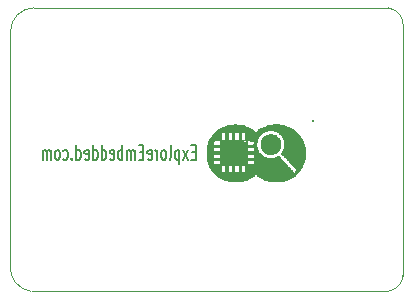
<source format=gbr>
G04 #@! TF.FileFunction,Legend,Bot*
%FSLAX46Y46*%
G04 Gerber Fmt 4.6, Leading zero omitted, Abs format (unit mm)*
G04 Created by KiCad (PCBNEW 4.0.1-stable) date 12/17/2015 10:37:29 AM*
%MOMM*%
G01*
G04 APERTURE LIST*
%ADD10C,0.100000*%
%ADD11C,0.200000*%
%ADD12C,0.010000*%
%ADD13C,0.150000*%
G04 APERTURE END LIST*
D10*
X152750000Y-119650000D02*
X152750000Y-120200000D01*
X152750000Y-98950000D02*
X152700000Y-98950000D01*
X152750000Y-119800000D02*
X152750000Y-98950000D01*
X121300000Y-121500000D02*
X151500000Y-121500000D01*
X119500000Y-119300000D02*
X119500000Y-99500000D01*
X121500000Y-97500000D02*
X151500000Y-97500000D01*
X152750000Y-99250000D02*
G75*
G03X151500000Y-97500000I-1500000J250000D01*
G01*
X151500000Y-121500000D02*
G75*
G03X152750000Y-119750000I-250000J1500000D01*
G01*
X119500000Y-119250000D02*
G75*
G03X121250000Y-121500000I2000000J-250000D01*
G01*
X121500000Y-97500000D02*
G75*
G03X119500000Y-99500000I0J-2000000D01*
G01*
D11*
X135176192Y-109714286D02*
X134909525Y-109714286D01*
X134795239Y-110342857D02*
X135176192Y-110342857D01*
X135176192Y-109142857D01*
X134795239Y-109142857D01*
X134528572Y-110342857D02*
X134109525Y-109542857D01*
X134528572Y-109542857D02*
X134109525Y-110342857D01*
X133804763Y-109542857D02*
X133804763Y-110742857D01*
X133804763Y-109600000D02*
X133728572Y-109542857D01*
X133576191Y-109542857D01*
X133500001Y-109600000D01*
X133461906Y-109657143D01*
X133423810Y-109771429D01*
X133423810Y-110114286D01*
X133461906Y-110228571D01*
X133500001Y-110285714D01*
X133576191Y-110342857D01*
X133728572Y-110342857D01*
X133804763Y-110285714D01*
X132966667Y-110342857D02*
X133042858Y-110285714D01*
X133080953Y-110171429D01*
X133080953Y-109142857D01*
X132547619Y-110342857D02*
X132623810Y-110285714D01*
X132661905Y-110228571D01*
X132700000Y-110114286D01*
X132700000Y-109771429D01*
X132661905Y-109657143D01*
X132623810Y-109600000D01*
X132547619Y-109542857D01*
X132433333Y-109542857D01*
X132357143Y-109600000D01*
X132319048Y-109657143D01*
X132280952Y-109771429D01*
X132280952Y-110114286D01*
X132319048Y-110228571D01*
X132357143Y-110285714D01*
X132433333Y-110342857D01*
X132547619Y-110342857D01*
X131938095Y-110342857D02*
X131938095Y-109542857D01*
X131938095Y-109771429D02*
X131900000Y-109657143D01*
X131861904Y-109600000D01*
X131785714Y-109542857D01*
X131709523Y-109542857D01*
X131138095Y-110285714D02*
X131214285Y-110342857D01*
X131366666Y-110342857D01*
X131442857Y-110285714D01*
X131480952Y-110171429D01*
X131480952Y-109714286D01*
X131442857Y-109600000D01*
X131366666Y-109542857D01*
X131214285Y-109542857D01*
X131138095Y-109600000D01*
X131100000Y-109714286D01*
X131100000Y-109828571D01*
X131480952Y-109942857D01*
X130757143Y-109714286D02*
X130490476Y-109714286D01*
X130376190Y-110342857D02*
X130757143Y-110342857D01*
X130757143Y-109142857D01*
X130376190Y-109142857D01*
X130033333Y-110342857D02*
X130033333Y-109542857D01*
X130033333Y-109657143D02*
X129995238Y-109600000D01*
X129919047Y-109542857D01*
X129804761Y-109542857D01*
X129728571Y-109600000D01*
X129690476Y-109714286D01*
X129690476Y-110342857D01*
X129690476Y-109714286D02*
X129652380Y-109600000D01*
X129576190Y-109542857D01*
X129461904Y-109542857D01*
X129385714Y-109600000D01*
X129347619Y-109714286D01*
X129347619Y-110342857D01*
X128966666Y-110342857D02*
X128966666Y-109142857D01*
X128966666Y-109600000D02*
X128890475Y-109542857D01*
X128738094Y-109542857D01*
X128661904Y-109600000D01*
X128623809Y-109657143D01*
X128585713Y-109771429D01*
X128585713Y-110114286D01*
X128623809Y-110228571D01*
X128661904Y-110285714D01*
X128738094Y-110342857D01*
X128890475Y-110342857D01*
X128966666Y-110285714D01*
X127938094Y-110285714D02*
X128014284Y-110342857D01*
X128166665Y-110342857D01*
X128242856Y-110285714D01*
X128280951Y-110171429D01*
X128280951Y-109714286D01*
X128242856Y-109600000D01*
X128166665Y-109542857D01*
X128014284Y-109542857D01*
X127938094Y-109600000D01*
X127899999Y-109714286D01*
X127899999Y-109828571D01*
X128280951Y-109942857D01*
X127214285Y-110342857D02*
X127214285Y-109142857D01*
X127214285Y-110285714D02*
X127290475Y-110342857D01*
X127442856Y-110342857D01*
X127519047Y-110285714D01*
X127557142Y-110228571D01*
X127595237Y-110114286D01*
X127595237Y-109771429D01*
X127557142Y-109657143D01*
X127519047Y-109600000D01*
X127442856Y-109542857D01*
X127290475Y-109542857D01*
X127214285Y-109600000D01*
X126490475Y-110342857D02*
X126490475Y-109142857D01*
X126490475Y-110285714D02*
X126566665Y-110342857D01*
X126719046Y-110342857D01*
X126795237Y-110285714D01*
X126833332Y-110228571D01*
X126871427Y-110114286D01*
X126871427Y-109771429D01*
X126833332Y-109657143D01*
X126795237Y-109600000D01*
X126719046Y-109542857D01*
X126566665Y-109542857D01*
X126490475Y-109600000D01*
X125804760Y-110285714D02*
X125880950Y-110342857D01*
X126033331Y-110342857D01*
X126109522Y-110285714D01*
X126147617Y-110171429D01*
X126147617Y-109714286D01*
X126109522Y-109600000D01*
X126033331Y-109542857D01*
X125880950Y-109542857D01*
X125804760Y-109600000D01*
X125766665Y-109714286D01*
X125766665Y-109828571D01*
X126147617Y-109942857D01*
X125080951Y-110342857D02*
X125080951Y-109142857D01*
X125080951Y-110285714D02*
X125157141Y-110342857D01*
X125309522Y-110342857D01*
X125385713Y-110285714D01*
X125423808Y-110228571D01*
X125461903Y-110114286D01*
X125461903Y-109771429D01*
X125423808Y-109657143D01*
X125385713Y-109600000D01*
X125309522Y-109542857D01*
X125157141Y-109542857D01*
X125080951Y-109600000D01*
X124699998Y-110228571D02*
X124661903Y-110285714D01*
X124699998Y-110342857D01*
X124738093Y-110285714D01*
X124699998Y-110228571D01*
X124699998Y-110342857D01*
X123976189Y-110285714D02*
X124052379Y-110342857D01*
X124204760Y-110342857D01*
X124280951Y-110285714D01*
X124319046Y-110228571D01*
X124357141Y-110114286D01*
X124357141Y-109771429D01*
X124319046Y-109657143D01*
X124280951Y-109600000D01*
X124204760Y-109542857D01*
X124052379Y-109542857D01*
X123976189Y-109600000D01*
X123519046Y-110342857D02*
X123595237Y-110285714D01*
X123633332Y-110228571D01*
X123671427Y-110114286D01*
X123671427Y-109771429D01*
X123633332Y-109657143D01*
X123595237Y-109600000D01*
X123519046Y-109542857D01*
X123404760Y-109542857D01*
X123328570Y-109600000D01*
X123290475Y-109657143D01*
X123252379Y-109771429D01*
X123252379Y-110114286D01*
X123290475Y-110228571D01*
X123328570Y-110285714D01*
X123404760Y-110342857D01*
X123519046Y-110342857D01*
X122909522Y-110342857D02*
X122909522Y-109542857D01*
X122909522Y-109657143D02*
X122871427Y-109600000D01*
X122795236Y-109542857D01*
X122680950Y-109542857D01*
X122604760Y-109600000D01*
X122566665Y-109714286D01*
X122566665Y-110342857D01*
X122566665Y-109714286D02*
X122528569Y-109600000D01*
X122452379Y-109542857D01*
X122338093Y-109542857D01*
X122261903Y-109600000D01*
X122223808Y-109714286D01*
X122223808Y-110342857D01*
D12*
G36*
X145100000Y-107000000D02*
X145050000Y-107000000D01*
X145050000Y-107050000D01*
X145100000Y-107050000D01*
X145100000Y-107000000D01*
X145100000Y-107000000D01*
G37*
X145100000Y-107000000D02*
X145050000Y-107000000D01*
X145050000Y-107050000D01*
X145100000Y-107050000D01*
X145100000Y-107000000D01*
G36*
X145100000Y-107050000D02*
X145050000Y-107050000D01*
X145050000Y-107100000D01*
X145100000Y-107100000D01*
X145100000Y-107050000D01*
X145100000Y-107050000D01*
G37*
X145100000Y-107050000D02*
X145050000Y-107050000D01*
X145050000Y-107100000D01*
X145100000Y-107100000D01*
X145100000Y-107050000D01*
G36*
X142200000Y-107350000D02*
X142150000Y-107350000D01*
X142150000Y-107400000D01*
X142200000Y-107400000D01*
X142200000Y-107350000D01*
X142200000Y-107350000D01*
G37*
X142200000Y-107350000D02*
X142150000Y-107350000D01*
X142150000Y-107400000D01*
X142200000Y-107400000D01*
X142200000Y-107350000D01*
G36*
X142150000Y-107350000D02*
X142100000Y-107350000D01*
X142100000Y-107400000D01*
X142150000Y-107400000D01*
X142150000Y-107350000D01*
X142150000Y-107350000D01*
G37*
X142150000Y-107350000D02*
X142100000Y-107350000D01*
X142100000Y-107400000D01*
X142150000Y-107400000D01*
X142150000Y-107350000D01*
G36*
X142100000Y-107350000D02*
X142050000Y-107350000D01*
X142050000Y-107400000D01*
X142100000Y-107400000D01*
X142100000Y-107350000D01*
X142100000Y-107350000D01*
G37*
X142100000Y-107350000D02*
X142050000Y-107350000D01*
X142050000Y-107400000D01*
X142100000Y-107400000D01*
X142100000Y-107350000D01*
G36*
X142050000Y-107350000D02*
X142000000Y-107350000D01*
X142000000Y-107400000D01*
X142050000Y-107400000D01*
X142050000Y-107350000D01*
X142050000Y-107350000D01*
G37*
X142050000Y-107350000D02*
X142000000Y-107350000D01*
X142000000Y-107400000D01*
X142050000Y-107400000D01*
X142050000Y-107350000D01*
G36*
X142000000Y-107350000D02*
X141950000Y-107350000D01*
X141950000Y-107400000D01*
X142000000Y-107400000D01*
X142000000Y-107350000D01*
X142000000Y-107350000D01*
G37*
X142000000Y-107350000D02*
X141950000Y-107350000D01*
X141950000Y-107400000D01*
X142000000Y-107400000D01*
X142000000Y-107350000D01*
G36*
X141950000Y-107350000D02*
X141900000Y-107350000D01*
X141900000Y-107400000D01*
X141950000Y-107400000D01*
X141950000Y-107350000D01*
X141950000Y-107350000D01*
G37*
X141950000Y-107350000D02*
X141900000Y-107350000D01*
X141900000Y-107400000D01*
X141950000Y-107400000D01*
X141950000Y-107350000D01*
G36*
X141900000Y-107350000D02*
X141850000Y-107350000D01*
X141850000Y-107400000D01*
X141900000Y-107400000D01*
X141900000Y-107350000D01*
X141900000Y-107350000D01*
G37*
X141900000Y-107350000D02*
X141850000Y-107350000D01*
X141850000Y-107400000D01*
X141900000Y-107400000D01*
X141900000Y-107350000D01*
G36*
X141850000Y-107350000D02*
X141800000Y-107350000D01*
X141800000Y-107400000D01*
X141850000Y-107400000D01*
X141850000Y-107350000D01*
X141850000Y-107350000D01*
G37*
X141850000Y-107350000D02*
X141800000Y-107350000D01*
X141800000Y-107400000D01*
X141850000Y-107400000D01*
X141850000Y-107350000D01*
G36*
X141800000Y-107350000D02*
X141750000Y-107350000D01*
X141750000Y-107400000D01*
X141800000Y-107400000D01*
X141800000Y-107350000D01*
X141800000Y-107350000D01*
G37*
X141800000Y-107350000D02*
X141750000Y-107350000D01*
X141750000Y-107400000D01*
X141800000Y-107400000D01*
X141800000Y-107350000D01*
G36*
X138600000Y-107350000D02*
X138550000Y-107350000D01*
X138550000Y-107400000D01*
X138600000Y-107400000D01*
X138600000Y-107350000D01*
X138600000Y-107350000D01*
G37*
X138600000Y-107350000D02*
X138550000Y-107350000D01*
X138550000Y-107400000D01*
X138600000Y-107400000D01*
X138600000Y-107350000D01*
G36*
X138550000Y-107350000D02*
X138500000Y-107350000D01*
X138500000Y-107400000D01*
X138550000Y-107400000D01*
X138550000Y-107350000D01*
X138550000Y-107350000D01*
G37*
X138550000Y-107350000D02*
X138500000Y-107350000D01*
X138500000Y-107400000D01*
X138550000Y-107400000D01*
X138550000Y-107350000D01*
G36*
X138500000Y-107350000D02*
X138450000Y-107350000D01*
X138450000Y-107400000D01*
X138500000Y-107400000D01*
X138500000Y-107350000D01*
X138500000Y-107350000D01*
G37*
X138500000Y-107350000D02*
X138450000Y-107350000D01*
X138450000Y-107400000D01*
X138500000Y-107400000D01*
X138500000Y-107350000D01*
G36*
X142550000Y-107400000D02*
X142500000Y-107400000D01*
X142500000Y-107450000D01*
X142550000Y-107450000D01*
X142550000Y-107400000D01*
X142550000Y-107400000D01*
G37*
X142550000Y-107400000D02*
X142500000Y-107400000D01*
X142500000Y-107450000D01*
X142550000Y-107450000D01*
X142550000Y-107400000D01*
G36*
X142500000Y-107400000D02*
X142450000Y-107400000D01*
X142450000Y-107450000D01*
X142500000Y-107450000D01*
X142500000Y-107400000D01*
X142500000Y-107400000D01*
G37*
X142500000Y-107400000D02*
X142450000Y-107400000D01*
X142450000Y-107450000D01*
X142500000Y-107450000D01*
X142500000Y-107400000D01*
G36*
X142450000Y-107400000D02*
X142400000Y-107400000D01*
X142400000Y-107450000D01*
X142450000Y-107450000D01*
X142450000Y-107400000D01*
X142450000Y-107400000D01*
G37*
X142450000Y-107400000D02*
X142400000Y-107400000D01*
X142400000Y-107450000D01*
X142450000Y-107450000D01*
X142450000Y-107400000D01*
G36*
X142400000Y-107400000D02*
X142350000Y-107400000D01*
X142350000Y-107450000D01*
X142400000Y-107450000D01*
X142400000Y-107400000D01*
X142400000Y-107400000D01*
G37*
X142400000Y-107400000D02*
X142350000Y-107400000D01*
X142350000Y-107450000D01*
X142400000Y-107450000D01*
X142400000Y-107400000D01*
G36*
X142350000Y-107400000D02*
X142300000Y-107400000D01*
X142300000Y-107450000D01*
X142350000Y-107450000D01*
X142350000Y-107400000D01*
X142350000Y-107400000D01*
G37*
X142350000Y-107400000D02*
X142300000Y-107400000D01*
X142300000Y-107450000D01*
X142350000Y-107450000D01*
X142350000Y-107400000D01*
G36*
X142300000Y-107400000D02*
X142250000Y-107400000D01*
X142250000Y-107450000D01*
X142300000Y-107450000D01*
X142300000Y-107400000D01*
X142300000Y-107400000D01*
G37*
X142300000Y-107400000D02*
X142250000Y-107400000D01*
X142250000Y-107450000D01*
X142300000Y-107450000D01*
X142300000Y-107400000D01*
G36*
X142250000Y-107400000D02*
X142200000Y-107400000D01*
X142200000Y-107450000D01*
X142250000Y-107450000D01*
X142250000Y-107400000D01*
X142250000Y-107400000D01*
G37*
X142250000Y-107400000D02*
X142200000Y-107400000D01*
X142200000Y-107450000D01*
X142250000Y-107450000D01*
X142250000Y-107400000D01*
G36*
X142200000Y-107400000D02*
X142150000Y-107400000D01*
X142150000Y-107450000D01*
X142200000Y-107450000D01*
X142200000Y-107400000D01*
X142200000Y-107400000D01*
G37*
X142200000Y-107400000D02*
X142150000Y-107400000D01*
X142150000Y-107450000D01*
X142200000Y-107450000D01*
X142200000Y-107400000D01*
G36*
X142150000Y-107400000D02*
X142100000Y-107400000D01*
X142100000Y-107450000D01*
X142150000Y-107450000D01*
X142150000Y-107400000D01*
X142150000Y-107400000D01*
G37*
X142150000Y-107400000D02*
X142100000Y-107400000D01*
X142100000Y-107450000D01*
X142150000Y-107450000D01*
X142150000Y-107400000D01*
G36*
X142100000Y-107400000D02*
X142050000Y-107400000D01*
X142050000Y-107450000D01*
X142100000Y-107450000D01*
X142100000Y-107400000D01*
X142100000Y-107400000D01*
G37*
X142100000Y-107400000D02*
X142050000Y-107400000D01*
X142050000Y-107450000D01*
X142100000Y-107450000D01*
X142100000Y-107400000D01*
G36*
X142050000Y-107400000D02*
X142000000Y-107400000D01*
X142000000Y-107450000D01*
X142050000Y-107450000D01*
X142050000Y-107400000D01*
X142050000Y-107400000D01*
G37*
X142050000Y-107400000D02*
X142000000Y-107400000D01*
X142000000Y-107450000D01*
X142050000Y-107450000D01*
X142050000Y-107400000D01*
G36*
X142000000Y-107400000D02*
X141950000Y-107400000D01*
X141950000Y-107450000D01*
X142000000Y-107450000D01*
X142000000Y-107400000D01*
X142000000Y-107400000D01*
G37*
X142000000Y-107400000D02*
X141950000Y-107400000D01*
X141950000Y-107450000D01*
X142000000Y-107450000D01*
X142000000Y-107400000D01*
G36*
X141950000Y-107400000D02*
X141900000Y-107400000D01*
X141900000Y-107450000D01*
X141950000Y-107450000D01*
X141950000Y-107400000D01*
X141950000Y-107400000D01*
G37*
X141950000Y-107400000D02*
X141900000Y-107400000D01*
X141900000Y-107450000D01*
X141950000Y-107450000D01*
X141950000Y-107400000D01*
G36*
X141900000Y-107400000D02*
X141850000Y-107400000D01*
X141850000Y-107450000D01*
X141900000Y-107450000D01*
X141900000Y-107400000D01*
X141900000Y-107400000D01*
G37*
X141900000Y-107400000D02*
X141850000Y-107400000D01*
X141850000Y-107450000D01*
X141900000Y-107450000D01*
X141900000Y-107400000D01*
G36*
X141850000Y-107400000D02*
X141800000Y-107400000D01*
X141800000Y-107450000D01*
X141850000Y-107450000D01*
X141850000Y-107400000D01*
X141850000Y-107400000D01*
G37*
X141850000Y-107400000D02*
X141800000Y-107400000D01*
X141800000Y-107450000D01*
X141850000Y-107450000D01*
X141850000Y-107400000D01*
G36*
X141800000Y-107400000D02*
X141750000Y-107400000D01*
X141750000Y-107450000D01*
X141800000Y-107450000D01*
X141800000Y-107400000D01*
X141800000Y-107400000D01*
G37*
X141800000Y-107400000D02*
X141750000Y-107400000D01*
X141750000Y-107450000D01*
X141800000Y-107450000D01*
X141800000Y-107400000D01*
G36*
X141750000Y-107400000D02*
X141700000Y-107400000D01*
X141700000Y-107450000D01*
X141750000Y-107450000D01*
X141750000Y-107400000D01*
X141750000Y-107400000D01*
G37*
X141750000Y-107400000D02*
X141700000Y-107400000D01*
X141700000Y-107450000D01*
X141750000Y-107450000D01*
X141750000Y-107400000D01*
G36*
X141700000Y-107400000D02*
X141650000Y-107400000D01*
X141650000Y-107450000D01*
X141700000Y-107450000D01*
X141700000Y-107400000D01*
X141700000Y-107400000D01*
G37*
X141700000Y-107400000D02*
X141650000Y-107400000D01*
X141650000Y-107450000D01*
X141700000Y-107450000D01*
X141700000Y-107400000D01*
G36*
X141650000Y-107400000D02*
X141600000Y-107400000D01*
X141600000Y-107450000D01*
X141650000Y-107450000D01*
X141650000Y-107400000D01*
X141650000Y-107400000D01*
G37*
X141650000Y-107400000D02*
X141600000Y-107400000D01*
X141600000Y-107450000D01*
X141650000Y-107450000D01*
X141650000Y-107400000D01*
G36*
X141600000Y-107400000D02*
X141550000Y-107400000D01*
X141550000Y-107450000D01*
X141600000Y-107450000D01*
X141600000Y-107400000D01*
X141600000Y-107400000D01*
G37*
X141600000Y-107400000D02*
X141550000Y-107400000D01*
X141550000Y-107450000D01*
X141600000Y-107450000D01*
X141600000Y-107400000D01*
G36*
X141550000Y-107400000D02*
X141500000Y-107400000D01*
X141500000Y-107450000D01*
X141550000Y-107450000D01*
X141550000Y-107400000D01*
X141550000Y-107400000D01*
G37*
X141550000Y-107400000D02*
X141500000Y-107400000D01*
X141500000Y-107450000D01*
X141550000Y-107450000D01*
X141550000Y-107400000D01*
G36*
X141500000Y-107400000D02*
X141450000Y-107400000D01*
X141450000Y-107450000D01*
X141500000Y-107450000D01*
X141500000Y-107400000D01*
X141500000Y-107400000D01*
G37*
X141500000Y-107400000D02*
X141450000Y-107400000D01*
X141450000Y-107450000D01*
X141500000Y-107450000D01*
X141500000Y-107400000D01*
G36*
X141450000Y-107400000D02*
X141400000Y-107400000D01*
X141400000Y-107450000D01*
X141450000Y-107450000D01*
X141450000Y-107400000D01*
X141450000Y-107400000D01*
G37*
X141450000Y-107400000D02*
X141400000Y-107400000D01*
X141400000Y-107450000D01*
X141450000Y-107450000D01*
X141450000Y-107400000D01*
G36*
X139050000Y-107400000D02*
X139000000Y-107400000D01*
X139000000Y-107450000D01*
X139050000Y-107450000D01*
X139050000Y-107400000D01*
X139050000Y-107400000D01*
G37*
X139050000Y-107400000D02*
X139000000Y-107400000D01*
X139000000Y-107450000D01*
X139050000Y-107450000D01*
X139050000Y-107400000D01*
G36*
X139000000Y-107400000D02*
X138950000Y-107400000D01*
X138950000Y-107450000D01*
X139000000Y-107450000D01*
X139000000Y-107400000D01*
X139000000Y-107400000D01*
G37*
X139000000Y-107400000D02*
X138950000Y-107400000D01*
X138950000Y-107450000D01*
X139000000Y-107450000D01*
X139000000Y-107400000D01*
G36*
X138950000Y-107400000D02*
X138900000Y-107400000D01*
X138900000Y-107450000D01*
X138950000Y-107450000D01*
X138950000Y-107400000D01*
X138950000Y-107400000D01*
G37*
X138950000Y-107400000D02*
X138900000Y-107400000D01*
X138900000Y-107450000D01*
X138950000Y-107450000D01*
X138950000Y-107400000D01*
G36*
X138900000Y-107400000D02*
X138850000Y-107400000D01*
X138850000Y-107450000D01*
X138900000Y-107450000D01*
X138900000Y-107400000D01*
X138900000Y-107400000D01*
G37*
X138900000Y-107400000D02*
X138850000Y-107400000D01*
X138850000Y-107450000D01*
X138900000Y-107450000D01*
X138900000Y-107400000D01*
G36*
X138850000Y-107400000D02*
X138800000Y-107400000D01*
X138800000Y-107450000D01*
X138850000Y-107450000D01*
X138850000Y-107400000D01*
X138850000Y-107400000D01*
G37*
X138850000Y-107400000D02*
X138800000Y-107400000D01*
X138800000Y-107450000D01*
X138850000Y-107450000D01*
X138850000Y-107400000D01*
G36*
X138800000Y-107400000D02*
X138750000Y-107400000D01*
X138750000Y-107450000D01*
X138800000Y-107450000D01*
X138800000Y-107400000D01*
X138800000Y-107400000D01*
G37*
X138800000Y-107400000D02*
X138750000Y-107400000D01*
X138750000Y-107450000D01*
X138800000Y-107450000D01*
X138800000Y-107400000D01*
G36*
X138750000Y-107400000D02*
X138700000Y-107400000D01*
X138700000Y-107450000D01*
X138750000Y-107450000D01*
X138750000Y-107400000D01*
X138750000Y-107400000D01*
G37*
X138750000Y-107400000D02*
X138700000Y-107400000D01*
X138700000Y-107450000D01*
X138750000Y-107450000D01*
X138750000Y-107400000D01*
G36*
X138700000Y-107400000D02*
X138650000Y-107400000D01*
X138650000Y-107450000D01*
X138700000Y-107450000D01*
X138700000Y-107400000D01*
X138700000Y-107400000D01*
G37*
X138700000Y-107400000D02*
X138650000Y-107400000D01*
X138650000Y-107450000D01*
X138700000Y-107450000D01*
X138700000Y-107400000D01*
G36*
X138650000Y-107400000D02*
X138600000Y-107400000D01*
X138600000Y-107450000D01*
X138650000Y-107450000D01*
X138650000Y-107400000D01*
X138650000Y-107400000D01*
G37*
X138650000Y-107400000D02*
X138600000Y-107400000D01*
X138600000Y-107450000D01*
X138650000Y-107450000D01*
X138650000Y-107400000D01*
G36*
X138600000Y-107400000D02*
X138550000Y-107400000D01*
X138550000Y-107450000D01*
X138600000Y-107450000D01*
X138600000Y-107400000D01*
X138600000Y-107400000D01*
G37*
X138600000Y-107400000D02*
X138550000Y-107400000D01*
X138550000Y-107450000D01*
X138600000Y-107450000D01*
X138600000Y-107400000D01*
G36*
X138550000Y-107400000D02*
X138500000Y-107400000D01*
X138500000Y-107450000D01*
X138550000Y-107450000D01*
X138550000Y-107400000D01*
X138550000Y-107400000D01*
G37*
X138550000Y-107400000D02*
X138500000Y-107400000D01*
X138500000Y-107450000D01*
X138550000Y-107450000D01*
X138550000Y-107400000D01*
G36*
X138500000Y-107400000D02*
X138450000Y-107400000D01*
X138450000Y-107450000D01*
X138500000Y-107450000D01*
X138500000Y-107400000D01*
X138500000Y-107400000D01*
G37*
X138500000Y-107400000D02*
X138450000Y-107400000D01*
X138450000Y-107450000D01*
X138500000Y-107450000D01*
X138500000Y-107400000D01*
G36*
X138450000Y-107400000D02*
X138400000Y-107400000D01*
X138400000Y-107450000D01*
X138450000Y-107450000D01*
X138450000Y-107400000D01*
X138450000Y-107400000D01*
G37*
X138450000Y-107400000D02*
X138400000Y-107400000D01*
X138400000Y-107450000D01*
X138450000Y-107450000D01*
X138450000Y-107400000D01*
G36*
X138400000Y-107400000D02*
X138350000Y-107400000D01*
X138350000Y-107450000D01*
X138400000Y-107450000D01*
X138400000Y-107400000D01*
X138400000Y-107400000D01*
G37*
X138400000Y-107400000D02*
X138350000Y-107400000D01*
X138350000Y-107450000D01*
X138400000Y-107450000D01*
X138400000Y-107400000D01*
G36*
X138350000Y-107400000D02*
X138300000Y-107400000D01*
X138300000Y-107450000D01*
X138350000Y-107450000D01*
X138350000Y-107400000D01*
X138350000Y-107400000D01*
G37*
X138350000Y-107400000D02*
X138300000Y-107400000D01*
X138300000Y-107450000D01*
X138350000Y-107450000D01*
X138350000Y-107400000D01*
G36*
X138300000Y-107400000D02*
X138250000Y-107400000D01*
X138250000Y-107450000D01*
X138300000Y-107450000D01*
X138300000Y-107400000D01*
X138300000Y-107400000D01*
G37*
X138300000Y-107400000D02*
X138250000Y-107400000D01*
X138250000Y-107450000D01*
X138300000Y-107450000D01*
X138300000Y-107400000D01*
G36*
X138250000Y-107400000D02*
X138200000Y-107400000D01*
X138200000Y-107450000D01*
X138250000Y-107450000D01*
X138250000Y-107400000D01*
X138250000Y-107400000D01*
G37*
X138250000Y-107400000D02*
X138200000Y-107400000D01*
X138200000Y-107450000D01*
X138250000Y-107450000D01*
X138250000Y-107400000D01*
G36*
X138200000Y-107400000D02*
X138150000Y-107400000D01*
X138150000Y-107450000D01*
X138200000Y-107450000D01*
X138200000Y-107400000D01*
X138200000Y-107400000D01*
G37*
X138200000Y-107400000D02*
X138150000Y-107400000D01*
X138150000Y-107450000D01*
X138200000Y-107450000D01*
X138200000Y-107400000D01*
G36*
X138150000Y-107400000D02*
X138100000Y-107400000D01*
X138100000Y-107450000D01*
X138150000Y-107450000D01*
X138150000Y-107400000D01*
X138150000Y-107400000D01*
G37*
X138150000Y-107400000D02*
X138100000Y-107400000D01*
X138100000Y-107450000D01*
X138150000Y-107450000D01*
X138150000Y-107400000D01*
G36*
X138100000Y-107400000D02*
X138050000Y-107400000D01*
X138050000Y-107450000D01*
X138100000Y-107450000D01*
X138100000Y-107400000D01*
X138100000Y-107400000D01*
G37*
X138100000Y-107400000D02*
X138050000Y-107400000D01*
X138050000Y-107450000D01*
X138100000Y-107450000D01*
X138100000Y-107400000D01*
G36*
X138050000Y-107400000D02*
X138000000Y-107400000D01*
X138000000Y-107450000D01*
X138050000Y-107450000D01*
X138050000Y-107400000D01*
X138050000Y-107400000D01*
G37*
X138050000Y-107400000D02*
X138000000Y-107400000D01*
X138000000Y-107450000D01*
X138050000Y-107450000D01*
X138050000Y-107400000D01*
G36*
X142700000Y-107450000D02*
X142650000Y-107450000D01*
X142650000Y-107500000D01*
X142700000Y-107500000D01*
X142700000Y-107450000D01*
X142700000Y-107450000D01*
G37*
X142700000Y-107450000D02*
X142650000Y-107450000D01*
X142650000Y-107500000D01*
X142700000Y-107500000D01*
X142700000Y-107450000D01*
G36*
X142650000Y-107450000D02*
X142600000Y-107450000D01*
X142600000Y-107500000D01*
X142650000Y-107500000D01*
X142650000Y-107450000D01*
X142650000Y-107450000D01*
G37*
X142650000Y-107450000D02*
X142600000Y-107450000D01*
X142600000Y-107500000D01*
X142650000Y-107500000D01*
X142650000Y-107450000D01*
G36*
X142600000Y-107450000D02*
X142550000Y-107450000D01*
X142550000Y-107500000D01*
X142600000Y-107500000D01*
X142600000Y-107450000D01*
X142600000Y-107450000D01*
G37*
X142600000Y-107450000D02*
X142550000Y-107450000D01*
X142550000Y-107500000D01*
X142600000Y-107500000D01*
X142600000Y-107450000D01*
G36*
X142550000Y-107450000D02*
X142500000Y-107450000D01*
X142500000Y-107500000D01*
X142550000Y-107500000D01*
X142550000Y-107450000D01*
X142550000Y-107450000D01*
G37*
X142550000Y-107450000D02*
X142500000Y-107450000D01*
X142500000Y-107500000D01*
X142550000Y-107500000D01*
X142550000Y-107450000D01*
G36*
X142500000Y-107450000D02*
X142450000Y-107450000D01*
X142450000Y-107500000D01*
X142500000Y-107500000D01*
X142500000Y-107450000D01*
X142500000Y-107450000D01*
G37*
X142500000Y-107450000D02*
X142450000Y-107450000D01*
X142450000Y-107500000D01*
X142500000Y-107500000D01*
X142500000Y-107450000D01*
G36*
X142450000Y-107450000D02*
X142400000Y-107450000D01*
X142400000Y-107500000D01*
X142450000Y-107500000D01*
X142450000Y-107450000D01*
X142450000Y-107450000D01*
G37*
X142450000Y-107450000D02*
X142400000Y-107450000D01*
X142400000Y-107500000D01*
X142450000Y-107500000D01*
X142450000Y-107450000D01*
G36*
X142400000Y-107450000D02*
X142350000Y-107450000D01*
X142350000Y-107500000D01*
X142400000Y-107500000D01*
X142400000Y-107450000D01*
X142400000Y-107450000D01*
G37*
X142400000Y-107450000D02*
X142350000Y-107450000D01*
X142350000Y-107500000D01*
X142400000Y-107500000D01*
X142400000Y-107450000D01*
G36*
X142350000Y-107450000D02*
X142300000Y-107450000D01*
X142300000Y-107500000D01*
X142350000Y-107500000D01*
X142350000Y-107450000D01*
X142350000Y-107450000D01*
G37*
X142350000Y-107450000D02*
X142300000Y-107450000D01*
X142300000Y-107500000D01*
X142350000Y-107500000D01*
X142350000Y-107450000D01*
G36*
X142300000Y-107450000D02*
X142250000Y-107450000D01*
X142250000Y-107500000D01*
X142300000Y-107500000D01*
X142300000Y-107450000D01*
X142300000Y-107450000D01*
G37*
X142300000Y-107450000D02*
X142250000Y-107450000D01*
X142250000Y-107500000D01*
X142300000Y-107500000D01*
X142300000Y-107450000D01*
G36*
X142250000Y-107450000D02*
X142200000Y-107450000D01*
X142200000Y-107500000D01*
X142250000Y-107500000D01*
X142250000Y-107450000D01*
X142250000Y-107450000D01*
G37*
X142250000Y-107450000D02*
X142200000Y-107450000D01*
X142200000Y-107500000D01*
X142250000Y-107500000D01*
X142250000Y-107450000D01*
G36*
X142200000Y-107450000D02*
X142150000Y-107450000D01*
X142150000Y-107500000D01*
X142200000Y-107500000D01*
X142200000Y-107450000D01*
X142200000Y-107450000D01*
G37*
X142200000Y-107450000D02*
X142150000Y-107450000D01*
X142150000Y-107500000D01*
X142200000Y-107500000D01*
X142200000Y-107450000D01*
G36*
X142150000Y-107450000D02*
X142100000Y-107450000D01*
X142100000Y-107500000D01*
X142150000Y-107500000D01*
X142150000Y-107450000D01*
X142150000Y-107450000D01*
G37*
X142150000Y-107450000D02*
X142100000Y-107450000D01*
X142100000Y-107500000D01*
X142150000Y-107500000D01*
X142150000Y-107450000D01*
G36*
X142100000Y-107450000D02*
X142050000Y-107450000D01*
X142050000Y-107500000D01*
X142100000Y-107500000D01*
X142100000Y-107450000D01*
X142100000Y-107450000D01*
G37*
X142100000Y-107450000D02*
X142050000Y-107450000D01*
X142050000Y-107500000D01*
X142100000Y-107500000D01*
X142100000Y-107450000D01*
G36*
X142050000Y-107450000D02*
X142000000Y-107450000D01*
X142000000Y-107500000D01*
X142050000Y-107500000D01*
X142050000Y-107450000D01*
X142050000Y-107450000D01*
G37*
X142050000Y-107450000D02*
X142000000Y-107450000D01*
X142000000Y-107500000D01*
X142050000Y-107500000D01*
X142050000Y-107450000D01*
G36*
X142000000Y-107450000D02*
X141950000Y-107450000D01*
X141950000Y-107500000D01*
X142000000Y-107500000D01*
X142000000Y-107450000D01*
X142000000Y-107450000D01*
G37*
X142000000Y-107450000D02*
X141950000Y-107450000D01*
X141950000Y-107500000D01*
X142000000Y-107500000D01*
X142000000Y-107450000D01*
G36*
X141950000Y-107450000D02*
X141900000Y-107450000D01*
X141900000Y-107500000D01*
X141950000Y-107500000D01*
X141950000Y-107450000D01*
X141950000Y-107450000D01*
G37*
X141950000Y-107450000D02*
X141900000Y-107450000D01*
X141900000Y-107500000D01*
X141950000Y-107500000D01*
X141950000Y-107450000D01*
G36*
X141900000Y-107450000D02*
X141850000Y-107450000D01*
X141850000Y-107500000D01*
X141900000Y-107500000D01*
X141900000Y-107450000D01*
X141900000Y-107450000D01*
G37*
X141900000Y-107450000D02*
X141850000Y-107450000D01*
X141850000Y-107500000D01*
X141900000Y-107500000D01*
X141900000Y-107450000D01*
G36*
X141850000Y-107450000D02*
X141800000Y-107450000D01*
X141800000Y-107500000D01*
X141850000Y-107500000D01*
X141850000Y-107450000D01*
X141850000Y-107450000D01*
G37*
X141850000Y-107450000D02*
X141800000Y-107450000D01*
X141800000Y-107500000D01*
X141850000Y-107500000D01*
X141850000Y-107450000D01*
G36*
X141800000Y-107450000D02*
X141750000Y-107450000D01*
X141750000Y-107500000D01*
X141800000Y-107500000D01*
X141800000Y-107450000D01*
X141800000Y-107450000D01*
G37*
X141800000Y-107450000D02*
X141750000Y-107450000D01*
X141750000Y-107500000D01*
X141800000Y-107500000D01*
X141800000Y-107450000D01*
G36*
X141750000Y-107450000D02*
X141700000Y-107450000D01*
X141700000Y-107500000D01*
X141750000Y-107500000D01*
X141750000Y-107450000D01*
X141750000Y-107450000D01*
G37*
X141750000Y-107450000D02*
X141700000Y-107450000D01*
X141700000Y-107500000D01*
X141750000Y-107500000D01*
X141750000Y-107450000D01*
G36*
X141700000Y-107450000D02*
X141650000Y-107450000D01*
X141650000Y-107500000D01*
X141700000Y-107500000D01*
X141700000Y-107450000D01*
X141700000Y-107450000D01*
G37*
X141700000Y-107450000D02*
X141650000Y-107450000D01*
X141650000Y-107500000D01*
X141700000Y-107500000D01*
X141700000Y-107450000D01*
G36*
X141650000Y-107450000D02*
X141600000Y-107450000D01*
X141600000Y-107500000D01*
X141650000Y-107500000D01*
X141650000Y-107450000D01*
X141650000Y-107450000D01*
G37*
X141650000Y-107450000D02*
X141600000Y-107450000D01*
X141600000Y-107500000D01*
X141650000Y-107500000D01*
X141650000Y-107450000D01*
G36*
X141600000Y-107450000D02*
X141550000Y-107450000D01*
X141550000Y-107500000D01*
X141600000Y-107500000D01*
X141600000Y-107450000D01*
X141600000Y-107450000D01*
G37*
X141600000Y-107450000D02*
X141550000Y-107450000D01*
X141550000Y-107500000D01*
X141600000Y-107500000D01*
X141600000Y-107450000D01*
G36*
X141550000Y-107450000D02*
X141500000Y-107450000D01*
X141500000Y-107500000D01*
X141550000Y-107500000D01*
X141550000Y-107450000D01*
X141550000Y-107450000D01*
G37*
X141550000Y-107450000D02*
X141500000Y-107450000D01*
X141500000Y-107500000D01*
X141550000Y-107500000D01*
X141550000Y-107450000D01*
G36*
X141500000Y-107450000D02*
X141450000Y-107450000D01*
X141450000Y-107500000D01*
X141500000Y-107500000D01*
X141500000Y-107450000D01*
X141500000Y-107450000D01*
G37*
X141500000Y-107450000D02*
X141450000Y-107450000D01*
X141450000Y-107500000D01*
X141500000Y-107500000D01*
X141500000Y-107450000D01*
G36*
X141450000Y-107450000D02*
X141400000Y-107450000D01*
X141400000Y-107500000D01*
X141450000Y-107500000D01*
X141450000Y-107450000D01*
X141450000Y-107450000D01*
G37*
X141450000Y-107450000D02*
X141400000Y-107450000D01*
X141400000Y-107500000D01*
X141450000Y-107500000D01*
X141450000Y-107450000D01*
G36*
X141400000Y-107450000D02*
X141350000Y-107450000D01*
X141350000Y-107500000D01*
X141400000Y-107500000D01*
X141400000Y-107450000D01*
X141400000Y-107450000D01*
G37*
X141400000Y-107450000D02*
X141350000Y-107450000D01*
X141350000Y-107500000D01*
X141400000Y-107500000D01*
X141400000Y-107450000D01*
G36*
X141350000Y-107450000D02*
X141300000Y-107450000D01*
X141300000Y-107500000D01*
X141350000Y-107500000D01*
X141350000Y-107450000D01*
X141350000Y-107450000D01*
G37*
X141350000Y-107450000D02*
X141300000Y-107450000D01*
X141300000Y-107500000D01*
X141350000Y-107500000D01*
X141350000Y-107450000D01*
G36*
X141300000Y-107450000D02*
X141250000Y-107450000D01*
X141250000Y-107500000D01*
X141300000Y-107500000D01*
X141300000Y-107450000D01*
X141300000Y-107450000D01*
G37*
X141300000Y-107450000D02*
X141250000Y-107450000D01*
X141250000Y-107500000D01*
X141300000Y-107500000D01*
X141300000Y-107450000D01*
G36*
X141250000Y-107450000D02*
X141200000Y-107450000D01*
X141200000Y-107500000D01*
X141250000Y-107500000D01*
X141250000Y-107450000D01*
X141250000Y-107450000D01*
G37*
X141250000Y-107450000D02*
X141200000Y-107450000D01*
X141200000Y-107500000D01*
X141250000Y-107500000D01*
X141250000Y-107450000D01*
G36*
X139250000Y-107450000D02*
X139200000Y-107450000D01*
X139200000Y-107500000D01*
X139250000Y-107500000D01*
X139250000Y-107450000D01*
X139250000Y-107450000D01*
G37*
X139250000Y-107450000D02*
X139200000Y-107450000D01*
X139200000Y-107500000D01*
X139250000Y-107500000D01*
X139250000Y-107450000D01*
G36*
X139200000Y-107450000D02*
X139150000Y-107450000D01*
X139150000Y-107500000D01*
X139200000Y-107500000D01*
X139200000Y-107450000D01*
X139200000Y-107450000D01*
G37*
X139200000Y-107450000D02*
X139150000Y-107450000D01*
X139150000Y-107500000D01*
X139200000Y-107500000D01*
X139200000Y-107450000D01*
G36*
X139150000Y-107450000D02*
X139100000Y-107450000D01*
X139100000Y-107500000D01*
X139150000Y-107500000D01*
X139150000Y-107450000D01*
X139150000Y-107450000D01*
G37*
X139150000Y-107450000D02*
X139100000Y-107450000D01*
X139100000Y-107500000D01*
X139150000Y-107500000D01*
X139150000Y-107450000D01*
G36*
X139100000Y-107450000D02*
X139050000Y-107450000D01*
X139050000Y-107500000D01*
X139100000Y-107500000D01*
X139100000Y-107450000D01*
X139100000Y-107450000D01*
G37*
X139100000Y-107450000D02*
X139050000Y-107450000D01*
X139050000Y-107500000D01*
X139100000Y-107500000D01*
X139100000Y-107450000D01*
G36*
X139050000Y-107450000D02*
X139000000Y-107450000D01*
X139000000Y-107500000D01*
X139050000Y-107500000D01*
X139050000Y-107450000D01*
X139050000Y-107450000D01*
G37*
X139050000Y-107450000D02*
X139000000Y-107450000D01*
X139000000Y-107500000D01*
X139050000Y-107500000D01*
X139050000Y-107450000D01*
G36*
X139000000Y-107450000D02*
X138950000Y-107450000D01*
X138950000Y-107500000D01*
X139000000Y-107500000D01*
X139000000Y-107450000D01*
X139000000Y-107450000D01*
G37*
X139000000Y-107450000D02*
X138950000Y-107450000D01*
X138950000Y-107500000D01*
X139000000Y-107500000D01*
X139000000Y-107450000D01*
G36*
X138950000Y-107450000D02*
X138900000Y-107450000D01*
X138900000Y-107500000D01*
X138950000Y-107500000D01*
X138950000Y-107450000D01*
X138950000Y-107450000D01*
G37*
X138950000Y-107450000D02*
X138900000Y-107450000D01*
X138900000Y-107500000D01*
X138950000Y-107500000D01*
X138950000Y-107450000D01*
G36*
X138900000Y-107450000D02*
X138850000Y-107450000D01*
X138850000Y-107500000D01*
X138900000Y-107500000D01*
X138900000Y-107450000D01*
X138900000Y-107450000D01*
G37*
X138900000Y-107450000D02*
X138850000Y-107450000D01*
X138850000Y-107500000D01*
X138900000Y-107500000D01*
X138900000Y-107450000D01*
G36*
X138850000Y-107450000D02*
X138800000Y-107450000D01*
X138800000Y-107500000D01*
X138850000Y-107500000D01*
X138850000Y-107450000D01*
X138850000Y-107450000D01*
G37*
X138850000Y-107450000D02*
X138800000Y-107450000D01*
X138800000Y-107500000D01*
X138850000Y-107500000D01*
X138850000Y-107450000D01*
G36*
X138800000Y-107450000D02*
X138750000Y-107450000D01*
X138750000Y-107500000D01*
X138800000Y-107500000D01*
X138800000Y-107450000D01*
X138800000Y-107450000D01*
G37*
X138800000Y-107450000D02*
X138750000Y-107450000D01*
X138750000Y-107500000D01*
X138800000Y-107500000D01*
X138800000Y-107450000D01*
G36*
X138750000Y-107450000D02*
X138700000Y-107450000D01*
X138700000Y-107500000D01*
X138750000Y-107500000D01*
X138750000Y-107450000D01*
X138750000Y-107450000D01*
G37*
X138750000Y-107450000D02*
X138700000Y-107450000D01*
X138700000Y-107500000D01*
X138750000Y-107500000D01*
X138750000Y-107450000D01*
G36*
X138700000Y-107450000D02*
X138650000Y-107450000D01*
X138650000Y-107500000D01*
X138700000Y-107500000D01*
X138700000Y-107450000D01*
X138700000Y-107450000D01*
G37*
X138700000Y-107450000D02*
X138650000Y-107450000D01*
X138650000Y-107500000D01*
X138700000Y-107500000D01*
X138700000Y-107450000D01*
G36*
X138650000Y-107450000D02*
X138600000Y-107450000D01*
X138600000Y-107500000D01*
X138650000Y-107500000D01*
X138650000Y-107450000D01*
X138650000Y-107450000D01*
G37*
X138650000Y-107450000D02*
X138600000Y-107450000D01*
X138600000Y-107500000D01*
X138650000Y-107500000D01*
X138650000Y-107450000D01*
G36*
X138600000Y-107450000D02*
X138550000Y-107450000D01*
X138550000Y-107500000D01*
X138600000Y-107500000D01*
X138600000Y-107450000D01*
X138600000Y-107450000D01*
G37*
X138600000Y-107450000D02*
X138550000Y-107450000D01*
X138550000Y-107500000D01*
X138600000Y-107500000D01*
X138600000Y-107450000D01*
G36*
X138550000Y-107450000D02*
X138500000Y-107450000D01*
X138500000Y-107500000D01*
X138550000Y-107500000D01*
X138550000Y-107450000D01*
X138550000Y-107450000D01*
G37*
X138550000Y-107450000D02*
X138500000Y-107450000D01*
X138500000Y-107500000D01*
X138550000Y-107500000D01*
X138550000Y-107450000D01*
G36*
X138500000Y-107450000D02*
X138450000Y-107450000D01*
X138450000Y-107500000D01*
X138500000Y-107500000D01*
X138500000Y-107450000D01*
X138500000Y-107450000D01*
G37*
X138500000Y-107450000D02*
X138450000Y-107450000D01*
X138450000Y-107500000D01*
X138500000Y-107500000D01*
X138500000Y-107450000D01*
G36*
X138450000Y-107450000D02*
X138400000Y-107450000D01*
X138400000Y-107500000D01*
X138450000Y-107500000D01*
X138450000Y-107450000D01*
X138450000Y-107450000D01*
G37*
X138450000Y-107450000D02*
X138400000Y-107450000D01*
X138400000Y-107500000D01*
X138450000Y-107500000D01*
X138450000Y-107450000D01*
G36*
X138400000Y-107450000D02*
X138350000Y-107450000D01*
X138350000Y-107500000D01*
X138400000Y-107500000D01*
X138400000Y-107450000D01*
X138400000Y-107450000D01*
G37*
X138400000Y-107450000D02*
X138350000Y-107450000D01*
X138350000Y-107500000D01*
X138400000Y-107500000D01*
X138400000Y-107450000D01*
G36*
X138350000Y-107450000D02*
X138300000Y-107450000D01*
X138300000Y-107500000D01*
X138350000Y-107500000D01*
X138350000Y-107450000D01*
X138350000Y-107450000D01*
G37*
X138350000Y-107450000D02*
X138300000Y-107450000D01*
X138300000Y-107500000D01*
X138350000Y-107500000D01*
X138350000Y-107450000D01*
G36*
X138300000Y-107450000D02*
X138250000Y-107450000D01*
X138250000Y-107500000D01*
X138300000Y-107500000D01*
X138300000Y-107450000D01*
X138300000Y-107450000D01*
G37*
X138300000Y-107450000D02*
X138250000Y-107450000D01*
X138250000Y-107500000D01*
X138300000Y-107500000D01*
X138300000Y-107450000D01*
G36*
X138250000Y-107450000D02*
X138200000Y-107450000D01*
X138200000Y-107500000D01*
X138250000Y-107500000D01*
X138250000Y-107450000D01*
X138250000Y-107450000D01*
G37*
X138250000Y-107450000D02*
X138200000Y-107450000D01*
X138200000Y-107500000D01*
X138250000Y-107500000D01*
X138250000Y-107450000D01*
G36*
X138200000Y-107450000D02*
X138150000Y-107450000D01*
X138150000Y-107500000D01*
X138200000Y-107500000D01*
X138200000Y-107450000D01*
X138200000Y-107450000D01*
G37*
X138200000Y-107450000D02*
X138150000Y-107450000D01*
X138150000Y-107500000D01*
X138200000Y-107500000D01*
X138200000Y-107450000D01*
G36*
X138150000Y-107450000D02*
X138100000Y-107450000D01*
X138100000Y-107500000D01*
X138150000Y-107500000D01*
X138150000Y-107450000D01*
X138150000Y-107450000D01*
G37*
X138150000Y-107450000D02*
X138100000Y-107450000D01*
X138100000Y-107500000D01*
X138150000Y-107500000D01*
X138150000Y-107450000D01*
G36*
X138100000Y-107450000D02*
X138050000Y-107450000D01*
X138050000Y-107500000D01*
X138100000Y-107500000D01*
X138100000Y-107450000D01*
X138100000Y-107450000D01*
G37*
X138100000Y-107450000D02*
X138050000Y-107450000D01*
X138050000Y-107500000D01*
X138100000Y-107500000D01*
X138100000Y-107450000D01*
G36*
X138050000Y-107450000D02*
X138000000Y-107450000D01*
X138000000Y-107500000D01*
X138050000Y-107500000D01*
X138050000Y-107450000D01*
X138050000Y-107450000D01*
G37*
X138050000Y-107450000D02*
X138000000Y-107450000D01*
X138000000Y-107500000D01*
X138050000Y-107500000D01*
X138050000Y-107450000D01*
G36*
X138000000Y-107450000D02*
X137950000Y-107450000D01*
X137950000Y-107500000D01*
X138000000Y-107500000D01*
X138000000Y-107450000D01*
X138000000Y-107450000D01*
G37*
X138000000Y-107450000D02*
X137950000Y-107450000D01*
X137950000Y-107500000D01*
X138000000Y-107500000D01*
X138000000Y-107450000D01*
G36*
X137950000Y-107450000D02*
X137900000Y-107450000D01*
X137900000Y-107500000D01*
X137950000Y-107500000D01*
X137950000Y-107450000D01*
X137950000Y-107450000D01*
G37*
X137950000Y-107450000D02*
X137900000Y-107450000D01*
X137900000Y-107500000D01*
X137950000Y-107500000D01*
X137950000Y-107450000D01*
G36*
X137900000Y-107450000D02*
X137850000Y-107450000D01*
X137850000Y-107500000D01*
X137900000Y-107500000D01*
X137900000Y-107450000D01*
X137900000Y-107450000D01*
G37*
X137900000Y-107450000D02*
X137850000Y-107450000D01*
X137850000Y-107500000D01*
X137900000Y-107500000D01*
X137900000Y-107450000D01*
G36*
X137850000Y-107450000D02*
X137800000Y-107450000D01*
X137800000Y-107500000D01*
X137850000Y-107500000D01*
X137850000Y-107450000D01*
X137850000Y-107450000D01*
G37*
X137850000Y-107450000D02*
X137800000Y-107450000D01*
X137800000Y-107500000D01*
X137850000Y-107500000D01*
X137850000Y-107450000D01*
G36*
X142850000Y-107500000D02*
X142800000Y-107500000D01*
X142800000Y-107550000D01*
X142850000Y-107550000D01*
X142850000Y-107500000D01*
X142850000Y-107500000D01*
G37*
X142850000Y-107500000D02*
X142800000Y-107500000D01*
X142800000Y-107550000D01*
X142850000Y-107550000D01*
X142850000Y-107500000D01*
G36*
X142800000Y-107500000D02*
X142750000Y-107500000D01*
X142750000Y-107550000D01*
X142800000Y-107550000D01*
X142800000Y-107500000D01*
X142800000Y-107500000D01*
G37*
X142800000Y-107500000D02*
X142750000Y-107500000D01*
X142750000Y-107550000D01*
X142800000Y-107550000D01*
X142800000Y-107500000D01*
G36*
X142750000Y-107500000D02*
X142700000Y-107500000D01*
X142700000Y-107550000D01*
X142750000Y-107550000D01*
X142750000Y-107500000D01*
X142750000Y-107500000D01*
G37*
X142750000Y-107500000D02*
X142700000Y-107500000D01*
X142700000Y-107550000D01*
X142750000Y-107550000D01*
X142750000Y-107500000D01*
G36*
X142700000Y-107500000D02*
X142650000Y-107500000D01*
X142650000Y-107550000D01*
X142700000Y-107550000D01*
X142700000Y-107500000D01*
X142700000Y-107500000D01*
G37*
X142700000Y-107500000D02*
X142650000Y-107500000D01*
X142650000Y-107550000D01*
X142700000Y-107550000D01*
X142700000Y-107500000D01*
G36*
X142650000Y-107500000D02*
X142600000Y-107500000D01*
X142600000Y-107550000D01*
X142650000Y-107550000D01*
X142650000Y-107500000D01*
X142650000Y-107500000D01*
G37*
X142650000Y-107500000D02*
X142600000Y-107500000D01*
X142600000Y-107550000D01*
X142650000Y-107550000D01*
X142650000Y-107500000D01*
G36*
X142600000Y-107500000D02*
X142550000Y-107500000D01*
X142550000Y-107550000D01*
X142600000Y-107550000D01*
X142600000Y-107500000D01*
X142600000Y-107500000D01*
G37*
X142600000Y-107500000D02*
X142550000Y-107500000D01*
X142550000Y-107550000D01*
X142600000Y-107550000D01*
X142600000Y-107500000D01*
G36*
X142550000Y-107500000D02*
X142500000Y-107500000D01*
X142500000Y-107550000D01*
X142550000Y-107550000D01*
X142550000Y-107500000D01*
X142550000Y-107500000D01*
G37*
X142550000Y-107500000D02*
X142500000Y-107500000D01*
X142500000Y-107550000D01*
X142550000Y-107550000D01*
X142550000Y-107500000D01*
G36*
X142500000Y-107500000D02*
X142450000Y-107500000D01*
X142450000Y-107550000D01*
X142500000Y-107550000D01*
X142500000Y-107500000D01*
X142500000Y-107500000D01*
G37*
X142500000Y-107500000D02*
X142450000Y-107500000D01*
X142450000Y-107550000D01*
X142500000Y-107550000D01*
X142500000Y-107500000D01*
G36*
X142450000Y-107500000D02*
X142400000Y-107500000D01*
X142400000Y-107550000D01*
X142450000Y-107550000D01*
X142450000Y-107500000D01*
X142450000Y-107500000D01*
G37*
X142450000Y-107500000D02*
X142400000Y-107500000D01*
X142400000Y-107550000D01*
X142450000Y-107550000D01*
X142450000Y-107500000D01*
G36*
X142400000Y-107500000D02*
X142350000Y-107500000D01*
X142350000Y-107550000D01*
X142400000Y-107550000D01*
X142400000Y-107500000D01*
X142400000Y-107500000D01*
G37*
X142400000Y-107500000D02*
X142350000Y-107500000D01*
X142350000Y-107550000D01*
X142400000Y-107550000D01*
X142400000Y-107500000D01*
G36*
X142350000Y-107500000D02*
X142300000Y-107500000D01*
X142300000Y-107550000D01*
X142350000Y-107550000D01*
X142350000Y-107500000D01*
X142350000Y-107500000D01*
G37*
X142350000Y-107500000D02*
X142300000Y-107500000D01*
X142300000Y-107550000D01*
X142350000Y-107550000D01*
X142350000Y-107500000D01*
G36*
X142300000Y-107500000D02*
X142250000Y-107500000D01*
X142250000Y-107550000D01*
X142300000Y-107550000D01*
X142300000Y-107500000D01*
X142300000Y-107500000D01*
G37*
X142300000Y-107500000D02*
X142250000Y-107500000D01*
X142250000Y-107550000D01*
X142300000Y-107550000D01*
X142300000Y-107500000D01*
G36*
X142250000Y-107500000D02*
X142200000Y-107500000D01*
X142200000Y-107550000D01*
X142250000Y-107550000D01*
X142250000Y-107500000D01*
X142250000Y-107500000D01*
G37*
X142250000Y-107500000D02*
X142200000Y-107500000D01*
X142200000Y-107550000D01*
X142250000Y-107550000D01*
X142250000Y-107500000D01*
G36*
X142200000Y-107500000D02*
X142150000Y-107500000D01*
X142150000Y-107550000D01*
X142200000Y-107550000D01*
X142200000Y-107500000D01*
X142200000Y-107500000D01*
G37*
X142200000Y-107500000D02*
X142150000Y-107500000D01*
X142150000Y-107550000D01*
X142200000Y-107550000D01*
X142200000Y-107500000D01*
G36*
X142150000Y-107500000D02*
X142100000Y-107500000D01*
X142100000Y-107550000D01*
X142150000Y-107550000D01*
X142150000Y-107500000D01*
X142150000Y-107500000D01*
G37*
X142150000Y-107500000D02*
X142100000Y-107500000D01*
X142100000Y-107550000D01*
X142150000Y-107550000D01*
X142150000Y-107500000D01*
G36*
X142100000Y-107500000D02*
X142050000Y-107500000D01*
X142050000Y-107550000D01*
X142100000Y-107550000D01*
X142100000Y-107500000D01*
X142100000Y-107500000D01*
G37*
X142100000Y-107500000D02*
X142050000Y-107500000D01*
X142050000Y-107550000D01*
X142100000Y-107550000D01*
X142100000Y-107500000D01*
G36*
X142050000Y-107500000D02*
X142000000Y-107500000D01*
X142000000Y-107550000D01*
X142050000Y-107550000D01*
X142050000Y-107500000D01*
X142050000Y-107500000D01*
G37*
X142050000Y-107500000D02*
X142000000Y-107500000D01*
X142000000Y-107550000D01*
X142050000Y-107550000D01*
X142050000Y-107500000D01*
G36*
X142000000Y-107500000D02*
X141950000Y-107500000D01*
X141950000Y-107550000D01*
X142000000Y-107550000D01*
X142000000Y-107500000D01*
X142000000Y-107500000D01*
G37*
X142000000Y-107500000D02*
X141950000Y-107500000D01*
X141950000Y-107550000D01*
X142000000Y-107550000D01*
X142000000Y-107500000D01*
G36*
X141950000Y-107500000D02*
X141900000Y-107500000D01*
X141900000Y-107550000D01*
X141950000Y-107550000D01*
X141950000Y-107500000D01*
X141950000Y-107500000D01*
G37*
X141950000Y-107500000D02*
X141900000Y-107500000D01*
X141900000Y-107550000D01*
X141950000Y-107550000D01*
X141950000Y-107500000D01*
G36*
X141900000Y-107500000D02*
X141850000Y-107500000D01*
X141850000Y-107550000D01*
X141900000Y-107550000D01*
X141900000Y-107500000D01*
X141900000Y-107500000D01*
G37*
X141900000Y-107500000D02*
X141850000Y-107500000D01*
X141850000Y-107550000D01*
X141900000Y-107550000D01*
X141900000Y-107500000D01*
G36*
X141850000Y-107500000D02*
X141800000Y-107500000D01*
X141800000Y-107550000D01*
X141850000Y-107550000D01*
X141850000Y-107500000D01*
X141850000Y-107500000D01*
G37*
X141850000Y-107500000D02*
X141800000Y-107500000D01*
X141800000Y-107550000D01*
X141850000Y-107550000D01*
X141850000Y-107500000D01*
G36*
X141800000Y-107500000D02*
X141750000Y-107500000D01*
X141750000Y-107550000D01*
X141800000Y-107550000D01*
X141800000Y-107500000D01*
X141800000Y-107500000D01*
G37*
X141800000Y-107500000D02*
X141750000Y-107500000D01*
X141750000Y-107550000D01*
X141800000Y-107550000D01*
X141800000Y-107500000D01*
G36*
X141750000Y-107500000D02*
X141700000Y-107500000D01*
X141700000Y-107550000D01*
X141750000Y-107550000D01*
X141750000Y-107500000D01*
X141750000Y-107500000D01*
G37*
X141750000Y-107500000D02*
X141700000Y-107500000D01*
X141700000Y-107550000D01*
X141750000Y-107550000D01*
X141750000Y-107500000D01*
G36*
X141700000Y-107500000D02*
X141650000Y-107500000D01*
X141650000Y-107550000D01*
X141700000Y-107550000D01*
X141700000Y-107500000D01*
X141700000Y-107500000D01*
G37*
X141700000Y-107500000D02*
X141650000Y-107500000D01*
X141650000Y-107550000D01*
X141700000Y-107550000D01*
X141700000Y-107500000D01*
G36*
X141650000Y-107500000D02*
X141600000Y-107500000D01*
X141600000Y-107550000D01*
X141650000Y-107550000D01*
X141650000Y-107500000D01*
X141650000Y-107500000D01*
G37*
X141650000Y-107500000D02*
X141600000Y-107500000D01*
X141600000Y-107550000D01*
X141650000Y-107550000D01*
X141650000Y-107500000D01*
G36*
X141600000Y-107500000D02*
X141550000Y-107500000D01*
X141550000Y-107550000D01*
X141600000Y-107550000D01*
X141600000Y-107500000D01*
X141600000Y-107500000D01*
G37*
X141600000Y-107500000D02*
X141550000Y-107500000D01*
X141550000Y-107550000D01*
X141600000Y-107550000D01*
X141600000Y-107500000D01*
G36*
X141550000Y-107500000D02*
X141500000Y-107500000D01*
X141500000Y-107550000D01*
X141550000Y-107550000D01*
X141550000Y-107500000D01*
X141550000Y-107500000D01*
G37*
X141550000Y-107500000D02*
X141500000Y-107500000D01*
X141500000Y-107550000D01*
X141550000Y-107550000D01*
X141550000Y-107500000D01*
G36*
X141500000Y-107500000D02*
X141450000Y-107500000D01*
X141450000Y-107550000D01*
X141500000Y-107550000D01*
X141500000Y-107500000D01*
X141500000Y-107500000D01*
G37*
X141500000Y-107500000D02*
X141450000Y-107500000D01*
X141450000Y-107550000D01*
X141500000Y-107550000D01*
X141500000Y-107500000D01*
G36*
X141450000Y-107500000D02*
X141400000Y-107500000D01*
X141400000Y-107550000D01*
X141450000Y-107550000D01*
X141450000Y-107500000D01*
X141450000Y-107500000D01*
G37*
X141450000Y-107500000D02*
X141400000Y-107500000D01*
X141400000Y-107550000D01*
X141450000Y-107550000D01*
X141450000Y-107500000D01*
G36*
X141400000Y-107500000D02*
X141350000Y-107500000D01*
X141350000Y-107550000D01*
X141400000Y-107550000D01*
X141400000Y-107500000D01*
X141400000Y-107500000D01*
G37*
X141400000Y-107500000D02*
X141350000Y-107500000D01*
X141350000Y-107550000D01*
X141400000Y-107550000D01*
X141400000Y-107500000D01*
G36*
X141350000Y-107500000D02*
X141300000Y-107500000D01*
X141300000Y-107550000D01*
X141350000Y-107550000D01*
X141350000Y-107500000D01*
X141350000Y-107500000D01*
G37*
X141350000Y-107500000D02*
X141300000Y-107500000D01*
X141300000Y-107550000D01*
X141350000Y-107550000D01*
X141350000Y-107500000D01*
G36*
X141300000Y-107500000D02*
X141250000Y-107500000D01*
X141250000Y-107550000D01*
X141300000Y-107550000D01*
X141300000Y-107500000D01*
X141300000Y-107500000D01*
G37*
X141300000Y-107500000D02*
X141250000Y-107500000D01*
X141250000Y-107550000D01*
X141300000Y-107550000D01*
X141300000Y-107500000D01*
G36*
X141250000Y-107500000D02*
X141200000Y-107500000D01*
X141200000Y-107550000D01*
X141250000Y-107550000D01*
X141250000Y-107500000D01*
X141250000Y-107500000D01*
G37*
X141250000Y-107500000D02*
X141200000Y-107500000D01*
X141200000Y-107550000D01*
X141250000Y-107550000D01*
X141250000Y-107500000D01*
G36*
X141200000Y-107500000D02*
X141150000Y-107500000D01*
X141150000Y-107550000D01*
X141200000Y-107550000D01*
X141200000Y-107500000D01*
X141200000Y-107500000D01*
G37*
X141200000Y-107500000D02*
X141150000Y-107500000D01*
X141150000Y-107550000D01*
X141200000Y-107550000D01*
X141200000Y-107500000D01*
G36*
X141150000Y-107500000D02*
X141100000Y-107500000D01*
X141100000Y-107550000D01*
X141150000Y-107550000D01*
X141150000Y-107500000D01*
X141150000Y-107500000D01*
G37*
X141150000Y-107500000D02*
X141100000Y-107500000D01*
X141100000Y-107550000D01*
X141150000Y-107550000D01*
X141150000Y-107500000D01*
G36*
X139400000Y-107500000D02*
X139350000Y-107500000D01*
X139350000Y-107550000D01*
X139400000Y-107550000D01*
X139400000Y-107500000D01*
X139400000Y-107500000D01*
G37*
X139400000Y-107500000D02*
X139350000Y-107500000D01*
X139350000Y-107550000D01*
X139400000Y-107550000D01*
X139400000Y-107500000D01*
G36*
X139350000Y-107500000D02*
X139300000Y-107500000D01*
X139300000Y-107550000D01*
X139350000Y-107550000D01*
X139350000Y-107500000D01*
X139350000Y-107500000D01*
G37*
X139350000Y-107500000D02*
X139300000Y-107500000D01*
X139300000Y-107550000D01*
X139350000Y-107550000D01*
X139350000Y-107500000D01*
G36*
X139300000Y-107500000D02*
X139250000Y-107500000D01*
X139250000Y-107550000D01*
X139300000Y-107550000D01*
X139300000Y-107500000D01*
X139300000Y-107500000D01*
G37*
X139300000Y-107500000D02*
X139250000Y-107500000D01*
X139250000Y-107550000D01*
X139300000Y-107550000D01*
X139300000Y-107500000D01*
G36*
X139250000Y-107500000D02*
X139200000Y-107500000D01*
X139200000Y-107550000D01*
X139250000Y-107550000D01*
X139250000Y-107500000D01*
X139250000Y-107500000D01*
G37*
X139250000Y-107500000D02*
X139200000Y-107500000D01*
X139200000Y-107550000D01*
X139250000Y-107550000D01*
X139250000Y-107500000D01*
G36*
X139200000Y-107500000D02*
X139150000Y-107500000D01*
X139150000Y-107550000D01*
X139200000Y-107550000D01*
X139200000Y-107500000D01*
X139200000Y-107500000D01*
G37*
X139200000Y-107500000D02*
X139150000Y-107500000D01*
X139150000Y-107550000D01*
X139200000Y-107550000D01*
X139200000Y-107500000D01*
G36*
X139150000Y-107500000D02*
X139100000Y-107500000D01*
X139100000Y-107550000D01*
X139150000Y-107550000D01*
X139150000Y-107500000D01*
X139150000Y-107500000D01*
G37*
X139150000Y-107500000D02*
X139100000Y-107500000D01*
X139100000Y-107550000D01*
X139150000Y-107550000D01*
X139150000Y-107500000D01*
G36*
X139100000Y-107500000D02*
X139050000Y-107500000D01*
X139050000Y-107550000D01*
X139100000Y-107550000D01*
X139100000Y-107500000D01*
X139100000Y-107500000D01*
G37*
X139100000Y-107500000D02*
X139050000Y-107500000D01*
X139050000Y-107550000D01*
X139100000Y-107550000D01*
X139100000Y-107500000D01*
G36*
X139050000Y-107500000D02*
X139000000Y-107500000D01*
X139000000Y-107550000D01*
X139050000Y-107550000D01*
X139050000Y-107500000D01*
X139050000Y-107500000D01*
G37*
X139050000Y-107500000D02*
X139000000Y-107500000D01*
X139000000Y-107550000D01*
X139050000Y-107550000D01*
X139050000Y-107500000D01*
G36*
X139000000Y-107500000D02*
X138950000Y-107500000D01*
X138950000Y-107550000D01*
X139000000Y-107550000D01*
X139000000Y-107500000D01*
X139000000Y-107500000D01*
G37*
X139000000Y-107500000D02*
X138950000Y-107500000D01*
X138950000Y-107550000D01*
X139000000Y-107550000D01*
X139000000Y-107500000D01*
G36*
X138950000Y-107500000D02*
X138900000Y-107500000D01*
X138900000Y-107550000D01*
X138950000Y-107550000D01*
X138950000Y-107500000D01*
X138950000Y-107500000D01*
G37*
X138950000Y-107500000D02*
X138900000Y-107500000D01*
X138900000Y-107550000D01*
X138950000Y-107550000D01*
X138950000Y-107500000D01*
G36*
X138900000Y-107500000D02*
X138850000Y-107500000D01*
X138850000Y-107550000D01*
X138900000Y-107550000D01*
X138900000Y-107500000D01*
X138900000Y-107500000D01*
G37*
X138900000Y-107500000D02*
X138850000Y-107500000D01*
X138850000Y-107550000D01*
X138900000Y-107550000D01*
X138900000Y-107500000D01*
G36*
X138850000Y-107500000D02*
X138800000Y-107500000D01*
X138800000Y-107550000D01*
X138850000Y-107550000D01*
X138850000Y-107500000D01*
X138850000Y-107500000D01*
G37*
X138850000Y-107500000D02*
X138800000Y-107500000D01*
X138800000Y-107550000D01*
X138850000Y-107550000D01*
X138850000Y-107500000D01*
G36*
X138800000Y-107500000D02*
X138750000Y-107500000D01*
X138750000Y-107550000D01*
X138800000Y-107550000D01*
X138800000Y-107500000D01*
X138800000Y-107500000D01*
G37*
X138800000Y-107500000D02*
X138750000Y-107500000D01*
X138750000Y-107550000D01*
X138800000Y-107550000D01*
X138800000Y-107500000D01*
G36*
X138750000Y-107500000D02*
X138700000Y-107500000D01*
X138700000Y-107550000D01*
X138750000Y-107550000D01*
X138750000Y-107500000D01*
X138750000Y-107500000D01*
G37*
X138750000Y-107500000D02*
X138700000Y-107500000D01*
X138700000Y-107550000D01*
X138750000Y-107550000D01*
X138750000Y-107500000D01*
G36*
X138700000Y-107500000D02*
X138650000Y-107500000D01*
X138650000Y-107550000D01*
X138700000Y-107550000D01*
X138700000Y-107500000D01*
X138700000Y-107500000D01*
G37*
X138700000Y-107500000D02*
X138650000Y-107500000D01*
X138650000Y-107550000D01*
X138700000Y-107550000D01*
X138700000Y-107500000D01*
G36*
X138650000Y-107500000D02*
X138600000Y-107500000D01*
X138600000Y-107550000D01*
X138650000Y-107550000D01*
X138650000Y-107500000D01*
X138650000Y-107500000D01*
G37*
X138650000Y-107500000D02*
X138600000Y-107500000D01*
X138600000Y-107550000D01*
X138650000Y-107550000D01*
X138650000Y-107500000D01*
G36*
X138600000Y-107500000D02*
X138550000Y-107500000D01*
X138550000Y-107550000D01*
X138600000Y-107550000D01*
X138600000Y-107500000D01*
X138600000Y-107500000D01*
G37*
X138600000Y-107500000D02*
X138550000Y-107500000D01*
X138550000Y-107550000D01*
X138600000Y-107550000D01*
X138600000Y-107500000D01*
G36*
X138550000Y-107500000D02*
X138500000Y-107500000D01*
X138500000Y-107550000D01*
X138550000Y-107550000D01*
X138550000Y-107500000D01*
X138550000Y-107500000D01*
G37*
X138550000Y-107500000D02*
X138500000Y-107500000D01*
X138500000Y-107550000D01*
X138550000Y-107550000D01*
X138550000Y-107500000D01*
G36*
X138500000Y-107500000D02*
X138450000Y-107500000D01*
X138450000Y-107550000D01*
X138500000Y-107550000D01*
X138500000Y-107500000D01*
X138500000Y-107500000D01*
G37*
X138500000Y-107500000D02*
X138450000Y-107500000D01*
X138450000Y-107550000D01*
X138500000Y-107550000D01*
X138500000Y-107500000D01*
G36*
X138450000Y-107500000D02*
X138400000Y-107500000D01*
X138400000Y-107550000D01*
X138450000Y-107550000D01*
X138450000Y-107500000D01*
X138450000Y-107500000D01*
G37*
X138450000Y-107500000D02*
X138400000Y-107500000D01*
X138400000Y-107550000D01*
X138450000Y-107550000D01*
X138450000Y-107500000D01*
G36*
X138400000Y-107500000D02*
X138350000Y-107500000D01*
X138350000Y-107550000D01*
X138400000Y-107550000D01*
X138400000Y-107500000D01*
X138400000Y-107500000D01*
G37*
X138400000Y-107500000D02*
X138350000Y-107500000D01*
X138350000Y-107550000D01*
X138400000Y-107550000D01*
X138400000Y-107500000D01*
G36*
X138350000Y-107500000D02*
X138300000Y-107500000D01*
X138300000Y-107550000D01*
X138350000Y-107550000D01*
X138350000Y-107500000D01*
X138350000Y-107500000D01*
G37*
X138350000Y-107500000D02*
X138300000Y-107500000D01*
X138300000Y-107550000D01*
X138350000Y-107550000D01*
X138350000Y-107500000D01*
G36*
X138300000Y-107500000D02*
X138250000Y-107500000D01*
X138250000Y-107550000D01*
X138300000Y-107550000D01*
X138300000Y-107500000D01*
X138300000Y-107500000D01*
G37*
X138300000Y-107500000D02*
X138250000Y-107500000D01*
X138250000Y-107550000D01*
X138300000Y-107550000D01*
X138300000Y-107500000D01*
G36*
X138250000Y-107500000D02*
X138200000Y-107500000D01*
X138200000Y-107550000D01*
X138250000Y-107550000D01*
X138250000Y-107500000D01*
X138250000Y-107500000D01*
G37*
X138250000Y-107500000D02*
X138200000Y-107500000D01*
X138200000Y-107550000D01*
X138250000Y-107550000D01*
X138250000Y-107500000D01*
G36*
X138200000Y-107500000D02*
X138150000Y-107500000D01*
X138150000Y-107550000D01*
X138200000Y-107550000D01*
X138200000Y-107500000D01*
X138200000Y-107500000D01*
G37*
X138200000Y-107500000D02*
X138150000Y-107500000D01*
X138150000Y-107550000D01*
X138200000Y-107550000D01*
X138200000Y-107500000D01*
G36*
X138150000Y-107500000D02*
X138100000Y-107500000D01*
X138100000Y-107550000D01*
X138150000Y-107550000D01*
X138150000Y-107500000D01*
X138150000Y-107500000D01*
G37*
X138150000Y-107500000D02*
X138100000Y-107500000D01*
X138100000Y-107550000D01*
X138150000Y-107550000D01*
X138150000Y-107500000D01*
G36*
X138100000Y-107500000D02*
X138050000Y-107500000D01*
X138050000Y-107550000D01*
X138100000Y-107550000D01*
X138100000Y-107500000D01*
X138100000Y-107500000D01*
G37*
X138100000Y-107500000D02*
X138050000Y-107500000D01*
X138050000Y-107550000D01*
X138100000Y-107550000D01*
X138100000Y-107500000D01*
G36*
X138050000Y-107500000D02*
X138000000Y-107500000D01*
X138000000Y-107550000D01*
X138050000Y-107550000D01*
X138050000Y-107500000D01*
X138050000Y-107500000D01*
G37*
X138050000Y-107500000D02*
X138000000Y-107500000D01*
X138000000Y-107550000D01*
X138050000Y-107550000D01*
X138050000Y-107500000D01*
G36*
X138000000Y-107500000D02*
X137950000Y-107500000D01*
X137950000Y-107550000D01*
X138000000Y-107550000D01*
X138000000Y-107500000D01*
X138000000Y-107500000D01*
G37*
X138000000Y-107500000D02*
X137950000Y-107500000D01*
X137950000Y-107550000D01*
X138000000Y-107550000D01*
X138000000Y-107500000D01*
G36*
X137950000Y-107500000D02*
X137900000Y-107500000D01*
X137900000Y-107550000D01*
X137950000Y-107550000D01*
X137950000Y-107500000D01*
X137950000Y-107500000D01*
G37*
X137950000Y-107500000D02*
X137900000Y-107500000D01*
X137900000Y-107550000D01*
X137950000Y-107550000D01*
X137950000Y-107500000D01*
G36*
X137900000Y-107500000D02*
X137850000Y-107500000D01*
X137850000Y-107550000D01*
X137900000Y-107550000D01*
X137900000Y-107500000D01*
X137900000Y-107500000D01*
G37*
X137900000Y-107500000D02*
X137850000Y-107500000D01*
X137850000Y-107550000D01*
X137900000Y-107550000D01*
X137900000Y-107500000D01*
G36*
X137850000Y-107500000D02*
X137800000Y-107500000D01*
X137800000Y-107550000D01*
X137850000Y-107550000D01*
X137850000Y-107500000D01*
X137850000Y-107500000D01*
G37*
X137850000Y-107500000D02*
X137800000Y-107500000D01*
X137800000Y-107550000D01*
X137850000Y-107550000D01*
X137850000Y-107500000D01*
G36*
X137800000Y-107500000D02*
X137750000Y-107500000D01*
X137750000Y-107550000D01*
X137800000Y-107550000D01*
X137800000Y-107500000D01*
X137800000Y-107500000D01*
G37*
X137800000Y-107500000D02*
X137750000Y-107500000D01*
X137750000Y-107550000D01*
X137800000Y-107550000D01*
X137800000Y-107500000D01*
G36*
X137750000Y-107500000D02*
X137700000Y-107500000D01*
X137700000Y-107550000D01*
X137750000Y-107550000D01*
X137750000Y-107500000D01*
X137750000Y-107500000D01*
G37*
X137750000Y-107500000D02*
X137700000Y-107500000D01*
X137700000Y-107550000D01*
X137750000Y-107550000D01*
X137750000Y-107500000D01*
G36*
X137700000Y-107500000D02*
X137650000Y-107500000D01*
X137650000Y-107550000D01*
X137700000Y-107550000D01*
X137700000Y-107500000D01*
X137700000Y-107500000D01*
G37*
X137700000Y-107500000D02*
X137650000Y-107500000D01*
X137650000Y-107550000D01*
X137700000Y-107550000D01*
X137700000Y-107500000D01*
G36*
X143000000Y-107550000D02*
X142950000Y-107550000D01*
X142950000Y-107600000D01*
X143000000Y-107600000D01*
X143000000Y-107550000D01*
X143000000Y-107550000D01*
G37*
X143000000Y-107550000D02*
X142950000Y-107550000D01*
X142950000Y-107600000D01*
X143000000Y-107600000D01*
X143000000Y-107550000D01*
G36*
X142950000Y-107550000D02*
X142900000Y-107550000D01*
X142900000Y-107600000D01*
X142950000Y-107600000D01*
X142950000Y-107550000D01*
X142950000Y-107550000D01*
G37*
X142950000Y-107550000D02*
X142900000Y-107550000D01*
X142900000Y-107600000D01*
X142950000Y-107600000D01*
X142950000Y-107550000D01*
G36*
X142900000Y-107550000D02*
X142850000Y-107550000D01*
X142850000Y-107600000D01*
X142900000Y-107600000D01*
X142900000Y-107550000D01*
X142900000Y-107550000D01*
G37*
X142900000Y-107550000D02*
X142850000Y-107550000D01*
X142850000Y-107600000D01*
X142900000Y-107600000D01*
X142900000Y-107550000D01*
G36*
X142850000Y-107550000D02*
X142800000Y-107550000D01*
X142800000Y-107600000D01*
X142850000Y-107600000D01*
X142850000Y-107550000D01*
X142850000Y-107550000D01*
G37*
X142850000Y-107550000D02*
X142800000Y-107550000D01*
X142800000Y-107600000D01*
X142850000Y-107600000D01*
X142850000Y-107550000D01*
G36*
X142800000Y-107550000D02*
X142750000Y-107550000D01*
X142750000Y-107600000D01*
X142800000Y-107600000D01*
X142800000Y-107550000D01*
X142800000Y-107550000D01*
G37*
X142800000Y-107550000D02*
X142750000Y-107550000D01*
X142750000Y-107600000D01*
X142800000Y-107600000D01*
X142800000Y-107550000D01*
G36*
X142750000Y-107550000D02*
X142700000Y-107550000D01*
X142700000Y-107600000D01*
X142750000Y-107600000D01*
X142750000Y-107550000D01*
X142750000Y-107550000D01*
G37*
X142750000Y-107550000D02*
X142700000Y-107550000D01*
X142700000Y-107600000D01*
X142750000Y-107600000D01*
X142750000Y-107550000D01*
G36*
X142700000Y-107550000D02*
X142650000Y-107550000D01*
X142650000Y-107600000D01*
X142700000Y-107600000D01*
X142700000Y-107550000D01*
X142700000Y-107550000D01*
G37*
X142700000Y-107550000D02*
X142650000Y-107550000D01*
X142650000Y-107600000D01*
X142700000Y-107600000D01*
X142700000Y-107550000D01*
G36*
X142650000Y-107550000D02*
X142600000Y-107550000D01*
X142600000Y-107600000D01*
X142650000Y-107600000D01*
X142650000Y-107550000D01*
X142650000Y-107550000D01*
G37*
X142650000Y-107550000D02*
X142600000Y-107550000D01*
X142600000Y-107600000D01*
X142650000Y-107600000D01*
X142650000Y-107550000D01*
G36*
X142600000Y-107550000D02*
X142550000Y-107550000D01*
X142550000Y-107600000D01*
X142600000Y-107600000D01*
X142600000Y-107550000D01*
X142600000Y-107550000D01*
G37*
X142600000Y-107550000D02*
X142550000Y-107550000D01*
X142550000Y-107600000D01*
X142600000Y-107600000D01*
X142600000Y-107550000D01*
G36*
X142550000Y-107550000D02*
X142500000Y-107550000D01*
X142500000Y-107600000D01*
X142550000Y-107600000D01*
X142550000Y-107550000D01*
X142550000Y-107550000D01*
G37*
X142550000Y-107550000D02*
X142500000Y-107550000D01*
X142500000Y-107600000D01*
X142550000Y-107600000D01*
X142550000Y-107550000D01*
G36*
X142500000Y-107550000D02*
X142450000Y-107550000D01*
X142450000Y-107600000D01*
X142500000Y-107600000D01*
X142500000Y-107550000D01*
X142500000Y-107550000D01*
G37*
X142500000Y-107550000D02*
X142450000Y-107550000D01*
X142450000Y-107600000D01*
X142500000Y-107600000D01*
X142500000Y-107550000D01*
G36*
X142450000Y-107550000D02*
X142400000Y-107550000D01*
X142400000Y-107600000D01*
X142450000Y-107600000D01*
X142450000Y-107550000D01*
X142450000Y-107550000D01*
G37*
X142450000Y-107550000D02*
X142400000Y-107550000D01*
X142400000Y-107600000D01*
X142450000Y-107600000D01*
X142450000Y-107550000D01*
G36*
X142400000Y-107550000D02*
X142350000Y-107550000D01*
X142350000Y-107600000D01*
X142400000Y-107600000D01*
X142400000Y-107550000D01*
X142400000Y-107550000D01*
G37*
X142400000Y-107550000D02*
X142350000Y-107550000D01*
X142350000Y-107600000D01*
X142400000Y-107600000D01*
X142400000Y-107550000D01*
G36*
X142350000Y-107550000D02*
X142300000Y-107550000D01*
X142300000Y-107600000D01*
X142350000Y-107600000D01*
X142350000Y-107550000D01*
X142350000Y-107550000D01*
G37*
X142350000Y-107550000D02*
X142300000Y-107550000D01*
X142300000Y-107600000D01*
X142350000Y-107600000D01*
X142350000Y-107550000D01*
G36*
X142300000Y-107550000D02*
X142250000Y-107550000D01*
X142250000Y-107600000D01*
X142300000Y-107600000D01*
X142300000Y-107550000D01*
X142300000Y-107550000D01*
G37*
X142300000Y-107550000D02*
X142250000Y-107550000D01*
X142250000Y-107600000D01*
X142300000Y-107600000D01*
X142300000Y-107550000D01*
G36*
X142250000Y-107550000D02*
X142200000Y-107550000D01*
X142200000Y-107600000D01*
X142250000Y-107600000D01*
X142250000Y-107550000D01*
X142250000Y-107550000D01*
G37*
X142250000Y-107550000D02*
X142200000Y-107550000D01*
X142200000Y-107600000D01*
X142250000Y-107600000D01*
X142250000Y-107550000D01*
G36*
X142200000Y-107550000D02*
X142150000Y-107550000D01*
X142150000Y-107600000D01*
X142200000Y-107600000D01*
X142200000Y-107550000D01*
X142200000Y-107550000D01*
G37*
X142200000Y-107550000D02*
X142150000Y-107550000D01*
X142150000Y-107600000D01*
X142200000Y-107600000D01*
X142200000Y-107550000D01*
G36*
X142150000Y-107550000D02*
X142100000Y-107550000D01*
X142100000Y-107600000D01*
X142150000Y-107600000D01*
X142150000Y-107550000D01*
X142150000Y-107550000D01*
G37*
X142150000Y-107550000D02*
X142100000Y-107550000D01*
X142100000Y-107600000D01*
X142150000Y-107600000D01*
X142150000Y-107550000D01*
G36*
X142100000Y-107550000D02*
X142050000Y-107550000D01*
X142050000Y-107600000D01*
X142100000Y-107600000D01*
X142100000Y-107550000D01*
X142100000Y-107550000D01*
G37*
X142100000Y-107550000D02*
X142050000Y-107550000D01*
X142050000Y-107600000D01*
X142100000Y-107600000D01*
X142100000Y-107550000D01*
G36*
X142050000Y-107550000D02*
X142000000Y-107550000D01*
X142000000Y-107600000D01*
X142050000Y-107600000D01*
X142050000Y-107550000D01*
X142050000Y-107550000D01*
G37*
X142050000Y-107550000D02*
X142000000Y-107550000D01*
X142000000Y-107600000D01*
X142050000Y-107600000D01*
X142050000Y-107550000D01*
G36*
X142000000Y-107550000D02*
X141950000Y-107550000D01*
X141950000Y-107600000D01*
X142000000Y-107600000D01*
X142000000Y-107550000D01*
X142000000Y-107550000D01*
G37*
X142000000Y-107550000D02*
X141950000Y-107550000D01*
X141950000Y-107600000D01*
X142000000Y-107600000D01*
X142000000Y-107550000D01*
G36*
X141950000Y-107550000D02*
X141900000Y-107550000D01*
X141900000Y-107600000D01*
X141950000Y-107600000D01*
X141950000Y-107550000D01*
X141950000Y-107550000D01*
G37*
X141950000Y-107550000D02*
X141900000Y-107550000D01*
X141900000Y-107600000D01*
X141950000Y-107600000D01*
X141950000Y-107550000D01*
G36*
X141900000Y-107550000D02*
X141850000Y-107550000D01*
X141850000Y-107600000D01*
X141900000Y-107600000D01*
X141900000Y-107550000D01*
X141900000Y-107550000D01*
G37*
X141900000Y-107550000D02*
X141850000Y-107550000D01*
X141850000Y-107600000D01*
X141900000Y-107600000D01*
X141900000Y-107550000D01*
G36*
X141850000Y-107550000D02*
X141800000Y-107550000D01*
X141800000Y-107600000D01*
X141850000Y-107600000D01*
X141850000Y-107550000D01*
X141850000Y-107550000D01*
G37*
X141850000Y-107550000D02*
X141800000Y-107550000D01*
X141800000Y-107600000D01*
X141850000Y-107600000D01*
X141850000Y-107550000D01*
G36*
X141800000Y-107550000D02*
X141750000Y-107550000D01*
X141750000Y-107600000D01*
X141800000Y-107600000D01*
X141800000Y-107550000D01*
X141800000Y-107550000D01*
G37*
X141800000Y-107550000D02*
X141750000Y-107550000D01*
X141750000Y-107600000D01*
X141800000Y-107600000D01*
X141800000Y-107550000D01*
G36*
X141750000Y-107550000D02*
X141700000Y-107550000D01*
X141700000Y-107600000D01*
X141750000Y-107600000D01*
X141750000Y-107550000D01*
X141750000Y-107550000D01*
G37*
X141750000Y-107550000D02*
X141700000Y-107550000D01*
X141700000Y-107600000D01*
X141750000Y-107600000D01*
X141750000Y-107550000D01*
G36*
X141700000Y-107550000D02*
X141650000Y-107550000D01*
X141650000Y-107600000D01*
X141700000Y-107600000D01*
X141700000Y-107550000D01*
X141700000Y-107550000D01*
G37*
X141700000Y-107550000D02*
X141650000Y-107550000D01*
X141650000Y-107600000D01*
X141700000Y-107600000D01*
X141700000Y-107550000D01*
G36*
X141650000Y-107550000D02*
X141600000Y-107550000D01*
X141600000Y-107600000D01*
X141650000Y-107600000D01*
X141650000Y-107550000D01*
X141650000Y-107550000D01*
G37*
X141650000Y-107550000D02*
X141600000Y-107550000D01*
X141600000Y-107600000D01*
X141650000Y-107600000D01*
X141650000Y-107550000D01*
G36*
X141600000Y-107550000D02*
X141550000Y-107550000D01*
X141550000Y-107600000D01*
X141600000Y-107600000D01*
X141600000Y-107550000D01*
X141600000Y-107550000D01*
G37*
X141600000Y-107550000D02*
X141550000Y-107550000D01*
X141550000Y-107600000D01*
X141600000Y-107600000D01*
X141600000Y-107550000D01*
G36*
X141550000Y-107550000D02*
X141500000Y-107550000D01*
X141500000Y-107600000D01*
X141550000Y-107600000D01*
X141550000Y-107550000D01*
X141550000Y-107550000D01*
G37*
X141550000Y-107550000D02*
X141500000Y-107550000D01*
X141500000Y-107600000D01*
X141550000Y-107600000D01*
X141550000Y-107550000D01*
G36*
X141500000Y-107550000D02*
X141450000Y-107550000D01*
X141450000Y-107600000D01*
X141500000Y-107600000D01*
X141500000Y-107550000D01*
X141500000Y-107550000D01*
G37*
X141500000Y-107550000D02*
X141450000Y-107550000D01*
X141450000Y-107600000D01*
X141500000Y-107600000D01*
X141500000Y-107550000D01*
G36*
X141450000Y-107550000D02*
X141400000Y-107550000D01*
X141400000Y-107600000D01*
X141450000Y-107600000D01*
X141450000Y-107550000D01*
X141450000Y-107550000D01*
G37*
X141450000Y-107550000D02*
X141400000Y-107550000D01*
X141400000Y-107600000D01*
X141450000Y-107600000D01*
X141450000Y-107550000D01*
G36*
X141400000Y-107550000D02*
X141350000Y-107550000D01*
X141350000Y-107600000D01*
X141400000Y-107600000D01*
X141400000Y-107550000D01*
X141400000Y-107550000D01*
G37*
X141400000Y-107550000D02*
X141350000Y-107550000D01*
X141350000Y-107600000D01*
X141400000Y-107600000D01*
X141400000Y-107550000D01*
G36*
X141350000Y-107550000D02*
X141300000Y-107550000D01*
X141300000Y-107600000D01*
X141350000Y-107600000D01*
X141350000Y-107550000D01*
X141350000Y-107550000D01*
G37*
X141350000Y-107550000D02*
X141300000Y-107550000D01*
X141300000Y-107600000D01*
X141350000Y-107600000D01*
X141350000Y-107550000D01*
G36*
X141300000Y-107550000D02*
X141250000Y-107550000D01*
X141250000Y-107600000D01*
X141300000Y-107600000D01*
X141300000Y-107550000D01*
X141300000Y-107550000D01*
G37*
X141300000Y-107550000D02*
X141250000Y-107550000D01*
X141250000Y-107600000D01*
X141300000Y-107600000D01*
X141300000Y-107550000D01*
G36*
X141250000Y-107550000D02*
X141200000Y-107550000D01*
X141200000Y-107600000D01*
X141250000Y-107600000D01*
X141250000Y-107550000D01*
X141250000Y-107550000D01*
G37*
X141250000Y-107550000D02*
X141200000Y-107550000D01*
X141200000Y-107600000D01*
X141250000Y-107600000D01*
X141250000Y-107550000D01*
G36*
X141200000Y-107550000D02*
X141150000Y-107550000D01*
X141150000Y-107600000D01*
X141200000Y-107600000D01*
X141200000Y-107550000D01*
X141200000Y-107550000D01*
G37*
X141200000Y-107550000D02*
X141150000Y-107550000D01*
X141150000Y-107600000D01*
X141200000Y-107600000D01*
X141200000Y-107550000D01*
G36*
X141150000Y-107550000D02*
X141100000Y-107550000D01*
X141100000Y-107600000D01*
X141150000Y-107600000D01*
X141150000Y-107550000D01*
X141150000Y-107550000D01*
G37*
X141150000Y-107550000D02*
X141100000Y-107550000D01*
X141100000Y-107600000D01*
X141150000Y-107600000D01*
X141150000Y-107550000D01*
G36*
X141100000Y-107550000D02*
X141050000Y-107550000D01*
X141050000Y-107600000D01*
X141100000Y-107600000D01*
X141100000Y-107550000D01*
X141100000Y-107550000D01*
G37*
X141100000Y-107550000D02*
X141050000Y-107550000D01*
X141050000Y-107600000D01*
X141100000Y-107600000D01*
X141100000Y-107550000D01*
G36*
X141050000Y-107550000D02*
X141000000Y-107550000D01*
X141000000Y-107600000D01*
X141050000Y-107600000D01*
X141050000Y-107550000D01*
X141050000Y-107550000D01*
G37*
X141050000Y-107550000D02*
X141000000Y-107550000D01*
X141000000Y-107600000D01*
X141050000Y-107600000D01*
X141050000Y-107550000D01*
G36*
X141000000Y-107550000D02*
X140950000Y-107550000D01*
X140950000Y-107600000D01*
X141000000Y-107600000D01*
X141000000Y-107550000D01*
X141000000Y-107550000D01*
G37*
X141000000Y-107550000D02*
X140950000Y-107550000D01*
X140950000Y-107600000D01*
X141000000Y-107600000D01*
X141000000Y-107550000D01*
G36*
X139500000Y-107550000D02*
X139450000Y-107550000D01*
X139450000Y-107600000D01*
X139500000Y-107600000D01*
X139500000Y-107550000D01*
X139500000Y-107550000D01*
G37*
X139500000Y-107550000D02*
X139450000Y-107550000D01*
X139450000Y-107600000D01*
X139500000Y-107600000D01*
X139500000Y-107550000D01*
G36*
X139450000Y-107550000D02*
X139400000Y-107550000D01*
X139400000Y-107600000D01*
X139450000Y-107600000D01*
X139450000Y-107550000D01*
X139450000Y-107550000D01*
G37*
X139450000Y-107550000D02*
X139400000Y-107550000D01*
X139400000Y-107600000D01*
X139450000Y-107600000D01*
X139450000Y-107550000D01*
G36*
X139400000Y-107550000D02*
X139350000Y-107550000D01*
X139350000Y-107600000D01*
X139400000Y-107600000D01*
X139400000Y-107550000D01*
X139400000Y-107550000D01*
G37*
X139400000Y-107550000D02*
X139350000Y-107550000D01*
X139350000Y-107600000D01*
X139400000Y-107600000D01*
X139400000Y-107550000D01*
G36*
X139350000Y-107550000D02*
X139300000Y-107550000D01*
X139300000Y-107600000D01*
X139350000Y-107600000D01*
X139350000Y-107550000D01*
X139350000Y-107550000D01*
G37*
X139350000Y-107550000D02*
X139300000Y-107550000D01*
X139300000Y-107600000D01*
X139350000Y-107600000D01*
X139350000Y-107550000D01*
G36*
X139300000Y-107550000D02*
X139250000Y-107550000D01*
X139250000Y-107600000D01*
X139300000Y-107600000D01*
X139300000Y-107550000D01*
X139300000Y-107550000D01*
G37*
X139300000Y-107550000D02*
X139250000Y-107550000D01*
X139250000Y-107600000D01*
X139300000Y-107600000D01*
X139300000Y-107550000D01*
G36*
X139250000Y-107550000D02*
X139200000Y-107550000D01*
X139200000Y-107600000D01*
X139250000Y-107600000D01*
X139250000Y-107550000D01*
X139250000Y-107550000D01*
G37*
X139250000Y-107550000D02*
X139200000Y-107550000D01*
X139200000Y-107600000D01*
X139250000Y-107600000D01*
X139250000Y-107550000D01*
G36*
X139200000Y-107550000D02*
X139150000Y-107550000D01*
X139150000Y-107600000D01*
X139200000Y-107600000D01*
X139200000Y-107550000D01*
X139200000Y-107550000D01*
G37*
X139200000Y-107550000D02*
X139150000Y-107550000D01*
X139150000Y-107600000D01*
X139200000Y-107600000D01*
X139200000Y-107550000D01*
G36*
X139150000Y-107550000D02*
X139100000Y-107550000D01*
X139100000Y-107600000D01*
X139150000Y-107600000D01*
X139150000Y-107550000D01*
X139150000Y-107550000D01*
G37*
X139150000Y-107550000D02*
X139100000Y-107550000D01*
X139100000Y-107600000D01*
X139150000Y-107600000D01*
X139150000Y-107550000D01*
G36*
X139100000Y-107550000D02*
X139050000Y-107550000D01*
X139050000Y-107600000D01*
X139100000Y-107600000D01*
X139100000Y-107550000D01*
X139100000Y-107550000D01*
G37*
X139100000Y-107550000D02*
X139050000Y-107550000D01*
X139050000Y-107600000D01*
X139100000Y-107600000D01*
X139100000Y-107550000D01*
G36*
X139050000Y-107550000D02*
X139000000Y-107550000D01*
X139000000Y-107600000D01*
X139050000Y-107600000D01*
X139050000Y-107550000D01*
X139050000Y-107550000D01*
G37*
X139050000Y-107550000D02*
X139000000Y-107550000D01*
X139000000Y-107600000D01*
X139050000Y-107600000D01*
X139050000Y-107550000D01*
G36*
X139000000Y-107550000D02*
X138950000Y-107550000D01*
X138950000Y-107600000D01*
X139000000Y-107600000D01*
X139000000Y-107550000D01*
X139000000Y-107550000D01*
G37*
X139000000Y-107550000D02*
X138950000Y-107550000D01*
X138950000Y-107600000D01*
X139000000Y-107600000D01*
X139000000Y-107550000D01*
G36*
X138950000Y-107550000D02*
X138900000Y-107550000D01*
X138900000Y-107600000D01*
X138950000Y-107600000D01*
X138950000Y-107550000D01*
X138950000Y-107550000D01*
G37*
X138950000Y-107550000D02*
X138900000Y-107550000D01*
X138900000Y-107600000D01*
X138950000Y-107600000D01*
X138950000Y-107550000D01*
G36*
X138900000Y-107550000D02*
X138850000Y-107550000D01*
X138850000Y-107600000D01*
X138900000Y-107600000D01*
X138900000Y-107550000D01*
X138900000Y-107550000D01*
G37*
X138900000Y-107550000D02*
X138850000Y-107550000D01*
X138850000Y-107600000D01*
X138900000Y-107600000D01*
X138900000Y-107550000D01*
G36*
X138850000Y-107550000D02*
X138800000Y-107550000D01*
X138800000Y-107600000D01*
X138850000Y-107600000D01*
X138850000Y-107550000D01*
X138850000Y-107550000D01*
G37*
X138850000Y-107550000D02*
X138800000Y-107550000D01*
X138800000Y-107600000D01*
X138850000Y-107600000D01*
X138850000Y-107550000D01*
G36*
X138800000Y-107550000D02*
X138750000Y-107550000D01*
X138750000Y-107600000D01*
X138800000Y-107600000D01*
X138800000Y-107550000D01*
X138800000Y-107550000D01*
G37*
X138800000Y-107550000D02*
X138750000Y-107550000D01*
X138750000Y-107600000D01*
X138800000Y-107600000D01*
X138800000Y-107550000D01*
G36*
X138750000Y-107550000D02*
X138700000Y-107550000D01*
X138700000Y-107600000D01*
X138750000Y-107600000D01*
X138750000Y-107550000D01*
X138750000Y-107550000D01*
G37*
X138750000Y-107550000D02*
X138700000Y-107550000D01*
X138700000Y-107600000D01*
X138750000Y-107600000D01*
X138750000Y-107550000D01*
G36*
X138700000Y-107550000D02*
X138650000Y-107550000D01*
X138650000Y-107600000D01*
X138700000Y-107600000D01*
X138700000Y-107550000D01*
X138700000Y-107550000D01*
G37*
X138700000Y-107550000D02*
X138650000Y-107550000D01*
X138650000Y-107600000D01*
X138700000Y-107600000D01*
X138700000Y-107550000D01*
G36*
X138650000Y-107550000D02*
X138600000Y-107550000D01*
X138600000Y-107600000D01*
X138650000Y-107600000D01*
X138650000Y-107550000D01*
X138650000Y-107550000D01*
G37*
X138650000Y-107550000D02*
X138600000Y-107550000D01*
X138600000Y-107600000D01*
X138650000Y-107600000D01*
X138650000Y-107550000D01*
G36*
X138600000Y-107550000D02*
X138550000Y-107550000D01*
X138550000Y-107600000D01*
X138600000Y-107600000D01*
X138600000Y-107550000D01*
X138600000Y-107550000D01*
G37*
X138600000Y-107550000D02*
X138550000Y-107550000D01*
X138550000Y-107600000D01*
X138600000Y-107600000D01*
X138600000Y-107550000D01*
G36*
X138550000Y-107550000D02*
X138500000Y-107550000D01*
X138500000Y-107600000D01*
X138550000Y-107600000D01*
X138550000Y-107550000D01*
X138550000Y-107550000D01*
G37*
X138550000Y-107550000D02*
X138500000Y-107550000D01*
X138500000Y-107600000D01*
X138550000Y-107600000D01*
X138550000Y-107550000D01*
G36*
X138500000Y-107550000D02*
X138450000Y-107550000D01*
X138450000Y-107600000D01*
X138500000Y-107600000D01*
X138500000Y-107550000D01*
X138500000Y-107550000D01*
G37*
X138500000Y-107550000D02*
X138450000Y-107550000D01*
X138450000Y-107600000D01*
X138500000Y-107600000D01*
X138500000Y-107550000D01*
G36*
X138450000Y-107550000D02*
X138400000Y-107550000D01*
X138400000Y-107600000D01*
X138450000Y-107600000D01*
X138450000Y-107550000D01*
X138450000Y-107550000D01*
G37*
X138450000Y-107550000D02*
X138400000Y-107550000D01*
X138400000Y-107600000D01*
X138450000Y-107600000D01*
X138450000Y-107550000D01*
G36*
X138400000Y-107550000D02*
X138350000Y-107550000D01*
X138350000Y-107600000D01*
X138400000Y-107600000D01*
X138400000Y-107550000D01*
X138400000Y-107550000D01*
G37*
X138400000Y-107550000D02*
X138350000Y-107550000D01*
X138350000Y-107600000D01*
X138400000Y-107600000D01*
X138400000Y-107550000D01*
G36*
X138350000Y-107550000D02*
X138300000Y-107550000D01*
X138300000Y-107600000D01*
X138350000Y-107600000D01*
X138350000Y-107550000D01*
X138350000Y-107550000D01*
G37*
X138350000Y-107550000D02*
X138300000Y-107550000D01*
X138300000Y-107600000D01*
X138350000Y-107600000D01*
X138350000Y-107550000D01*
G36*
X138300000Y-107550000D02*
X138250000Y-107550000D01*
X138250000Y-107600000D01*
X138300000Y-107600000D01*
X138300000Y-107550000D01*
X138300000Y-107550000D01*
G37*
X138300000Y-107550000D02*
X138250000Y-107550000D01*
X138250000Y-107600000D01*
X138300000Y-107600000D01*
X138300000Y-107550000D01*
G36*
X138250000Y-107550000D02*
X138200000Y-107550000D01*
X138200000Y-107600000D01*
X138250000Y-107600000D01*
X138250000Y-107550000D01*
X138250000Y-107550000D01*
G37*
X138250000Y-107550000D02*
X138200000Y-107550000D01*
X138200000Y-107600000D01*
X138250000Y-107600000D01*
X138250000Y-107550000D01*
G36*
X138200000Y-107550000D02*
X138150000Y-107550000D01*
X138150000Y-107600000D01*
X138200000Y-107600000D01*
X138200000Y-107550000D01*
X138200000Y-107550000D01*
G37*
X138200000Y-107550000D02*
X138150000Y-107550000D01*
X138150000Y-107600000D01*
X138200000Y-107600000D01*
X138200000Y-107550000D01*
G36*
X138150000Y-107550000D02*
X138100000Y-107550000D01*
X138100000Y-107600000D01*
X138150000Y-107600000D01*
X138150000Y-107550000D01*
X138150000Y-107550000D01*
G37*
X138150000Y-107550000D02*
X138100000Y-107550000D01*
X138100000Y-107600000D01*
X138150000Y-107600000D01*
X138150000Y-107550000D01*
G36*
X138100000Y-107550000D02*
X138050000Y-107550000D01*
X138050000Y-107600000D01*
X138100000Y-107600000D01*
X138100000Y-107550000D01*
X138100000Y-107550000D01*
G37*
X138100000Y-107550000D02*
X138050000Y-107550000D01*
X138050000Y-107600000D01*
X138100000Y-107600000D01*
X138100000Y-107550000D01*
G36*
X138050000Y-107550000D02*
X138000000Y-107550000D01*
X138000000Y-107600000D01*
X138050000Y-107600000D01*
X138050000Y-107550000D01*
X138050000Y-107550000D01*
G37*
X138050000Y-107550000D02*
X138000000Y-107550000D01*
X138000000Y-107600000D01*
X138050000Y-107600000D01*
X138050000Y-107550000D01*
G36*
X138000000Y-107550000D02*
X137950000Y-107550000D01*
X137950000Y-107600000D01*
X138000000Y-107600000D01*
X138000000Y-107550000D01*
X138000000Y-107550000D01*
G37*
X138000000Y-107550000D02*
X137950000Y-107550000D01*
X137950000Y-107600000D01*
X138000000Y-107600000D01*
X138000000Y-107550000D01*
G36*
X137950000Y-107550000D02*
X137900000Y-107550000D01*
X137900000Y-107600000D01*
X137950000Y-107600000D01*
X137950000Y-107550000D01*
X137950000Y-107550000D01*
G37*
X137950000Y-107550000D02*
X137900000Y-107550000D01*
X137900000Y-107600000D01*
X137950000Y-107600000D01*
X137950000Y-107550000D01*
G36*
X137900000Y-107550000D02*
X137850000Y-107550000D01*
X137850000Y-107600000D01*
X137900000Y-107600000D01*
X137900000Y-107550000D01*
X137900000Y-107550000D01*
G37*
X137900000Y-107550000D02*
X137850000Y-107550000D01*
X137850000Y-107600000D01*
X137900000Y-107600000D01*
X137900000Y-107550000D01*
G36*
X137850000Y-107550000D02*
X137800000Y-107550000D01*
X137800000Y-107600000D01*
X137850000Y-107600000D01*
X137850000Y-107550000D01*
X137850000Y-107550000D01*
G37*
X137850000Y-107550000D02*
X137800000Y-107550000D01*
X137800000Y-107600000D01*
X137850000Y-107600000D01*
X137850000Y-107550000D01*
G36*
X137800000Y-107550000D02*
X137750000Y-107550000D01*
X137750000Y-107600000D01*
X137800000Y-107600000D01*
X137800000Y-107550000D01*
X137800000Y-107550000D01*
G37*
X137800000Y-107550000D02*
X137750000Y-107550000D01*
X137750000Y-107600000D01*
X137800000Y-107600000D01*
X137800000Y-107550000D01*
G36*
X137750000Y-107550000D02*
X137700000Y-107550000D01*
X137700000Y-107600000D01*
X137750000Y-107600000D01*
X137750000Y-107550000D01*
X137750000Y-107550000D01*
G37*
X137750000Y-107550000D02*
X137700000Y-107550000D01*
X137700000Y-107600000D01*
X137750000Y-107600000D01*
X137750000Y-107550000D01*
G36*
X137700000Y-107550000D02*
X137650000Y-107550000D01*
X137650000Y-107600000D01*
X137700000Y-107600000D01*
X137700000Y-107550000D01*
X137700000Y-107550000D01*
G37*
X137700000Y-107550000D02*
X137650000Y-107550000D01*
X137650000Y-107600000D01*
X137700000Y-107600000D01*
X137700000Y-107550000D01*
G36*
X137650000Y-107550000D02*
X137600000Y-107550000D01*
X137600000Y-107600000D01*
X137650000Y-107600000D01*
X137650000Y-107550000D01*
X137650000Y-107550000D01*
G37*
X137650000Y-107550000D02*
X137600000Y-107550000D01*
X137600000Y-107600000D01*
X137650000Y-107600000D01*
X137650000Y-107550000D01*
G36*
X137600000Y-107550000D02*
X137550000Y-107550000D01*
X137550000Y-107600000D01*
X137600000Y-107600000D01*
X137600000Y-107550000D01*
X137600000Y-107550000D01*
G37*
X137600000Y-107550000D02*
X137550000Y-107550000D01*
X137550000Y-107600000D01*
X137600000Y-107600000D01*
X137600000Y-107550000D01*
G36*
X137550000Y-107550000D02*
X137500000Y-107550000D01*
X137500000Y-107600000D01*
X137550000Y-107600000D01*
X137550000Y-107550000D01*
X137550000Y-107550000D01*
G37*
X137550000Y-107550000D02*
X137500000Y-107550000D01*
X137500000Y-107600000D01*
X137550000Y-107600000D01*
X137550000Y-107550000D01*
G36*
X143100000Y-107600000D02*
X143050000Y-107600000D01*
X143050000Y-107650000D01*
X143100000Y-107650000D01*
X143100000Y-107600000D01*
X143100000Y-107600000D01*
G37*
X143100000Y-107600000D02*
X143050000Y-107600000D01*
X143050000Y-107650000D01*
X143100000Y-107650000D01*
X143100000Y-107600000D01*
G36*
X143050000Y-107600000D02*
X143000000Y-107600000D01*
X143000000Y-107650000D01*
X143050000Y-107650000D01*
X143050000Y-107600000D01*
X143050000Y-107600000D01*
G37*
X143050000Y-107600000D02*
X143000000Y-107600000D01*
X143000000Y-107650000D01*
X143050000Y-107650000D01*
X143050000Y-107600000D01*
G36*
X143000000Y-107600000D02*
X142950000Y-107600000D01*
X142950000Y-107650000D01*
X143000000Y-107650000D01*
X143000000Y-107600000D01*
X143000000Y-107600000D01*
G37*
X143000000Y-107600000D02*
X142950000Y-107600000D01*
X142950000Y-107650000D01*
X143000000Y-107650000D01*
X143000000Y-107600000D01*
G36*
X142950000Y-107600000D02*
X142900000Y-107600000D01*
X142900000Y-107650000D01*
X142950000Y-107650000D01*
X142950000Y-107600000D01*
X142950000Y-107600000D01*
G37*
X142950000Y-107600000D02*
X142900000Y-107600000D01*
X142900000Y-107650000D01*
X142950000Y-107650000D01*
X142950000Y-107600000D01*
G36*
X142900000Y-107600000D02*
X142850000Y-107600000D01*
X142850000Y-107650000D01*
X142900000Y-107650000D01*
X142900000Y-107600000D01*
X142900000Y-107600000D01*
G37*
X142900000Y-107600000D02*
X142850000Y-107600000D01*
X142850000Y-107650000D01*
X142900000Y-107650000D01*
X142900000Y-107600000D01*
G36*
X142850000Y-107600000D02*
X142800000Y-107600000D01*
X142800000Y-107650000D01*
X142850000Y-107650000D01*
X142850000Y-107600000D01*
X142850000Y-107600000D01*
G37*
X142850000Y-107600000D02*
X142800000Y-107600000D01*
X142800000Y-107650000D01*
X142850000Y-107650000D01*
X142850000Y-107600000D01*
G36*
X142800000Y-107600000D02*
X142750000Y-107600000D01*
X142750000Y-107650000D01*
X142800000Y-107650000D01*
X142800000Y-107600000D01*
X142800000Y-107600000D01*
G37*
X142800000Y-107600000D02*
X142750000Y-107600000D01*
X142750000Y-107650000D01*
X142800000Y-107650000D01*
X142800000Y-107600000D01*
G36*
X142750000Y-107600000D02*
X142700000Y-107600000D01*
X142700000Y-107650000D01*
X142750000Y-107650000D01*
X142750000Y-107600000D01*
X142750000Y-107600000D01*
G37*
X142750000Y-107600000D02*
X142700000Y-107600000D01*
X142700000Y-107650000D01*
X142750000Y-107650000D01*
X142750000Y-107600000D01*
G36*
X142700000Y-107600000D02*
X142650000Y-107600000D01*
X142650000Y-107650000D01*
X142700000Y-107650000D01*
X142700000Y-107600000D01*
X142700000Y-107600000D01*
G37*
X142700000Y-107600000D02*
X142650000Y-107600000D01*
X142650000Y-107650000D01*
X142700000Y-107650000D01*
X142700000Y-107600000D01*
G36*
X142650000Y-107600000D02*
X142600000Y-107600000D01*
X142600000Y-107650000D01*
X142650000Y-107650000D01*
X142650000Y-107600000D01*
X142650000Y-107600000D01*
G37*
X142650000Y-107600000D02*
X142600000Y-107600000D01*
X142600000Y-107650000D01*
X142650000Y-107650000D01*
X142650000Y-107600000D01*
G36*
X142600000Y-107600000D02*
X142550000Y-107600000D01*
X142550000Y-107650000D01*
X142600000Y-107650000D01*
X142600000Y-107600000D01*
X142600000Y-107600000D01*
G37*
X142600000Y-107600000D02*
X142550000Y-107600000D01*
X142550000Y-107650000D01*
X142600000Y-107650000D01*
X142600000Y-107600000D01*
G36*
X142550000Y-107600000D02*
X142500000Y-107600000D01*
X142500000Y-107650000D01*
X142550000Y-107650000D01*
X142550000Y-107600000D01*
X142550000Y-107600000D01*
G37*
X142550000Y-107600000D02*
X142500000Y-107600000D01*
X142500000Y-107650000D01*
X142550000Y-107650000D01*
X142550000Y-107600000D01*
G36*
X142500000Y-107600000D02*
X142450000Y-107600000D01*
X142450000Y-107650000D01*
X142500000Y-107650000D01*
X142500000Y-107600000D01*
X142500000Y-107600000D01*
G37*
X142500000Y-107600000D02*
X142450000Y-107600000D01*
X142450000Y-107650000D01*
X142500000Y-107650000D01*
X142500000Y-107600000D01*
G36*
X142450000Y-107600000D02*
X142400000Y-107600000D01*
X142400000Y-107650000D01*
X142450000Y-107650000D01*
X142450000Y-107600000D01*
X142450000Y-107600000D01*
G37*
X142450000Y-107600000D02*
X142400000Y-107600000D01*
X142400000Y-107650000D01*
X142450000Y-107650000D01*
X142450000Y-107600000D01*
G36*
X142400000Y-107600000D02*
X142350000Y-107600000D01*
X142350000Y-107650000D01*
X142400000Y-107650000D01*
X142400000Y-107600000D01*
X142400000Y-107600000D01*
G37*
X142400000Y-107600000D02*
X142350000Y-107600000D01*
X142350000Y-107650000D01*
X142400000Y-107650000D01*
X142400000Y-107600000D01*
G36*
X142350000Y-107600000D02*
X142300000Y-107600000D01*
X142300000Y-107650000D01*
X142350000Y-107650000D01*
X142350000Y-107600000D01*
X142350000Y-107600000D01*
G37*
X142350000Y-107600000D02*
X142300000Y-107600000D01*
X142300000Y-107650000D01*
X142350000Y-107650000D01*
X142350000Y-107600000D01*
G36*
X142300000Y-107600000D02*
X142250000Y-107600000D01*
X142250000Y-107650000D01*
X142300000Y-107650000D01*
X142300000Y-107600000D01*
X142300000Y-107600000D01*
G37*
X142300000Y-107600000D02*
X142250000Y-107600000D01*
X142250000Y-107650000D01*
X142300000Y-107650000D01*
X142300000Y-107600000D01*
G36*
X142250000Y-107600000D02*
X142200000Y-107600000D01*
X142200000Y-107650000D01*
X142250000Y-107650000D01*
X142250000Y-107600000D01*
X142250000Y-107600000D01*
G37*
X142250000Y-107600000D02*
X142200000Y-107600000D01*
X142200000Y-107650000D01*
X142250000Y-107650000D01*
X142250000Y-107600000D01*
G36*
X142200000Y-107600000D02*
X142150000Y-107600000D01*
X142150000Y-107650000D01*
X142200000Y-107650000D01*
X142200000Y-107600000D01*
X142200000Y-107600000D01*
G37*
X142200000Y-107600000D02*
X142150000Y-107600000D01*
X142150000Y-107650000D01*
X142200000Y-107650000D01*
X142200000Y-107600000D01*
G36*
X142150000Y-107600000D02*
X142100000Y-107600000D01*
X142100000Y-107650000D01*
X142150000Y-107650000D01*
X142150000Y-107600000D01*
X142150000Y-107600000D01*
G37*
X142150000Y-107600000D02*
X142100000Y-107600000D01*
X142100000Y-107650000D01*
X142150000Y-107650000D01*
X142150000Y-107600000D01*
G36*
X142100000Y-107600000D02*
X142050000Y-107600000D01*
X142050000Y-107650000D01*
X142100000Y-107650000D01*
X142100000Y-107600000D01*
X142100000Y-107600000D01*
G37*
X142100000Y-107600000D02*
X142050000Y-107600000D01*
X142050000Y-107650000D01*
X142100000Y-107650000D01*
X142100000Y-107600000D01*
G36*
X142050000Y-107600000D02*
X142000000Y-107600000D01*
X142000000Y-107650000D01*
X142050000Y-107650000D01*
X142050000Y-107600000D01*
X142050000Y-107600000D01*
G37*
X142050000Y-107600000D02*
X142000000Y-107600000D01*
X142000000Y-107650000D01*
X142050000Y-107650000D01*
X142050000Y-107600000D01*
G36*
X142000000Y-107600000D02*
X141950000Y-107600000D01*
X141950000Y-107650000D01*
X142000000Y-107650000D01*
X142000000Y-107600000D01*
X142000000Y-107600000D01*
G37*
X142000000Y-107600000D02*
X141950000Y-107600000D01*
X141950000Y-107650000D01*
X142000000Y-107650000D01*
X142000000Y-107600000D01*
G36*
X141950000Y-107600000D02*
X141900000Y-107600000D01*
X141900000Y-107650000D01*
X141950000Y-107650000D01*
X141950000Y-107600000D01*
X141950000Y-107600000D01*
G37*
X141950000Y-107600000D02*
X141900000Y-107600000D01*
X141900000Y-107650000D01*
X141950000Y-107650000D01*
X141950000Y-107600000D01*
G36*
X141900000Y-107600000D02*
X141850000Y-107600000D01*
X141850000Y-107650000D01*
X141900000Y-107650000D01*
X141900000Y-107600000D01*
X141900000Y-107600000D01*
G37*
X141900000Y-107600000D02*
X141850000Y-107600000D01*
X141850000Y-107650000D01*
X141900000Y-107650000D01*
X141900000Y-107600000D01*
G36*
X141850000Y-107600000D02*
X141800000Y-107600000D01*
X141800000Y-107650000D01*
X141850000Y-107650000D01*
X141850000Y-107600000D01*
X141850000Y-107600000D01*
G37*
X141850000Y-107600000D02*
X141800000Y-107600000D01*
X141800000Y-107650000D01*
X141850000Y-107650000D01*
X141850000Y-107600000D01*
G36*
X141800000Y-107600000D02*
X141750000Y-107600000D01*
X141750000Y-107650000D01*
X141800000Y-107650000D01*
X141800000Y-107600000D01*
X141800000Y-107600000D01*
G37*
X141800000Y-107600000D02*
X141750000Y-107600000D01*
X141750000Y-107650000D01*
X141800000Y-107650000D01*
X141800000Y-107600000D01*
G36*
X141750000Y-107600000D02*
X141700000Y-107600000D01*
X141700000Y-107650000D01*
X141750000Y-107650000D01*
X141750000Y-107600000D01*
X141750000Y-107600000D01*
G37*
X141750000Y-107600000D02*
X141700000Y-107600000D01*
X141700000Y-107650000D01*
X141750000Y-107650000D01*
X141750000Y-107600000D01*
G36*
X141700000Y-107600000D02*
X141650000Y-107600000D01*
X141650000Y-107650000D01*
X141700000Y-107650000D01*
X141700000Y-107600000D01*
X141700000Y-107600000D01*
G37*
X141700000Y-107600000D02*
X141650000Y-107600000D01*
X141650000Y-107650000D01*
X141700000Y-107650000D01*
X141700000Y-107600000D01*
G36*
X141650000Y-107600000D02*
X141600000Y-107600000D01*
X141600000Y-107650000D01*
X141650000Y-107650000D01*
X141650000Y-107600000D01*
X141650000Y-107600000D01*
G37*
X141650000Y-107600000D02*
X141600000Y-107600000D01*
X141600000Y-107650000D01*
X141650000Y-107650000D01*
X141650000Y-107600000D01*
G36*
X141600000Y-107600000D02*
X141550000Y-107600000D01*
X141550000Y-107650000D01*
X141600000Y-107650000D01*
X141600000Y-107600000D01*
X141600000Y-107600000D01*
G37*
X141600000Y-107600000D02*
X141550000Y-107600000D01*
X141550000Y-107650000D01*
X141600000Y-107650000D01*
X141600000Y-107600000D01*
G36*
X141550000Y-107600000D02*
X141500000Y-107600000D01*
X141500000Y-107650000D01*
X141550000Y-107650000D01*
X141550000Y-107600000D01*
X141550000Y-107600000D01*
G37*
X141550000Y-107600000D02*
X141500000Y-107600000D01*
X141500000Y-107650000D01*
X141550000Y-107650000D01*
X141550000Y-107600000D01*
G36*
X141500000Y-107600000D02*
X141450000Y-107600000D01*
X141450000Y-107650000D01*
X141500000Y-107650000D01*
X141500000Y-107600000D01*
X141500000Y-107600000D01*
G37*
X141500000Y-107600000D02*
X141450000Y-107600000D01*
X141450000Y-107650000D01*
X141500000Y-107650000D01*
X141500000Y-107600000D01*
G36*
X141450000Y-107600000D02*
X141400000Y-107600000D01*
X141400000Y-107650000D01*
X141450000Y-107650000D01*
X141450000Y-107600000D01*
X141450000Y-107600000D01*
G37*
X141450000Y-107600000D02*
X141400000Y-107600000D01*
X141400000Y-107650000D01*
X141450000Y-107650000D01*
X141450000Y-107600000D01*
G36*
X141400000Y-107600000D02*
X141350000Y-107600000D01*
X141350000Y-107650000D01*
X141400000Y-107650000D01*
X141400000Y-107600000D01*
X141400000Y-107600000D01*
G37*
X141400000Y-107600000D02*
X141350000Y-107600000D01*
X141350000Y-107650000D01*
X141400000Y-107650000D01*
X141400000Y-107600000D01*
G36*
X141350000Y-107600000D02*
X141300000Y-107600000D01*
X141300000Y-107650000D01*
X141350000Y-107650000D01*
X141350000Y-107600000D01*
X141350000Y-107600000D01*
G37*
X141350000Y-107600000D02*
X141300000Y-107600000D01*
X141300000Y-107650000D01*
X141350000Y-107650000D01*
X141350000Y-107600000D01*
G36*
X141300000Y-107600000D02*
X141250000Y-107600000D01*
X141250000Y-107650000D01*
X141300000Y-107650000D01*
X141300000Y-107600000D01*
X141300000Y-107600000D01*
G37*
X141300000Y-107600000D02*
X141250000Y-107600000D01*
X141250000Y-107650000D01*
X141300000Y-107650000D01*
X141300000Y-107600000D01*
G36*
X141250000Y-107600000D02*
X141200000Y-107600000D01*
X141200000Y-107650000D01*
X141250000Y-107650000D01*
X141250000Y-107600000D01*
X141250000Y-107600000D01*
G37*
X141250000Y-107600000D02*
X141200000Y-107600000D01*
X141200000Y-107650000D01*
X141250000Y-107650000D01*
X141250000Y-107600000D01*
G36*
X141200000Y-107600000D02*
X141150000Y-107600000D01*
X141150000Y-107650000D01*
X141200000Y-107650000D01*
X141200000Y-107600000D01*
X141200000Y-107600000D01*
G37*
X141200000Y-107600000D02*
X141150000Y-107600000D01*
X141150000Y-107650000D01*
X141200000Y-107650000D01*
X141200000Y-107600000D01*
G36*
X141150000Y-107600000D02*
X141100000Y-107600000D01*
X141100000Y-107650000D01*
X141150000Y-107650000D01*
X141150000Y-107600000D01*
X141150000Y-107600000D01*
G37*
X141150000Y-107600000D02*
X141100000Y-107600000D01*
X141100000Y-107650000D01*
X141150000Y-107650000D01*
X141150000Y-107600000D01*
G36*
X141100000Y-107600000D02*
X141050000Y-107600000D01*
X141050000Y-107650000D01*
X141100000Y-107650000D01*
X141100000Y-107600000D01*
X141100000Y-107600000D01*
G37*
X141100000Y-107600000D02*
X141050000Y-107600000D01*
X141050000Y-107650000D01*
X141100000Y-107650000D01*
X141100000Y-107600000D01*
G36*
X141050000Y-107600000D02*
X141000000Y-107600000D01*
X141000000Y-107650000D01*
X141050000Y-107650000D01*
X141050000Y-107600000D01*
X141050000Y-107600000D01*
G37*
X141050000Y-107600000D02*
X141000000Y-107600000D01*
X141000000Y-107650000D01*
X141050000Y-107650000D01*
X141050000Y-107600000D01*
G36*
X141000000Y-107600000D02*
X140950000Y-107600000D01*
X140950000Y-107650000D01*
X141000000Y-107650000D01*
X141000000Y-107600000D01*
X141000000Y-107600000D01*
G37*
X141000000Y-107600000D02*
X140950000Y-107600000D01*
X140950000Y-107650000D01*
X141000000Y-107650000D01*
X141000000Y-107600000D01*
G36*
X140950000Y-107600000D02*
X140900000Y-107600000D01*
X140900000Y-107650000D01*
X140950000Y-107650000D01*
X140950000Y-107600000D01*
X140950000Y-107600000D01*
G37*
X140950000Y-107600000D02*
X140900000Y-107600000D01*
X140900000Y-107650000D01*
X140950000Y-107650000D01*
X140950000Y-107600000D01*
G36*
X140900000Y-107600000D02*
X140850000Y-107600000D01*
X140850000Y-107650000D01*
X140900000Y-107650000D01*
X140900000Y-107600000D01*
X140900000Y-107600000D01*
G37*
X140900000Y-107600000D02*
X140850000Y-107600000D01*
X140850000Y-107650000D01*
X140900000Y-107650000D01*
X140900000Y-107600000D01*
G36*
X139650000Y-107600000D02*
X139600000Y-107600000D01*
X139600000Y-107650000D01*
X139650000Y-107650000D01*
X139650000Y-107600000D01*
X139650000Y-107600000D01*
G37*
X139650000Y-107600000D02*
X139600000Y-107600000D01*
X139600000Y-107650000D01*
X139650000Y-107650000D01*
X139650000Y-107600000D01*
G36*
X139600000Y-107600000D02*
X139550000Y-107600000D01*
X139550000Y-107650000D01*
X139600000Y-107650000D01*
X139600000Y-107600000D01*
X139600000Y-107600000D01*
G37*
X139600000Y-107600000D02*
X139550000Y-107600000D01*
X139550000Y-107650000D01*
X139600000Y-107650000D01*
X139600000Y-107600000D01*
G36*
X139550000Y-107600000D02*
X139500000Y-107600000D01*
X139500000Y-107650000D01*
X139550000Y-107650000D01*
X139550000Y-107600000D01*
X139550000Y-107600000D01*
G37*
X139550000Y-107600000D02*
X139500000Y-107600000D01*
X139500000Y-107650000D01*
X139550000Y-107650000D01*
X139550000Y-107600000D01*
G36*
X139500000Y-107600000D02*
X139450000Y-107600000D01*
X139450000Y-107650000D01*
X139500000Y-107650000D01*
X139500000Y-107600000D01*
X139500000Y-107600000D01*
G37*
X139500000Y-107600000D02*
X139450000Y-107600000D01*
X139450000Y-107650000D01*
X139500000Y-107650000D01*
X139500000Y-107600000D01*
G36*
X139450000Y-107600000D02*
X139400000Y-107600000D01*
X139400000Y-107650000D01*
X139450000Y-107650000D01*
X139450000Y-107600000D01*
X139450000Y-107600000D01*
G37*
X139450000Y-107600000D02*
X139400000Y-107600000D01*
X139400000Y-107650000D01*
X139450000Y-107650000D01*
X139450000Y-107600000D01*
G36*
X139400000Y-107600000D02*
X139350000Y-107600000D01*
X139350000Y-107650000D01*
X139400000Y-107650000D01*
X139400000Y-107600000D01*
X139400000Y-107600000D01*
G37*
X139400000Y-107600000D02*
X139350000Y-107600000D01*
X139350000Y-107650000D01*
X139400000Y-107650000D01*
X139400000Y-107600000D01*
G36*
X139350000Y-107600000D02*
X139300000Y-107600000D01*
X139300000Y-107650000D01*
X139350000Y-107650000D01*
X139350000Y-107600000D01*
X139350000Y-107600000D01*
G37*
X139350000Y-107600000D02*
X139300000Y-107600000D01*
X139300000Y-107650000D01*
X139350000Y-107650000D01*
X139350000Y-107600000D01*
G36*
X139300000Y-107600000D02*
X139250000Y-107600000D01*
X139250000Y-107650000D01*
X139300000Y-107650000D01*
X139300000Y-107600000D01*
X139300000Y-107600000D01*
G37*
X139300000Y-107600000D02*
X139250000Y-107600000D01*
X139250000Y-107650000D01*
X139300000Y-107650000D01*
X139300000Y-107600000D01*
G36*
X139250000Y-107600000D02*
X139200000Y-107600000D01*
X139200000Y-107650000D01*
X139250000Y-107650000D01*
X139250000Y-107600000D01*
X139250000Y-107600000D01*
G37*
X139250000Y-107600000D02*
X139200000Y-107600000D01*
X139200000Y-107650000D01*
X139250000Y-107650000D01*
X139250000Y-107600000D01*
G36*
X139200000Y-107600000D02*
X139150000Y-107600000D01*
X139150000Y-107650000D01*
X139200000Y-107650000D01*
X139200000Y-107600000D01*
X139200000Y-107600000D01*
G37*
X139200000Y-107600000D02*
X139150000Y-107600000D01*
X139150000Y-107650000D01*
X139200000Y-107650000D01*
X139200000Y-107600000D01*
G36*
X139150000Y-107600000D02*
X139100000Y-107600000D01*
X139100000Y-107650000D01*
X139150000Y-107650000D01*
X139150000Y-107600000D01*
X139150000Y-107600000D01*
G37*
X139150000Y-107600000D02*
X139100000Y-107600000D01*
X139100000Y-107650000D01*
X139150000Y-107650000D01*
X139150000Y-107600000D01*
G36*
X139100000Y-107600000D02*
X139050000Y-107600000D01*
X139050000Y-107650000D01*
X139100000Y-107650000D01*
X139100000Y-107600000D01*
X139100000Y-107600000D01*
G37*
X139100000Y-107600000D02*
X139050000Y-107600000D01*
X139050000Y-107650000D01*
X139100000Y-107650000D01*
X139100000Y-107600000D01*
G36*
X139050000Y-107600000D02*
X139000000Y-107600000D01*
X139000000Y-107650000D01*
X139050000Y-107650000D01*
X139050000Y-107600000D01*
X139050000Y-107600000D01*
G37*
X139050000Y-107600000D02*
X139000000Y-107600000D01*
X139000000Y-107650000D01*
X139050000Y-107650000D01*
X139050000Y-107600000D01*
G36*
X139000000Y-107600000D02*
X138950000Y-107600000D01*
X138950000Y-107650000D01*
X139000000Y-107650000D01*
X139000000Y-107600000D01*
X139000000Y-107600000D01*
G37*
X139000000Y-107600000D02*
X138950000Y-107600000D01*
X138950000Y-107650000D01*
X139000000Y-107650000D01*
X139000000Y-107600000D01*
G36*
X138950000Y-107600000D02*
X138900000Y-107600000D01*
X138900000Y-107650000D01*
X138950000Y-107650000D01*
X138950000Y-107600000D01*
X138950000Y-107600000D01*
G37*
X138950000Y-107600000D02*
X138900000Y-107600000D01*
X138900000Y-107650000D01*
X138950000Y-107650000D01*
X138950000Y-107600000D01*
G36*
X138900000Y-107600000D02*
X138850000Y-107600000D01*
X138850000Y-107650000D01*
X138900000Y-107650000D01*
X138900000Y-107600000D01*
X138900000Y-107600000D01*
G37*
X138900000Y-107600000D02*
X138850000Y-107600000D01*
X138850000Y-107650000D01*
X138900000Y-107650000D01*
X138900000Y-107600000D01*
G36*
X138850000Y-107600000D02*
X138800000Y-107600000D01*
X138800000Y-107650000D01*
X138850000Y-107650000D01*
X138850000Y-107600000D01*
X138850000Y-107600000D01*
G37*
X138850000Y-107600000D02*
X138800000Y-107600000D01*
X138800000Y-107650000D01*
X138850000Y-107650000D01*
X138850000Y-107600000D01*
G36*
X138800000Y-107600000D02*
X138750000Y-107600000D01*
X138750000Y-107650000D01*
X138800000Y-107650000D01*
X138800000Y-107600000D01*
X138800000Y-107600000D01*
G37*
X138800000Y-107600000D02*
X138750000Y-107600000D01*
X138750000Y-107650000D01*
X138800000Y-107650000D01*
X138800000Y-107600000D01*
G36*
X138750000Y-107600000D02*
X138700000Y-107600000D01*
X138700000Y-107650000D01*
X138750000Y-107650000D01*
X138750000Y-107600000D01*
X138750000Y-107600000D01*
G37*
X138750000Y-107600000D02*
X138700000Y-107600000D01*
X138700000Y-107650000D01*
X138750000Y-107650000D01*
X138750000Y-107600000D01*
G36*
X138700000Y-107600000D02*
X138650000Y-107600000D01*
X138650000Y-107650000D01*
X138700000Y-107650000D01*
X138700000Y-107600000D01*
X138700000Y-107600000D01*
G37*
X138700000Y-107600000D02*
X138650000Y-107600000D01*
X138650000Y-107650000D01*
X138700000Y-107650000D01*
X138700000Y-107600000D01*
G36*
X138650000Y-107600000D02*
X138600000Y-107600000D01*
X138600000Y-107650000D01*
X138650000Y-107650000D01*
X138650000Y-107600000D01*
X138650000Y-107600000D01*
G37*
X138650000Y-107600000D02*
X138600000Y-107600000D01*
X138600000Y-107650000D01*
X138650000Y-107650000D01*
X138650000Y-107600000D01*
G36*
X138600000Y-107600000D02*
X138550000Y-107600000D01*
X138550000Y-107650000D01*
X138600000Y-107650000D01*
X138600000Y-107600000D01*
X138600000Y-107600000D01*
G37*
X138600000Y-107600000D02*
X138550000Y-107600000D01*
X138550000Y-107650000D01*
X138600000Y-107650000D01*
X138600000Y-107600000D01*
G36*
X138550000Y-107600000D02*
X138500000Y-107600000D01*
X138500000Y-107650000D01*
X138550000Y-107650000D01*
X138550000Y-107600000D01*
X138550000Y-107600000D01*
G37*
X138550000Y-107600000D02*
X138500000Y-107600000D01*
X138500000Y-107650000D01*
X138550000Y-107650000D01*
X138550000Y-107600000D01*
G36*
X138500000Y-107600000D02*
X138450000Y-107600000D01*
X138450000Y-107650000D01*
X138500000Y-107650000D01*
X138500000Y-107600000D01*
X138500000Y-107600000D01*
G37*
X138500000Y-107600000D02*
X138450000Y-107600000D01*
X138450000Y-107650000D01*
X138500000Y-107650000D01*
X138500000Y-107600000D01*
G36*
X138450000Y-107600000D02*
X138400000Y-107600000D01*
X138400000Y-107650000D01*
X138450000Y-107650000D01*
X138450000Y-107600000D01*
X138450000Y-107600000D01*
G37*
X138450000Y-107600000D02*
X138400000Y-107600000D01*
X138400000Y-107650000D01*
X138450000Y-107650000D01*
X138450000Y-107600000D01*
G36*
X138400000Y-107600000D02*
X138350000Y-107600000D01*
X138350000Y-107650000D01*
X138400000Y-107650000D01*
X138400000Y-107600000D01*
X138400000Y-107600000D01*
G37*
X138400000Y-107600000D02*
X138350000Y-107600000D01*
X138350000Y-107650000D01*
X138400000Y-107650000D01*
X138400000Y-107600000D01*
G36*
X138350000Y-107600000D02*
X138300000Y-107600000D01*
X138300000Y-107650000D01*
X138350000Y-107650000D01*
X138350000Y-107600000D01*
X138350000Y-107600000D01*
G37*
X138350000Y-107600000D02*
X138300000Y-107600000D01*
X138300000Y-107650000D01*
X138350000Y-107650000D01*
X138350000Y-107600000D01*
G36*
X138300000Y-107600000D02*
X138250000Y-107600000D01*
X138250000Y-107650000D01*
X138300000Y-107650000D01*
X138300000Y-107600000D01*
X138300000Y-107600000D01*
G37*
X138300000Y-107600000D02*
X138250000Y-107600000D01*
X138250000Y-107650000D01*
X138300000Y-107650000D01*
X138300000Y-107600000D01*
G36*
X138250000Y-107600000D02*
X138200000Y-107600000D01*
X138200000Y-107650000D01*
X138250000Y-107650000D01*
X138250000Y-107600000D01*
X138250000Y-107600000D01*
G37*
X138250000Y-107600000D02*
X138200000Y-107600000D01*
X138200000Y-107650000D01*
X138250000Y-107650000D01*
X138250000Y-107600000D01*
G36*
X138200000Y-107600000D02*
X138150000Y-107600000D01*
X138150000Y-107650000D01*
X138200000Y-107650000D01*
X138200000Y-107600000D01*
X138200000Y-107600000D01*
G37*
X138200000Y-107600000D02*
X138150000Y-107600000D01*
X138150000Y-107650000D01*
X138200000Y-107650000D01*
X138200000Y-107600000D01*
G36*
X138150000Y-107600000D02*
X138100000Y-107600000D01*
X138100000Y-107650000D01*
X138150000Y-107650000D01*
X138150000Y-107600000D01*
X138150000Y-107600000D01*
G37*
X138150000Y-107600000D02*
X138100000Y-107600000D01*
X138100000Y-107650000D01*
X138150000Y-107650000D01*
X138150000Y-107600000D01*
G36*
X138100000Y-107600000D02*
X138050000Y-107600000D01*
X138050000Y-107650000D01*
X138100000Y-107650000D01*
X138100000Y-107600000D01*
X138100000Y-107600000D01*
G37*
X138100000Y-107600000D02*
X138050000Y-107600000D01*
X138050000Y-107650000D01*
X138100000Y-107650000D01*
X138100000Y-107600000D01*
G36*
X138050000Y-107600000D02*
X138000000Y-107600000D01*
X138000000Y-107650000D01*
X138050000Y-107650000D01*
X138050000Y-107600000D01*
X138050000Y-107600000D01*
G37*
X138050000Y-107600000D02*
X138000000Y-107600000D01*
X138000000Y-107650000D01*
X138050000Y-107650000D01*
X138050000Y-107600000D01*
G36*
X138000000Y-107600000D02*
X137950000Y-107600000D01*
X137950000Y-107650000D01*
X138000000Y-107650000D01*
X138000000Y-107600000D01*
X138000000Y-107600000D01*
G37*
X138000000Y-107600000D02*
X137950000Y-107600000D01*
X137950000Y-107650000D01*
X138000000Y-107650000D01*
X138000000Y-107600000D01*
G36*
X137950000Y-107600000D02*
X137900000Y-107600000D01*
X137900000Y-107650000D01*
X137950000Y-107650000D01*
X137950000Y-107600000D01*
X137950000Y-107600000D01*
G37*
X137950000Y-107600000D02*
X137900000Y-107600000D01*
X137900000Y-107650000D01*
X137950000Y-107650000D01*
X137950000Y-107600000D01*
G36*
X137900000Y-107600000D02*
X137850000Y-107600000D01*
X137850000Y-107650000D01*
X137900000Y-107650000D01*
X137900000Y-107600000D01*
X137900000Y-107600000D01*
G37*
X137900000Y-107600000D02*
X137850000Y-107600000D01*
X137850000Y-107650000D01*
X137900000Y-107650000D01*
X137900000Y-107600000D01*
G36*
X137850000Y-107600000D02*
X137800000Y-107600000D01*
X137800000Y-107650000D01*
X137850000Y-107650000D01*
X137850000Y-107600000D01*
X137850000Y-107600000D01*
G37*
X137850000Y-107600000D02*
X137800000Y-107600000D01*
X137800000Y-107650000D01*
X137850000Y-107650000D01*
X137850000Y-107600000D01*
G36*
X137800000Y-107600000D02*
X137750000Y-107600000D01*
X137750000Y-107650000D01*
X137800000Y-107650000D01*
X137800000Y-107600000D01*
X137800000Y-107600000D01*
G37*
X137800000Y-107600000D02*
X137750000Y-107600000D01*
X137750000Y-107650000D01*
X137800000Y-107650000D01*
X137800000Y-107600000D01*
G36*
X137750000Y-107600000D02*
X137700000Y-107600000D01*
X137700000Y-107650000D01*
X137750000Y-107650000D01*
X137750000Y-107600000D01*
X137750000Y-107600000D01*
G37*
X137750000Y-107600000D02*
X137700000Y-107600000D01*
X137700000Y-107650000D01*
X137750000Y-107650000D01*
X137750000Y-107600000D01*
G36*
X137700000Y-107600000D02*
X137650000Y-107600000D01*
X137650000Y-107650000D01*
X137700000Y-107650000D01*
X137700000Y-107600000D01*
X137700000Y-107600000D01*
G37*
X137700000Y-107600000D02*
X137650000Y-107600000D01*
X137650000Y-107650000D01*
X137700000Y-107650000D01*
X137700000Y-107600000D01*
G36*
X137650000Y-107600000D02*
X137600000Y-107600000D01*
X137600000Y-107650000D01*
X137650000Y-107650000D01*
X137650000Y-107600000D01*
X137650000Y-107600000D01*
G37*
X137650000Y-107600000D02*
X137600000Y-107600000D01*
X137600000Y-107650000D01*
X137650000Y-107650000D01*
X137650000Y-107600000D01*
G36*
X137600000Y-107600000D02*
X137550000Y-107600000D01*
X137550000Y-107650000D01*
X137600000Y-107650000D01*
X137600000Y-107600000D01*
X137600000Y-107600000D01*
G37*
X137600000Y-107600000D02*
X137550000Y-107600000D01*
X137550000Y-107650000D01*
X137600000Y-107650000D01*
X137600000Y-107600000D01*
G36*
X137550000Y-107600000D02*
X137500000Y-107600000D01*
X137500000Y-107650000D01*
X137550000Y-107650000D01*
X137550000Y-107600000D01*
X137550000Y-107600000D01*
G37*
X137550000Y-107600000D02*
X137500000Y-107600000D01*
X137500000Y-107650000D01*
X137550000Y-107650000D01*
X137550000Y-107600000D01*
G36*
X137500000Y-107600000D02*
X137450000Y-107600000D01*
X137450000Y-107650000D01*
X137500000Y-107650000D01*
X137500000Y-107600000D01*
X137500000Y-107600000D01*
G37*
X137500000Y-107600000D02*
X137450000Y-107600000D01*
X137450000Y-107650000D01*
X137500000Y-107650000D01*
X137500000Y-107600000D01*
G36*
X137450000Y-107600000D02*
X137400000Y-107600000D01*
X137400000Y-107650000D01*
X137450000Y-107650000D01*
X137450000Y-107600000D01*
X137450000Y-107600000D01*
G37*
X137450000Y-107600000D02*
X137400000Y-107600000D01*
X137400000Y-107650000D01*
X137450000Y-107650000D01*
X137450000Y-107600000D01*
G36*
X143200000Y-107650000D02*
X143150000Y-107650000D01*
X143150000Y-107700000D01*
X143200000Y-107700000D01*
X143200000Y-107650000D01*
X143200000Y-107650000D01*
G37*
X143200000Y-107650000D02*
X143150000Y-107650000D01*
X143150000Y-107700000D01*
X143200000Y-107700000D01*
X143200000Y-107650000D01*
G36*
X143150000Y-107650000D02*
X143100000Y-107650000D01*
X143100000Y-107700000D01*
X143150000Y-107700000D01*
X143150000Y-107650000D01*
X143150000Y-107650000D01*
G37*
X143150000Y-107650000D02*
X143100000Y-107650000D01*
X143100000Y-107700000D01*
X143150000Y-107700000D01*
X143150000Y-107650000D01*
G36*
X143100000Y-107650000D02*
X143050000Y-107650000D01*
X143050000Y-107700000D01*
X143100000Y-107700000D01*
X143100000Y-107650000D01*
X143100000Y-107650000D01*
G37*
X143100000Y-107650000D02*
X143050000Y-107650000D01*
X143050000Y-107700000D01*
X143100000Y-107700000D01*
X143100000Y-107650000D01*
G36*
X143050000Y-107650000D02*
X143000000Y-107650000D01*
X143000000Y-107700000D01*
X143050000Y-107700000D01*
X143050000Y-107650000D01*
X143050000Y-107650000D01*
G37*
X143050000Y-107650000D02*
X143000000Y-107650000D01*
X143000000Y-107700000D01*
X143050000Y-107700000D01*
X143050000Y-107650000D01*
G36*
X143000000Y-107650000D02*
X142950000Y-107650000D01*
X142950000Y-107700000D01*
X143000000Y-107700000D01*
X143000000Y-107650000D01*
X143000000Y-107650000D01*
G37*
X143000000Y-107650000D02*
X142950000Y-107650000D01*
X142950000Y-107700000D01*
X143000000Y-107700000D01*
X143000000Y-107650000D01*
G36*
X142950000Y-107650000D02*
X142900000Y-107650000D01*
X142900000Y-107700000D01*
X142950000Y-107700000D01*
X142950000Y-107650000D01*
X142950000Y-107650000D01*
G37*
X142950000Y-107650000D02*
X142900000Y-107650000D01*
X142900000Y-107700000D01*
X142950000Y-107700000D01*
X142950000Y-107650000D01*
G36*
X142900000Y-107650000D02*
X142850000Y-107650000D01*
X142850000Y-107700000D01*
X142900000Y-107700000D01*
X142900000Y-107650000D01*
X142900000Y-107650000D01*
G37*
X142900000Y-107650000D02*
X142850000Y-107650000D01*
X142850000Y-107700000D01*
X142900000Y-107700000D01*
X142900000Y-107650000D01*
G36*
X142850000Y-107650000D02*
X142800000Y-107650000D01*
X142800000Y-107700000D01*
X142850000Y-107700000D01*
X142850000Y-107650000D01*
X142850000Y-107650000D01*
G37*
X142850000Y-107650000D02*
X142800000Y-107650000D01*
X142800000Y-107700000D01*
X142850000Y-107700000D01*
X142850000Y-107650000D01*
G36*
X142800000Y-107650000D02*
X142750000Y-107650000D01*
X142750000Y-107700000D01*
X142800000Y-107700000D01*
X142800000Y-107650000D01*
X142800000Y-107650000D01*
G37*
X142800000Y-107650000D02*
X142750000Y-107650000D01*
X142750000Y-107700000D01*
X142800000Y-107700000D01*
X142800000Y-107650000D01*
G36*
X142750000Y-107650000D02*
X142700000Y-107650000D01*
X142700000Y-107700000D01*
X142750000Y-107700000D01*
X142750000Y-107650000D01*
X142750000Y-107650000D01*
G37*
X142750000Y-107650000D02*
X142700000Y-107650000D01*
X142700000Y-107700000D01*
X142750000Y-107700000D01*
X142750000Y-107650000D01*
G36*
X142700000Y-107650000D02*
X142650000Y-107650000D01*
X142650000Y-107700000D01*
X142700000Y-107700000D01*
X142700000Y-107650000D01*
X142700000Y-107650000D01*
G37*
X142700000Y-107650000D02*
X142650000Y-107650000D01*
X142650000Y-107700000D01*
X142700000Y-107700000D01*
X142700000Y-107650000D01*
G36*
X142650000Y-107650000D02*
X142600000Y-107650000D01*
X142600000Y-107700000D01*
X142650000Y-107700000D01*
X142650000Y-107650000D01*
X142650000Y-107650000D01*
G37*
X142650000Y-107650000D02*
X142600000Y-107650000D01*
X142600000Y-107700000D01*
X142650000Y-107700000D01*
X142650000Y-107650000D01*
G36*
X142600000Y-107650000D02*
X142550000Y-107650000D01*
X142550000Y-107700000D01*
X142600000Y-107700000D01*
X142600000Y-107650000D01*
X142600000Y-107650000D01*
G37*
X142600000Y-107650000D02*
X142550000Y-107650000D01*
X142550000Y-107700000D01*
X142600000Y-107700000D01*
X142600000Y-107650000D01*
G36*
X142550000Y-107650000D02*
X142500000Y-107650000D01*
X142500000Y-107700000D01*
X142550000Y-107700000D01*
X142550000Y-107650000D01*
X142550000Y-107650000D01*
G37*
X142550000Y-107650000D02*
X142500000Y-107650000D01*
X142500000Y-107700000D01*
X142550000Y-107700000D01*
X142550000Y-107650000D01*
G36*
X142500000Y-107650000D02*
X142450000Y-107650000D01*
X142450000Y-107700000D01*
X142500000Y-107700000D01*
X142500000Y-107650000D01*
X142500000Y-107650000D01*
G37*
X142500000Y-107650000D02*
X142450000Y-107650000D01*
X142450000Y-107700000D01*
X142500000Y-107700000D01*
X142500000Y-107650000D01*
G36*
X142450000Y-107650000D02*
X142400000Y-107650000D01*
X142400000Y-107700000D01*
X142450000Y-107700000D01*
X142450000Y-107650000D01*
X142450000Y-107650000D01*
G37*
X142450000Y-107650000D02*
X142400000Y-107650000D01*
X142400000Y-107700000D01*
X142450000Y-107700000D01*
X142450000Y-107650000D01*
G36*
X142400000Y-107650000D02*
X142350000Y-107650000D01*
X142350000Y-107700000D01*
X142400000Y-107700000D01*
X142400000Y-107650000D01*
X142400000Y-107650000D01*
G37*
X142400000Y-107650000D02*
X142350000Y-107650000D01*
X142350000Y-107700000D01*
X142400000Y-107700000D01*
X142400000Y-107650000D01*
G36*
X142350000Y-107650000D02*
X142300000Y-107650000D01*
X142300000Y-107700000D01*
X142350000Y-107700000D01*
X142350000Y-107650000D01*
X142350000Y-107650000D01*
G37*
X142350000Y-107650000D02*
X142300000Y-107650000D01*
X142300000Y-107700000D01*
X142350000Y-107700000D01*
X142350000Y-107650000D01*
G36*
X142300000Y-107650000D02*
X142250000Y-107650000D01*
X142250000Y-107700000D01*
X142300000Y-107700000D01*
X142300000Y-107650000D01*
X142300000Y-107650000D01*
G37*
X142300000Y-107650000D02*
X142250000Y-107650000D01*
X142250000Y-107700000D01*
X142300000Y-107700000D01*
X142300000Y-107650000D01*
G36*
X142250000Y-107650000D02*
X142200000Y-107650000D01*
X142200000Y-107700000D01*
X142250000Y-107700000D01*
X142250000Y-107650000D01*
X142250000Y-107650000D01*
G37*
X142250000Y-107650000D02*
X142200000Y-107650000D01*
X142200000Y-107700000D01*
X142250000Y-107700000D01*
X142250000Y-107650000D01*
G36*
X142200000Y-107650000D02*
X142150000Y-107650000D01*
X142150000Y-107700000D01*
X142200000Y-107700000D01*
X142200000Y-107650000D01*
X142200000Y-107650000D01*
G37*
X142200000Y-107650000D02*
X142150000Y-107650000D01*
X142150000Y-107700000D01*
X142200000Y-107700000D01*
X142200000Y-107650000D01*
G36*
X142150000Y-107650000D02*
X142100000Y-107650000D01*
X142100000Y-107700000D01*
X142150000Y-107700000D01*
X142150000Y-107650000D01*
X142150000Y-107650000D01*
G37*
X142150000Y-107650000D02*
X142100000Y-107650000D01*
X142100000Y-107700000D01*
X142150000Y-107700000D01*
X142150000Y-107650000D01*
G36*
X142100000Y-107650000D02*
X142050000Y-107650000D01*
X142050000Y-107700000D01*
X142100000Y-107700000D01*
X142100000Y-107650000D01*
X142100000Y-107650000D01*
G37*
X142100000Y-107650000D02*
X142050000Y-107650000D01*
X142050000Y-107700000D01*
X142100000Y-107700000D01*
X142100000Y-107650000D01*
G36*
X142050000Y-107650000D02*
X142000000Y-107650000D01*
X142000000Y-107700000D01*
X142050000Y-107700000D01*
X142050000Y-107650000D01*
X142050000Y-107650000D01*
G37*
X142050000Y-107650000D02*
X142000000Y-107650000D01*
X142000000Y-107700000D01*
X142050000Y-107700000D01*
X142050000Y-107650000D01*
G36*
X142000000Y-107650000D02*
X141950000Y-107650000D01*
X141950000Y-107700000D01*
X142000000Y-107700000D01*
X142000000Y-107650000D01*
X142000000Y-107650000D01*
G37*
X142000000Y-107650000D02*
X141950000Y-107650000D01*
X141950000Y-107700000D01*
X142000000Y-107700000D01*
X142000000Y-107650000D01*
G36*
X141950000Y-107650000D02*
X141900000Y-107650000D01*
X141900000Y-107700000D01*
X141950000Y-107700000D01*
X141950000Y-107650000D01*
X141950000Y-107650000D01*
G37*
X141950000Y-107650000D02*
X141900000Y-107650000D01*
X141900000Y-107700000D01*
X141950000Y-107700000D01*
X141950000Y-107650000D01*
G36*
X141900000Y-107650000D02*
X141850000Y-107650000D01*
X141850000Y-107700000D01*
X141900000Y-107700000D01*
X141900000Y-107650000D01*
X141900000Y-107650000D01*
G37*
X141900000Y-107650000D02*
X141850000Y-107650000D01*
X141850000Y-107700000D01*
X141900000Y-107700000D01*
X141900000Y-107650000D01*
G36*
X141850000Y-107650000D02*
X141800000Y-107650000D01*
X141800000Y-107700000D01*
X141850000Y-107700000D01*
X141850000Y-107650000D01*
X141850000Y-107650000D01*
G37*
X141850000Y-107650000D02*
X141800000Y-107650000D01*
X141800000Y-107700000D01*
X141850000Y-107700000D01*
X141850000Y-107650000D01*
G36*
X141800000Y-107650000D02*
X141750000Y-107650000D01*
X141750000Y-107700000D01*
X141800000Y-107700000D01*
X141800000Y-107650000D01*
X141800000Y-107650000D01*
G37*
X141800000Y-107650000D02*
X141750000Y-107650000D01*
X141750000Y-107700000D01*
X141800000Y-107700000D01*
X141800000Y-107650000D01*
G36*
X141750000Y-107650000D02*
X141700000Y-107650000D01*
X141700000Y-107700000D01*
X141750000Y-107700000D01*
X141750000Y-107650000D01*
X141750000Y-107650000D01*
G37*
X141750000Y-107650000D02*
X141700000Y-107650000D01*
X141700000Y-107700000D01*
X141750000Y-107700000D01*
X141750000Y-107650000D01*
G36*
X141700000Y-107650000D02*
X141650000Y-107650000D01*
X141650000Y-107700000D01*
X141700000Y-107700000D01*
X141700000Y-107650000D01*
X141700000Y-107650000D01*
G37*
X141700000Y-107650000D02*
X141650000Y-107650000D01*
X141650000Y-107700000D01*
X141700000Y-107700000D01*
X141700000Y-107650000D01*
G36*
X141650000Y-107650000D02*
X141600000Y-107650000D01*
X141600000Y-107700000D01*
X141650000Y-107700000D01*
X141650000Y-107650000D01*
X141650000Y-107650000D01*
G37*
X141650000Y-107650000D02*
X141600000Y-107650000D01*
X141600000Y-107700000D01*
X141650000Y-107700000D01*
X141650000Y-107650000D01*
G36*
X141600000Y-107650000D02*
X141550000Y-107650000D01*
X141550000Y-107700000D01*
X141600000Y-107700000D01*
X141600000Y-107650000D01*
X141600000Y-107650000D01*
G37*
X141600000Y-107650000D02*
X141550000Y-107650000D01*
X141550000Y-107700000D01*
X141600000Y-107700000D01*
X141600000Y-107650000D01*
G36*
X141550000Y-107650000D02*
X141500000Y-107650000D01*
X141500000Y-107700000D01*
X141550000Y-107700000D01*
X141550000Y-107650000D01*
X141550000Y-107650000D01*
G37*
X141550000Y-107650000D02*
X141500000Y-107650000D01*
X141500000Y-107700000D01*
X141550000Y-107700000D01*
X141550000Y-107650000D01*
G36*
X141500000Y-107650000D02*
X141450000Y-107650000D01*
X141450000Y-107700000D01*
X141500000Y-107700000D01*
X141500000Y-107650000D01*
X141500000Y-107650000D01*
G37*
X141500000Y-107650000D02*
X141450000Y-107650000D01*
X141450000Y-107700000D01*
X141500000Y-107700000D01*
X141500000Y-107650000D01*
G36*
X141450000Y-107650000D02*
X141400000Y-107650000D01*
X141400000Y-107700000D01*
X141450000Y-107700000D01*
X141450000Y-107650000D01*
X141450000Y-107650000D01*
G37*
X141450000Y-107650000D02*
X141400000Y-107650000D01*
X141400000Y-107700000D01*
X141450000Y-107700000D01*
X141450000Y-107650000D01*
G36*
X141400000Y-107650000D02*
X141350000Y-107650000D01*
X141350000Y-107700000D01*
X141400000Y-107700000D01*
X141400000Y-107650000D01*
X141400000Y-107650000D01*
G37*
X141400000Y-107650000D02*
X141350000Y-107650000D01*
X141350000Y-107700000D01*
X141400000Y-107700000D01*
X141400000Y-107650000D01*
G36*
X141350000Y-107650000D02*
X141300000Y-107650000D01*
X141300000Y-107700000D01*
X141350000Y-107700000D01*
X141350000Y-107650000D01*
X141350000Y-107650000D01*
G37*
X141350000Y-107650000D02*
X141300000Y-107650000D01*
X141300000Y-107700000D01*
X141350000Y-107700000D01*
X141350000Y-107650000D01*
G36*
X141300000Y-107650000D02*
X141250000Y-107650000D01*
X141250000Y-107700000D01*
X141300000Y-107700000D01*
X141300000Y-107650000D01*
X141300000Y-107650000D01*
G37*
X141300000Y-107650000D02*
X141250000Y-107650000D01*
X141250000Y-107700000D01*
X141300000Y-107700000D01*
X141300000Y-107650000D01*
G36*
X141250000Y-107650000D02*
X141200000Y-107650000D01*
X141200000Y-107700000D01*
X141250000Y-107700000D01*
X141250000Y-107650000D01*
X141250000Y-107650000D01*
G37*
X141250000Y-107650000D02*
X141200000Y-107650000D01*
X141200000Y-107700000D01*
X141250000Y-107700000D01*
X141250000Y-107650000D01*
G36*
X141200000Y-107650000D02*
X141150000Y-107650000D01*
X141150000Y-107700000D01*
X141200000Y-107700000D01*
X141200000Y-107650000D01*
X141200000Y-107650000D01*
G37*
X141200000Y-107650000D02*
X141150000Y-107650000D01*
X141150000Y-107700000D01*
X141200000Y-107700000D01*
X141200000Y-107650000D01*
G36*
X141150000Y-107650000D02*
X141100000Y-107650000D01*
X141100000Y-107700000D01*
X141150000Y-107700000D01*
X141150000Y-107650000D01*
X141150000Y-107650000D01*
G37*
X141150000Y-107650000D02*
X141100000Y-107650000D01*
X141100000Y-107700000D01*
X141150000Y-107700000D01*
X141150000Y-107650000D01*
G36*
X141100000Y-107650000D02*
X141050000Y-107650000D01*
X141050000Y-107700000D01*
X141100000Y-107700000D01*
X141100000Y-107650000D01*
X141100000Y-107650000D01*
G37*
X141100000Y-107650000D02*
X141050000Y-107650000D01*
X141050000Y-107700000D01*
X141100000Y-107700000D01*
X141100000Y-107650000D01*
G36*
X141050000Y-107650000D02*
X141000000Y-107650000D01*
X141000000Y-107700000D01*
X141050000Y-107700000D01*
X141050000Y-107650000D01*
X141050000Y-107650000D01*
G37*
X141050000Y-107650000D02*
X141000000Y-107650000D01*
X141000000Y-107700000D01*
X141050000Y-107700000D01*
X141050000Y-107650000D01*
G36*
X141000000Y-107650000D02*
X140950000Y-107650000D01*
X140950000Y-107700000D01*
X141000000Y-107700000D01*
X141000000Y-107650000D01*
X141000000Y-107650000D01*
G37*
X141000000Y-107650000D02*
X140950000Y-107650000D01*
X140950000Y-107700000D01*
X141000000Y-107700000D01*
X141000000Y-107650000D01*
G36*
X140950000Y-107650000D02*
X140900000Y-107650000D01*
X140900000Y-107700000D01*
X140950000Y-107700000D01*
X140950000Y-107650000D01*
X140950000Y-107650000D01*
G37*
X140950000Y-107650000D02*
X140900000Y-107650000D01*
X140900000Y-107700000D01*
X140950000Y-107700000D01*
X140950000Y-107650000D01*
G36*
X140900000Y-107650000D02*
X140850000Y-107650000D01*
X140850000Y-107700000D01*
X140900000Y-107700000D01*
X140900000Y-107650000D01*
X140900000Y-107650000D01*
G37*
X140900000Y-107650000D02*
X140850000Y-107650000D01*
X140850000Y-107700000D01*
X140900000Y-107700000D01*
X140900000Y-107650000D01*
G36*
X140850000Y-107650000D02*
X140800000Y-107650000D01*
X140800000Y-107700000D01*
X140850000Y-107700000D01*
X140850000Y-107650000D01*
X140850000Y-107650000D01*
G37*
X140850000Y-107650000D02*
X140800000Y-107650000D01*
X140800000Y-107700000D01*
X140850000Y-107700000D01*
X140850000Y-107650000D01*
G36*
X140800000Y-107650000D02*
X140750000Y-107650000D01*
X140750000Y-107700000D01*
X140800000Y-107700000D01*
X140800000Y-107650000D01*
X140800000Y-107650000D01*
G37*
X140800000Y-107650000D02*
X140750000Y-107650000D01*
X140750000Y-107700000D01*
X140800000Y-107700000D01*
X140800000Y-107650000D01*
G36*
X139750000Y-107650000D02*
X139700000Y-107650000D01*
X139700000Y-107700000D01*
X139750000Y-107700000D01*
X139750000Y-107650000D01*
X139750000Y-107650000D01*
G37*
X139750000Y-107650000D02*
X139700000Y-107650000D01*
X139700000Y-107700000D01*
X139750000Y-107700000D01*
X139750000Y-107650000D01*
G36*
X139700000Y-107650000D02*
X139650000Y-107650000D01*
X139650000Y-107700000D01*
X139700000Y-107700000D01*
X139700000Y-107650000D01*
X139700000Y-107650000D01*
G37*
X139700000Y-107650000D02*
X139650000Y-107650000D01*
X139650000Y-107700000D01*
X139700000Y-107700000D01*
X139700000Y-107650000D01*
G36*
X139650000Y-107650000D02*
X139600000Y-107650000D01*
X139600000Y-107700000D01*
X139650000Y-107700000D01*
X139650000Y-107650000D01*
X139650000Y-107650000D01*
G37*
X139650000Y-107650000D02*
X139600000Y-107650000D01*
X139600000Y-107700000D01*
X139650000Y-107700000D01*
X139650000Y-107650000D01*
G36*
X139600000Y-107650000D02*
X139550000Y-107650000D01*
X139550000Y-107700000D01*
X139600000Y-107700000D01*
X139600000Y-107650000D01*
X139600000Y-107650000D01*
G37*
X139600000Y-107650000D02*
X139550000Y-107650000D01*
X139550000Y-107700000D01*
X139600000Y-107700000D01*
X139600000Y-107650000D01*
G36*
X139550000Y-107650000D02*
X139500000Y-107650000D01*
X139500000Y-107700000D01*
X139550000Y-107700000D01*
X139550000Y-107650000D01*
X139550000Y-107650000D01*
G37*
X139550000Y-107650000D02*
X139500000Y-107650000D01*
X139500000Y-107700000D01*
X139550000Y-107700000D01*
X139550000Y-107650000D01*
G36*
X139500000Y-107650000D02*
X139450000Y-107650000D01*
X139450000Y-107700000D01*
X139500000Y-107700000D01*
X139500000Y-107650000D01*
X139500000Y-107650000D01*
G37*
X139500000Y-107650000D02*
X139450000Y-107650000D01*
X139450000Y-107700000D01*
X139500000Y-107700000D01*
X139500000Y-107650000D01*
G36*
X139450000Y-107650000D02*
X139400000Y-107650000D01*
X139400000Y-107700000D01*
X139450000Y-107700000D01*
X139450000Y-107650000D01*
X139450000Y-107650000D01*
G37*
X139450000Y-107650000D02*
X139400000Y-107650000D01*
X139400000Y-107700000D01*
X139450000Y-107700000D01*
X139450000Y-107650000D01*
G36*
X139400000Y-107650000D02*
X139350000Y-107650000D01*
X139350000Y-107700000D01*
X139400000Y-107700000D01*
X139400000Y-107650000D01*
X139400000Y-107650000D01*
G37*
X139400000Y-107650000D02*
X139350000Y-107650000D01*
X139350000Y-107700000D01*
X139400000Y-107700000D01*
X139400000Y-107650000D01*
G36*
X139350000Y-107650000D02*
X139300000Y-107650000D01*
X139300000Y-107700000D01*
X139350000Y-107700000D01*
X139350000Y-107650000D01*
X139350000Y-107650000D01*
G37*
X139350000Y-107650000D02*
X139300000Y-107650000D01*
X139300000Y-107700000D01*
X139350000Y-107700000D01*
X139350000Y-107650000D01*
G36*
X139300000Y-107650000D02*
X139250000Y-107650000D01*
X139250000Y-107700000D01*
X139300000Y-107700000D01*
X139300000Y-107650000D01*
X139300000Y-107650000D01*
G37*
X139300000Y-107650000D02*
X139250000Y-107650000D01*
X139250000Y-107700000D01*
X139300000Y-107700000D01*
X139300000Y-107650000D01*
G36*
X139250000Y-107650000D02*
X139200000Y-107650000D01*
X139200000Y-107700000D01*
X139250000Y-107700000D01*
X139250000Y-107650000D01*
X139250000Y-107650000D01*
G37*
X139250000Y-107650000D02*
X139200000Y-107650000D01*
X139200000Y-107700000D01*
X139250000Y-107700000D01*
X139250000Y-107650000D01*
G36*
X139200000Y-107650000D02*
X139150000Y-107650000D01*
X139150000Y-107700000D01*
X139200000Y-107700000D01*
X139200000Y-107650000D01*
X139200000Y-107650000D01*
G37*
X139200000Y-107650000D02*
X139150000Y-107650000D01*
X139150000Y-107700000D01*
X139200000Y-107700000D01*
X139200000Y-107650000D01*
G36*
X139150000Y-107650000D02*
X139100000Y-107650000D01*
X139100000Y-107700000D01*
X139150000Y-107700000D01*
X139150000Y-107650000D01*
X139150000Y-107650000D01*
G37*
X139150000Y-107650000D02*
X139100000Y-107650000D01*
X139100000Y-107700000D01*
X139150000Y-107700000D01*
X139150000Y-107650000D01*
G36*
X139100000Y-107650000D02*
X139050000Y-107650000D01*
X139050000Y-107700000D01*
X139100000Y-107700000D01*
X139100000Y-107650000D01*
X139100000Y-107650000D01*
G37*
X139100000Y-107650000D02*
X139050000Y-107650000D01*
X139050000Y-107700000D01*
X139100000Y-107700000D01*
X139100000Y-107650000D01*
G36*
X139050000Y-107650000D02*
X139000000Y-107650000D01*
X139000000Y-107700000D01*
X139050000Y-107700000D01*
X139050000Y-107650000D01*
X139050000Y-107650000D01*
G37*
X139050000Y-107650000D02*
X139000000Y-107650000D01*
X139000000Y-107700000D01*
X139050000Y-107700000D01*
X139050000Y-107650000D01*
G36*
X139000000Y-107650000D02*
X138950000Y-107650000D01*
X138950000Y-107700000D01*
X139000000Y-107700000D01*
X139000000Y-107650000D01*
X139000000Y-107650000D01*
G37*
X139000000Y-107650000D02*
X138950000Y-107650000D01*
X138950000Y-107700000D01*
X139000000Y-107700000D01*
X139000000Y-107650000D01*
G36*
X138950000Y-107650000D02*
X138900000Y-107650000D01*
X138900000Y-107700000D01*
X138950000Y-107700000D01*
X138950000Y-107650000D01*
X138950000Y-107650000D01*
G37*
X138950000Y-107650000D02*
X138900000Y-107650000D01*
X138900000Y-107700000D01*
X138950000Y-107700000D01*
X138950000Y-107650000D01*
G36*
X138900000Y-107650000D02*
X138850000Y-107650000D01*
X138850000Y-107700000D01*
X138900000Y-107700000D01*
X138900000Y-107650000D01*
X138900000Y-107650000D01*
G37*
X138900000Y-107650000D02*
X138850000Y-107650000D01*
X138850000Y-107700000D01*
X138900000Y-107700000D01*
X138900000Y-107650000D01*
G36*
X138850000Y-107650000D02*
X138800000Y-107650000D01*
X138800000Y-107700000D01*
X138850000Y-107700000D01*
X138850000Y-107650000D01*
X138850000Y-107650000D01*
G37*
X138850000Y-107650000D02*
X138800000Y-107650000D01*
X138800000Y-107700000D01*
X138850000Y-107700000D01*
X138850000Y-107650000D01*
G36*
X138800000Y-107650000D02*
X138750000Y-107650000D01*
X138750000Y-107700000D01*
X138800000Y-107700000D01*
X138800000Y-107650000D01*
X138800000Y-107650000D01*
G37*
X138800000Y-107650000D02*
X138750000Y-107650000D01*
X138750000Y-107700000D01*
X138800000Y-107700000D01*
X138800000Y-107650000D01*
G36*
X138750000Y-107650000D02*
X138700000Y-107650000D01*
X138700000Y-107700000D01*
X138750000Y-107700000D01*
X138750000Y-107650000D01*
X138750000Y-107650000D01*
G37*
X138750000Y-107650000D02*
X138700000Y-107650000D01*
X138700000Y-107700000D01*
X138750000Y-107700000D01*
X138750000Y-107650000D01*
G36*
X138700000Y-107650000D02*
X138650000Y-107650000D01*
X138650000Y-107700000D01*
X138700000Y-107700000D01*
X138700000Y-107650000D01*
X138700000Y-107650000D01*
G37*
X138700000Y-107650000D02*
X138650000Y-107650000D01*
X138650000Y-107700000D01*
X138700000Y-107700000D01*
X138700000Y-107650000D01*
G36*
X138650000Y-107650000D02*
X138600000Y-107650000D01*
X138600000Y-107700000D01*
X138650000Y-107700000D01*
X138650000Y-107650000D01*
X138650000Y-107650000D01*
G37*
X138650000Y-107650000D02*
X138600000Y-107650000D01*
X138600000Y-107700000D01*
X138650000Y-107700000D01*
X138650000Y-107650000D01*
G36*
X138600000Y-107650000D02*
X138550000Y-107650000D01*
X138550000Y-107700000D01*
X138600000Y-107700000D01*
X138600000Y-107650000D01*
X138600000Y-107650000D01*
G37*
X138600000Y-107650000D02*
X138550000Y-107650000D01*
X138550000Y-107700000D01*
X138600000Y-107700000D01*
X138600000Y-107650000D01*
G36*
X138550000Y-107650000D02*
X138500000Y-107650000D01*
X138500000Y-107700000D01*
X138550000Y-107700000D01*
X138550000Y-107650000D01*
X138550000Y-107650000D01*
G37*
X138550000Y-107650000D02*
X138500000Y-107650000D01*
X138500000Y-107700000D01*
X138550000Y-107700000D01*
X138550000Y-107650000D01*
G36*
X138500000Y-107650000D02*
X138450000Y-107650000D01*
X138450000Y-107700000D01*
X138500000Y-107700000D01*
X138500000Y-107650000D01*
X138500000Y-107650000D01*
G37*
X138500000Y-107650000D02*
X138450000Y-107650000D01*
X138450000Y-107700000D01*
X138500000Y-107700000D01*
X138500000Y-107650000D01*
G36*
X138450000Y-107650000D02*
X138400000Y-107650000D01*
X138400000Y-107700000D01*
X138450000Y-107700000D01*
X138450000Y-107650000D01*
X138450000Y-107650000D01*
G37*
X138450000Y-107650000D02*
X138400000Y-107650000D01*
X138400000Y-107700000D01*
X138450000Y-107700000D01*
X138450000Y-107650000D01*
G36*
X138400000Y-107650000D02*
X138350000Y-107650000D01*
X138350000Y-107700000D01*
X138400000Y-107700000D01*
X138400000Y-107650000D01*
X138400000Y-107650000D01*
G37*
X138400000Y-107650000D02*
X138350000Y-107650000D01*
X138350000Y-107700000D01*
X138400000Y-107700000D01*
X138400000Y-107650000D01*
G36*
X138350000Y-107650000D02*
X138300000Y-107650000D01*
X138300000Y-107700000D01*
X138350000Y-107700000D01*
X138350000Y-107650000D01*
X138350000Y-107650000D01*
G37*
X138350000Y-107650000D02*
X138300000Y-107650000D01*
X138300000Y-107700000D01*
X138350000Y-107700000D01*
X138350000Y-107650000D01*
G36*
X138300000Y-107650000D02*
X138250000Y-107650000D01*
X138250000Y-107700000D01*
X138300000Y-107700000D01*
X138300000Y-107650000D01*
X138300000Y-107650000D01*
G37*
X138300000Y-107650000D02*
X138250000Y-107650000D01*
X138250000Y-107700000D01*
X138300000Y-107700000D01*
X138300000Y-107650000D01*
G36*
X138250000Y-107650000D02*
X138200000Y-107650000D01*
X138200000Y-107700000D01*
X138250000Y-107700000D01*
X138250000Y-107650000D01*
X138250000Y-107650000D01*
G37*
X138250000Y-107650000D02*
X138200000Y-107650000D01*
X138200000Y-107700000D01*
X138250000Y-107700000D01*
X138250000Y-107650000D01*
G36*
X138200000Y-107650000D02*
X138150000Y-107650000D01*
X138150000Y-107700000D01*
X138200000Y-107700000D01*
X138200000Y-107650000D01*
X138200000Y-107650000D01*
G37*
X138200000Y-107650000D02*
X138150000Y-107650000D01*
X138150000Y-107700000D01*
X138200000Y-107700000D01*
X138200000Y-107650000D01*
G36*
X138150000Y-107650000D02*
X138100000Y-107650000D01*
X138100000Y-107700000D01*
X138150000Y-107700000D01*
X138150000Y-107650000D01*
X138150000Y-107650000D01*
G37*
X138150000Y-107650000D02*
X138100000Y-107650000D01*
X138100000Y-107700000D01*
X138150000Y-107700000D01*
X138150000Y-107650000D01*
G36*
X138100000Y-107650000D02*
X138050000Y-107650000D01*
X138050000Y-107700000D01*
X138100000Y-107700000D01*
X138100000Y-107650000D01*
X138100000Y-107650000D01*
G37*
X138100000Y-107650000D02*
X138050000Y-107650000D01*
X138050000Y-107700000D01*
X138100000Y-107700000D01*
X138100000Y-107650000D01*
G36*
X138050000Y-107650000D02*
X138000000Y-107650000D01*
X138000000Y-107700000D01*
X138050000Y-107700000D01*
X138050000Y-107650000D01*
X138050000Y-107650000D01*
G37*
X138050000Y-107650000D02*
X138000000Y-107650000D01*
X138000000Y-107700000D01*
X138050000Y-107700000D01*
X138050000Y-107650000D01*
G36*
X138000000Y-107650000D02*
X137950000Y-107650000D01*
X137950000Y-107700000D01*
X138000000Y-107700000D01*
X138000000Y-107650000D01*
X138000000Y-107650000D01*
G37*
X138000000Y-107650000D02*
X137950000Y-107650000D01*
X137950000Y-107700000D01*
X138000000Y-107700000D01*
X138000000Y-107650000D01*
G36*
X137950000Y-107650000D02*
X137900000Y-107650000D01*
X137900000Y-107700000D01*
X137950000Y-107700000D01*
X137950000Y-107650000D01*
X137950000Y-107650000D01*
G37*
X137950000Y-107650000D02*
X137900000Y-107650000D01*
X137900000Y-107700000D01*
X137950000Y-107700000D01*
X137950000Y-107650000D01*
G36*
X137900000Y-107650000D02*
X137850000Y-107650000D01*
X137850000Y-107700000D01*
X137900000Y-107700000D01*
X137900000Y-107650000D01*
X137900000Y-107650000D01*
G37*
X137900000Y-107650000D02*
X137850000Y-107650000D01*
X137850000Y-107700000D01*
X137900000Y-107700000D01*
X137900000Y-107650000D01*
G36*
X137850000Y-107650000D02*
X137800000Y-107650000D01*
X137800000Y-107700000D01*
X137850000Y-107700000D01*
X137850000Y-107650000D01*
X137850000Y-107650000D01*
G37*
X137850000Y-107650000D02*
X137800000Y-107650000D01*
X137800000Y-107700000D01*
X137850000Y-107700000D01*
X137850000Y-107650000D01*
G36*
X137800000Y-107650000D02*
X137750000Y-107650000D01*
X137750000Y-107700000D01*
X137800000Y-107700000D01*
X137800000Y-107650000D01*
X137800000Y-107650000D01*
G37*
X137800000Y-107650000D02*
X137750000Y-107650000D01*
X137750000Y-107700000D01*
X137800000Y-107700000D01*
X137800000Y-107650000D01*
G36*
X137750000Y-107650000D02*
X137700000Y-107650000D01*
X137700000Y-107700000D01*
X137750000Y-107700000D01*
X137750000Y-107650000D01*
X137750000Y-107650000D01*
G37*
X137750000Y-107650000D02*
X137700000Y-107650000D01*
X137700000Y-107700000D01*
X137750000Y-107700000D01*
X137750000Y-107650000D01*
G36*
X137700000Y-107650000D02*
X137650000Y-107650000D01*
X137650000Y-107700000D01*
X137700000Y-107700000D01*
X137700000Y-107650000D01*
X137700000Y-107650000D01*
G37*
X137700000Y-107650000D02*
X137650000Y-107650000D01*
X137650000Y-107700000D01*
X137700000Y-107700000D01*
X137700000Y-107650000D01*
G36*
X137650000Y-107650000D02*
X137600000Y-107650000D01*
X137600000Y-107700000D01*
X137650000Y-107700000D01*
X137650000Y-107650000D01*
X137650000Y-107650000D01*
G37*
X137650000Y-107650000D02*
X137600000Y-107650000D01*
X137600000Y-107700000D01*
X137650000Y-107700000D01*
X137650000Y-107650000D01*
G36*
X137600000Y-107650000D02*
X137550000Y-107650000D01*
X137550000Y-107700000D01*
X137600000Y-107700000D01*
X137600000Y-107650000D01*
X137600000Y-107650000D01*
G37*
X137600000Y-107650000D02*
X137550000Y-107650000D01*
X137550000Y-107700000D01*
X137600000Y-107700000D01*
X137600000Y-107650000D01*
G36*
X137550000Y-107650000D02*
X137500000Y-107650000D01*
X137500000Y-107700000D01*
X137550000Y-107700000D01*
X137550000Y-107650000D01*
X137550000Y-107650000D01*
G37*
X137550000Y-107650000D02*
X137500000Y-107650000D01*
X137500000Y-107700000D01*
X137550000Y-107700000D01*
X137550000Y-107650000D01*
G36*
X137500000Y-107650000D02*
X137450000Y-107650000D01*
X137450000Y-107700000D01*
X137500000Y-107700000D01*
X137500000Y-107650000D01*
X137500000Y-107650000D01*
G37*
X137500000Y-107650000D02*
X137450000Y-107650000D01*
X137450000Y-107700000D01*
X137500000Y-107700000D01*
X137500000Y-107650000D01*
G36*
X137450000Y-107650000D02*
X137400000Y-107650000D01*
X137400000Y-107700000D01*
X137450000Y-107700000D01*
X137450000Y-107650000D01*
X137450000Y-107650000D01*
G37*
X137450000Y-107650000D02*
X137400000Y-107650000D01*
X137400000Y-107700000D01*
X137450000Y-107700000D01*
X137450000Y-107650000D01*
G36*
X137400000Y-107650000D02*
X137350000Y-107650000D01*
X137350000Y-107700000D01*
X137400000Y-107700000D01*
X137400000Y-107650000D01*
X137400000Y-107650000D01*
G37*
X137400000Y-107650000D02*
X137350000Y-107650000D01*
X137350000Y-107700000D01*
X137400000Y-107700000D01*
X137400000Y-107650000D01*
G36*
X137350000Y-107650000D02*
X137300000Y-107650000D01*
X137300000Y-107700000D01*
X137350000Y-107700000D01*
X137350000Y-107650000D01*
X137350000Y-107650000D01*
G37*
X137350000Y-107650000D02*
X137300000Y-107650000D01*
X137300000Y-107700000D01*
X137350000Y-107700000D01*
X137350000Y-107650000D01*
G36*
X143250000Y-107700000D02*
X143200000Y-107700000D01*
X143200000Y-107750000D01*
X143250000Y-107750000D01*
X143250000Y-107700000D01*
X143250000Y-107700000D01*
G37*
X143250000Y-107700000D02*
X143200000Y-107700000D01*
X143200000Y-107750000D01*
X143250000Y-107750000D01*
X143250000Y-107700000D01*
G36*
X143200000Y-107700000D02*
X143150000Y-107700000D01*
X143150000Y-107750000D01*
X143200000Y-107750000D01*
X143200000Y-107700000D01*
X143200000Y-107700000D01*
G37*
X143200000Y-107700000D02*
X143150000Y-107700000D01*
X143150000Y-107750000D01*
X143200000Y-107750000D01*
X143200000Y-107700000D01*
G36*
X143150000Y-107700000D02*
X143100000Y-107700000D01*
X143100000Y-107750000D01*
X143150000Y-107750000D01*
X143150000Y-107700000D01*
X143150000Y-107700000D01*
G37*
X143150000Y-107700000D02*
X143100000Y-107700000D01*
X143100000Y-107750000D01*
X143150000Y-107750000D01*
X143150000Y-107700000D01*
G36*
X143100000Y-107700000D02*
X143050000Y-107700000D01*
X143050000Y-107750000D01*
X143100000Y-107750000D01*
X143100000Y-107700000D01*
X143100000Y-107700000D01*
G37*
X143100000Y-107700000D02*
X143050000Y-107700000D01*
X143050000Y-107750000D01*
X143100000Y-107750000D01*
X143100000Y-107700000D01*
G36*
X143050000Y-107700000D02*
X143000000Y-107700000D01*
X143000000Y-107750000D01*
X143050000Y-107750000D01*
X143050000Y-107700000D01*
X143050000Y-107700000D01*
G37*
X143050000Y-107700000D02*
X143000000Y-107700000D01*
X143000000Y-107750000D01*
X143050000Y-107750000D01*
X143050000Y-107700000D01*
G36*
X143000000Y-107700000D02*
X142950000Y-107700000D01*
X142950000Y-107750000D01*
X143000000Y-107750000D01*
X143000000Y-107700000D01*
X143000000Y-107700000D01*
G37*
X143000000Y-107700000D02*
X142950000Y-107700000D01*
X142950000Y-107750000D01*
X143000000Y-107750000D01*
X143000000Y-107700000D01*
G36*
X142950000Y-107700000D02*
X142900000Y-107700000D01*
X142900000Y-107750000D01*
X142950000Y-107750000D01*
X142950000Y-107700000D01*
X142950000Y-107700000D01*
G37*
X142950000Y-107700000D02*
X142900000Y-107700000D01*
X142900000Y-107750000D01*
X142950000Y-107750000D01*
X142950000Y-107700000D01*
G36*
X142900000Y-107700000D02*
X142850000Y-107700000D01*
X142850000Y-107750000D01*
X142900000Y-107750000D01*
X142900000Y-107700000D01*
X142900000Y-107700000D01*
G37*
X142900000Y-107700000D02*
X142850000Y-107700000D01*
X142850000Y-107750000D01*
X142900000Y-107750000D01*
X142900000Y-107700000D01*
G36*
X142850000Y-107700000D02*
X142800000Y-107700000D01*
X142800000Y-107750000D01*
X142850000Y-107750000D01*
X142850000Y-107700000D01*
X142850000Y-107700000D01*
G37*
X142850000Y-107700000D02*
X142800000Y-107700000D01*
X142800000Y-107750000D01*
X142850000Y-107750000D01*
X142850000Y-107700000D01*
G36*
X142800000Y-107700000D02*
X142750000Y-107700000D01*
X142750000Y-107750000D01*
X142800000Y-107750000D01*
X142800000Y-107700000D01*
X142800000Y-107700000D01*
G37*
X142800000Y-107700000D02*
X142750000Y-107700000D01*
X142750000Y-107750000D01*
X142800000Y-107750000D01*
X142800000Y-107700000D01*
G36*
X142750000Y-107700000D02*
X142700000Y-107700000D01*
X142700000Y-107750000D01*
X142750000Y-107750000D01*
X142750000Y-107700000D01*
X142750000Y-107700000D01*
G37*
X142750000Y-107700000D02*
X142700000Y-107700000D01*
X142700000Y-107750000D01*
X142750000Y-107750000D01*
X142750000Y-107700000D01*
G36*
X142700000Y-107700000D02*
X142650000Y-107700000D01*
X142650000Y-107750000D01*
X142700000Y-107750000D01*
X142700000Y-107700000D01*
X142700000Y-107700000D01*
G37*
X142700000Y-107700000D02*
X142650000Y-107700000D01*
X142650000Y-107750000D01*
X142700000Y-107750000D01*
X142700000Y-107700000D01*
G36*
X142650000Y-107700000D02*
X142600000Y-107700000D01*
X142600000Y-107750000D01*
X142650000Y-107750000D01*
X142650000Y-107700000D01*
X142650000Y-107700000D01*
G37*
X142650000Y-107700000D02*
X142600000Y-107700000D01*
X142600000Y-107750000D01*
X142650000Y-107750000D01*
X142650000Y-107700000D01*
G36*
X142600000Y-107700000D02*
X142550000Y-107700000D01*
X142550000Y-107750000D01*
X142600000Y-107750000D01*
X142600000Y-107700000D01*
X142600000Y-107700000D01*
G37*
X142600000Y-107700000D02*
X142550000Y-107700000D01*
X142550000Y-107750000D01*
X142600000Y-107750000D01*
X142600000Y-107700000D01*
G36*
X142550000Y-107700000D02*
X142500000Y-107700000D01*
X142500000Y-107750000D01*
X142550000Y-107750000D01*
X142550000Y-107700000D01*
X142550000Y-107700000D01*
G37*
X142550000Y-107700000D02*
X142500000Y-107700000D01*
X142500000Y-107750000D01*
X142550000Y-107750000D01*
X142550000Y-107700000D01*
G36*
X142500000Y-107700000D02*
X142450000Y-107700000D01*
X142450000Y-107750000D01*
X142500000Y-107750000D01*
X142500000Y-107700000D01*
X142500000Y-107700000D01*
G37*
X142500000Y-107700000D02*
X142450000Y-107700000D01*
X142450000Y-107750000D01*
X142500000Y-107750000D01*
X142500000Y-107700000D01*
G36*
X142450000Y-107700000D02*
X142400000Y-107700000D01*
X142400000Y-107750000D01*
X142450000Y-107750000D01*
X142450000Y-107700000D01*
X142450000Y-107700000D01*
G37*
X142450000Y-107700000D02*
X142400000Y-107700000D01*
X142400000Y-107750000D01*
X142450000Y-107750000D01*
X142450000Y-107700000D01*
G36*
X142400000Y-107700000D02*
X142350000Y-107700000D01*
X142350000Y-107750000D01*
X142400000Y-107750000D01*
X142400000Y-107700000D01*
X142400000Y-107700000D01*
G37*
X142400000Y-107700000D02*
X142350000Y-107700000D01*
X142350000Y-107750000D01*
X142400000Y-107750000D01*
X142400000Y-107700000D01*
G36*
X142350000Y-107700000D02*
X142300000Y-107700000D01*
X142300000Y-107750000D01*
X142350000Y-107750000D01*
X142350000Y-107700000D01*
X142350000Y-107700000D01*
G37*
X142350000Y-107700000D02*
X142300000Y-107700000D01*
X142300000Y-107750000D01*
X142350000Y-107750000D01*
X142350000Y-107700000D01*
G36*
X142300000Y-107700000D02*
X142250000Y-107700000D01*
X142250000Y-107750000D01*
X142300000Y-107750000D01*
X142300000Y-107700000D01*
X142300000Y-107700000D01*
G37*
X142300000Y-107700000D02*
X142250000Y-107700000D01*
X142250000Y-107750000D01*
X142300000Y-107750000D01*
X142300000Y-107700000D01*
G36*
X142250000Y-107700000D02*
X142200000Y-107700000D01*
X142200000Y-107750000D01*
X142250000Y-107750000D01*
X142250000Y-107700000D01*
X142250000Y-107700000D01*
G37*
X142250000Y-107700000D02*
X142200000Y-107700000D01*
X142200000Y-107750000D01*
X142250000Y-107750000D01*
X142250000Y-107700000D01*
G36*
X142200000Y-107700000D02*
X142150000Y-107700000D01*
X142150000Y-107750000D01*
X142200000Y-107750000D01*
X142200000Y-107700000D01*
X142200000Y-107700000D01*
G37*
X142200000Y-107700000D02*
X142150000Y-107700000D01*
X142150000Y-107750000D01*
X142200000Y-107750000D01*
X142200000Y-107700000D01*
G36*
X142150000Y-107700000D02*
X142100000Y-107700000D01*
X142100000Y-107750000D01*
X142150000Y-107750000D01*
X142150000Y-107700000D01*
X142150000Y-107700000D01*
G37*
X142150000Y-107700000D02*
X142100000Y-107700000D01*
X142100000Y-107750000D01*
X142150000Y-107750000D01*
X142150000Y-107700000D01*
G36*
X142100000Y-107700000D02*
X142050000Y-107700000D01*
X142050000Y-107750000D01*
X142100000Y-107750000D01*
X142100000Y-107700000D01*
X142100000Y-107700000D01*
G37*
X142100000Y-107700000D02*
X142050000Y-107700000D01*
X142050000Y-107750000D01*
X142100000Y-107750000D01*
X142100000Y-107700000D01*
G36*
X142050000Y-107700000D02*
X142000000Y-107700000D01*
X142000000Y-107750000D01*
X142050000Y-107750000D01*
X142050000Y-107700000D01*
X142050000Y-107700000D01*
G37*
X142050000Y-107700000D02*
X142000000Y-107700000D01*
X142000000Y-107750000D01*
X142050000Y-107750000D01*
X142050000Y-107700000D01*
G36*
X142000000Y-107700000D02*
X141950000Y-107700000D01*
X141950000Y-107750000D01*
X142000000Y-107750000D01*
X142000000Y-107700000D01*
X142000000Y-107700000D01*
G37*
X142000000Y-107700000D02*
X141950000Y-107700000D01*
X141950000Y-107750000D01*
X142000000Y-107750000D01*
X142000000Y-107700000D01*
G36*
X141950000Y-107700000D02*
X141900000Y-107700000D01*
X141900000Y-107750000D01*
X141950000Y-107750000D01*
X141950000Y-107700000D01*
X141950000Y-107700000D01*
G37*
X141950000Y-107700000D02*
X141900000Y-107700000D01*
X141900000Y-107750000D01*
X141950000Y-107750000D01*
X141950000Y-107700000D01*
G36*
X141900000Y-107700000D02*
X141850000Y-107700000D01*
X141850000Y-107750000D01*
X141900000Y-107750000D01*
X141900000Y-107700000D01*
X141900000Y-107700000D01*
G37*
X141900000Y-107700000D02*
X141850000Y-107700000D01*
X141850000Y-107750000D01*
X141900000Y-107750000D01*
X141900000Y-107700000D01*
G36*
X141850000Y-107700000D02*
X141800000Y-107700000D01*
X141800000Y-107750000D01*
X141850000Y-107750000D01*
X141850000Y-107700000D01*
X141850000Y-107700000D01*
G37*
X141850000Y-107700000D02*
X141800000Y-107700000D01*
X141800000Y-107750000D01*
X141850000Y-107750000D01*
X141850000Y-107700000D01*
G36*
X141800000Y-107700000D02*
X141750000Y-107700000D01*
X141750000Y-107750000D01*
X141800000Y-107750000D01*
X141800000Y-107700000D01*
X141800000Y-107700000D01*
G37*
X141800000Y-107700000D02*
X141750000Y-107700000D01*
X141750000Y-107750000D01*
X141800000Y-107750000D01*
X141800000Y-107700000D01*
G36*
X141750000Y-107700000D02*
X141700000Y-107700000D01*
X141700000Y-107750000D01*
X141750000Y-107750000D01*
X141750000Y-107700000D01*
X141750000Y-107700000D01*
G37*
X141750000Y-107700000D02*
X141700000Y-107700000D01*
X141700000Y-107750000D01*
X141750000Y-107750000D01*
X141750000Y-107700000D01*
G36*
X141700000Y-107700000D02*
X141650000Y-107700000D01*
X141650000Y-107750000D01*
X141700000Y-107750000D01*
X141700000Y-107700000D01*
X141700000Y-107700000D01*
G37*
X141700000Y-107700000D02*
X141650000Y-107700000D01*
X141650000Y-107750000D01*
X141700000Y-107750000D01*
X141700000Y-107700000D01*
G36*
X141650000Y-107700000D02*
X141600000Y-107700000D01*
X141600000Y-107750000D01*
X141650000Y-107750000D01*
X141650000Y-107700000D01*
X141650000Y-107700000D01*
G37*
X141650000Y-107700000D02*
X141600000Y-107700000D01*
X141600000Y-107750000D01*
X141650000Y-107750000D01*
X141650000Y-107700000D01*
G36*
X141600000Y-107700000D02*
X141550000Y-107700000D01*
X141550000Y-107750000D01*
X141600000Y-107750000D01*
X141600000Y-107700000D01*
X141600000Y-107700000D01*
G37*
X141600000Y-107700000D02*
X141550000Y-107700000D01*
X141550000Y-107750000D01*
X141600000Y-107750000D01*
X141600000Y-107700000D01*
G36*
X141550000Y-107700000D02*
X141500000Y-107700000D01*
X141500000Y-107750000D01*
X141550000Y-107750000D01*
X141550000Y-107700000D01*
X141550000Y-107700000D01*
G37*
X141550000Y-107700000D02*
X141500000Y-107700000D01*
X141500000Y-107750000D01*
X141550000Y-107750000D01*
X141550000Y-107700000D01*
G36*
X141500000Y-107700000D02*
X141450000Y-107700000D01*
X141450000Y-107750000D01*
X141500000Y-107750000D01*
X141500000Y-107700000D01*
X141500000Y-107700000D01*
G37*
X141500000Y-107700000D02*
X141450000Y-107700000D01*
X141450000Y-107750000D01*
X141500000Y-107750000D01*
X141500000Y-107700000D01*
G36*
X141450000Y-107700000D02*
X141400000Y-107700000D01*
X141400000Y-107750000D01*
X141450000Y-107750000D01*
X141450000Y-107700000D01*
X141450000Y-107700000D01*
G37*
X141450000Y-107700000D02*
X141400000Y-107700000D01*
X141400000Y-107750000D01*
X141450000Y-107750000D01*
X141450000Y-107700000D01*
G36*
X141400000Y-107700000D02*
X141350000Y-107700000D01*
X141350000Y-107750000D01*
X141400000Y-107750000D01*
X141400000Y-107700000D01*
X141400000Y-107700000D01*
G37*
X141400000Y-107700000D02*
X141350000Y-107700000D01*
X141350000Y-107750000D01*
X141400000Y-107750000D01*
X141400000Y-107700000D01*
G36*
X141350000Y-107700000D02*
X141300000Y-107700000D01*
X141300000Y-107750000D01*
X141350000Y-107750000D01*
X141350000Y-107700000D01*
X141350000Y-107700000D01*
G37*
X141350000Y-107700000D02*
X141300000Y-107700000D01*
X141300000Y-107750000D01*
X141350000Y-107750000D01*
X141350000Y-107700000D01*
G36*
X141300000Y-107700000D02*
X141250000Y-107700000D01*
X141250000Y-107750000D01*
X141300000Y-107750000D01*
X141300000Y-107700000D01*
X141300000Y-107700000D01*
G37*
X141300000Y-107700000D02*
X141250000Y-107700000D01*
X141250000Y-107750000D01*
X141300000Y-107750000D01*
X141300000Y-107700000D01*
G36*
X141250000Y-107700000D02*
X141200000Y-107700000D01*
X141200000Y-107750000D01*
X141250000Y-107750000D01*
X141250000Y-107700000D01*
X141250000Y-107700000D01*
G37*
X141250000Y-107700000D02*
X141200000Y-107700000D01*
X141200000Y-107750000D01*
X141250000Y-107750000D01*
X141250000Y-107700000D01*
G36*
X141200000Y-107700000D02*
X141150000Y-107700000D01*
X141150000Y-107750000D01*
X141200000Y-107750000D01*
X141200000Y-107700000D01*
X141200000Y-107700000D01*
G37*
X141200000Y-107700000D02*
X141150000Y-107700000D01*
X141150000Y-107750000D01*
X141200000Y-107750000D01*
X141200000Y-107700000D01*
G36*
X141150000Y-107700000D02*
X141100000Y-107700000D01*
X141100000Y-107750000D01*
X141150000Y-107750000D01*
X141150000Y-107700000D01*
X141150000Y-107700000D01*
G37*
X141150000Y-107700000D02*
X141100000Y-107700000D01*
X141100000Y-107750000D01*
X141150000Y-107750000D01*
X141150000Y-107700000D01*
G36*
X141100000Y-107700000D02*
X141050000Y-107700000D01*
X141050000Y-107750000D01*
X141100000Y-107750000D01*
X141100000Y-107700000D01*
X141100000Y-107700000D01*
G37*
X141100000Y-107700000D02*
X141050000Y-107700000D01*
X141050000Y-107750000D01*
X141100000Y-107750000D01*
X141100000Y-107700000D01*
G36*
X141050000Y-107700000D02*
X141000000Y-107700000D01*
X141000000Y-107750000D01*
X141050000Y-107750000D01*
X141050000Y-107700000D01*
X141050000Y-107700000D01*
G37*
X141050000Y-107700000D02*
X141000000Y-107700000D01*
X141000000Y-107750000D01*
X141050000Y-107750000D01*
X141050000Y-107700000D01*
G36*
X141000000Y-107700000D02*
X140950000Y-107700000D01*
X140950000Y-107750000D01*
X141000000Y-107750000D01*
X141000000Y-107700000D01*
X141000000Y-107700000D01*
G37*
X141000000Y-107700000D02*
X140950000Y-107700000D01*
X140950000Y-107750000D01*
X141000000Y-107750000D01*
X141000000Y-107700000D01*
G36*
X140950000Y-107700000D02*
X140900000Y-107700000D01*
X140900000Y-107750000D01*
X140950000Y-107750000D01*
X140950000Y-107700000D01*
X140950000Y-107700000D01*
G37*
X140950000Y-107700000D02*
X140900000Y-107700000D01*
X140900000Y-107750000D01*
X140950000Y-107750000D01*
X140950000Y-107700000D01*
G36*
X140900000Y-107700000D02*
X140850000Y-107700000D01*
X140850000Y-107750000D01*
X140900000Y-107750000D01*
X140900000Y-107700000D01*
X140900000Y-107700000D01*
G37*
X140900000Y-107700000D02*
X140850000Y-107700000D01*
X140850000Y-107750000D01*
X140900000Y-107750000D01*
X140900000Y-107700000D01*
G36*
X140850000Y-107700000D02*
X140800000Y-107700000D01*
X140800000Y-107750000D01*
X140850000Y-107750000D01*
X140850000Y-107700000D01*
X140850000Y-107700000D01*
G37*
X140850000Y-107700000D02*
X140800000Y-107700000D01*
X140800000Y-107750000D01*
X140850000Y-107750000D01*
X140850000Y-107700000D01*
G36*
X140800000Y-107700000D02*
X140750000Y-107700000D01*
X140750000Y-107750000D01*
X140800000Y-107750000D01*
X140800000Y-107700000D01*
X140800000Y-107700000D01*
G37*
X140800000Y-107700000D02*
X140750000Y-107700000D01*
X140750000Y-107750000D01*
X140800000Y-107750000D01*
X140800000Y-107700000D01*
G36*
X140750000Y-107700000D02*
X140700000Y-107700000D01*
X140700000Y-107750000D01*
X140750000Y-107750000D01*
X140750000Y-107700000D01*
X140750000Y-107700000D01*
G37*
X140750000Y-107700000D02*
X140700000Y-107700000D01*
X140700000Y-107750000D01*
X140750000Y-107750000D01*
X140750000Y-107700000D01*
G36*
X140700000Y-107700000D02*
X140650000Y-107700000D01*
X140650000Y-107750000D01*
X140700000Y-107750000D01*
X140700000Y-107700000D01*
X140700000Y-107700000D01*
G37*
X140700000Y-107700000D02*
X140650000Y-107700000D01*
X140650000Y-107750000D01*
X140700000Y-107750000D01*
X140700000Y-107700000D01*
G36*
X139800000Y-107700000D02*
X139750000Y-107700000D01*
X139750000Y-107750000D01*
X139800000Y-107750000D01*
X139800000Y-107700000D01*
X139800000Y-107700000D01*
G37*
X139800000Y-107700000D02*
X139750000Y-107700000D01*
X139750000Y-107750000D01*
X139800000Y-107750000D01*
X139800000Y-107700000D01*
G36*
X139750000Y-107700000D02*
X139700000Y-107700000D01*
X139700000Y-107750000D01*
X139750000Y-107750000D01*
X139750000Y-107700000D01*
X139750000Y-107700000D01*
G37*
X139750000Y-107700000D02*
X139700000Y-107700000D01*
X139700000Y-107750000D01*
X139750000Y-107750000D01*
X139750000Y-107700000D01*
G36*
X139700000Y-107700000D02*
X139650000Y-107700000D01*
X139650000Y-107750000D01*
X139700000Y-107750000D01*
X139700000Y-107700000D01*
X139700000Y-107700000D01*
G37*
X139700000Y-107700000D02*
X139650000Y-107700000D01*
X139650000Y-107750000D01*
X139700000Y-107750000D01*
X139700000Y-107700000D01*
G36*
X139650000Y-107700000D02*
X139600000Y-107700000D01*
X139600000Y-107750000D01*
X139650000Y-107750000D01*
X139650000Y-107700000D01*
X139650000Y-107700000D01*
G37*
X139650000Y-107700000D02*
X139600000Y-107700000D01*
X139600000Y-107750000D01*
X139650000Y-107750000D01*
X139650000Y-107700000D01*
G36*
X139600000Y-107700000D02*
X139550000Y-107700000D01*
X139550000Y-107750000D01*
X139600000Y-107750000D01*
X139600000Y-107700000D01*
X139600000Y-107700000D01*
G37*
X139600000Y-107700000D02*
X139550000Y-107700000D01*
X139550000Y-107750000D01*
X139600000Y-107750000D01*
X139600000Y-107700000D01*
G36*
X139550000Y-107700000D02*
X139500000Y-107700000D01*
X139500000Y-107750000D01*
X139550000Y-107750000D01*
X139550000Y-107700000D01*
X139550000Y-107700000D01*
G37*
X139550000Y-107700000D02*
X139500000Y-107700000D01*
X139500000Y-107750000D01*
X139550000Y-107750000D01*
X139550000Y-107700000D01*
G36*
X139500000Y-107700000D02*
X139450000Y-107700000D01*
X139450000Y-107750000D01*
X139500000Y-107750000D01*
X139500000Y-107700000D01*
X139500000Y-107700000D01*
G37*
X139500000Y-107700000D02*
X139450000Y-107700000D01*
X139450000Y-107750000D01*
X139500000Y-107750000D01*
X139500000Y-107700000D01*
G36*
X139450000Y-107700000D02*
X139400000Y-107700000D01*
X139400000Y-107750000D01*
X139450000Y-107750000D01*
X139450000Y-107700000D01*
X139450000Y-107700000D01*
G37*
X139450000Y-107700000D02*
X139400000Y-107700000D01*
X139400000Y-107750000D01*
X139450000Y-107750000D01*
X139450000Y-107700000D01*
G36*
X139400000Y-107700000D02*
X139350000Y-107700000D01*
X139350000Y-107750000D01*
X139400000Y-107750000D01*
X139400000Y-107700000D01*
X139400000Y-107700000D01*
G37*
X139400000Y-107700000D02*
X139350000Y-107700000D01*
X139350000Y-107750000D01*
X139400000Y-107750000D01*
X139400000Y-107700000D01*
G36*
X139350000Y-107700000D02*
X139300000Y-107700000D01*
X139300000Y-107750000D01*
X139350000Y-107750000D01*
X139350000Y-107700000D01*
X139350000Y-107700000D01*
G37*
X139350000Y-107700000D02*
X139300000Y-107700000D01*
X139300000Y-107750000D01*
X139350000Y-107750000D01*
X139350000Y-107700000D01*
G36*
X139300000Y-107700000D02*
X139250000Y-107700000D01*
X139250000Y-107750000D01*
X139300000Y-107750000D01*
X139300000Y-107700000D01*
X139300000Y-107700000D01*
G37*
X139300000Y-107700000D02*
X139250000Y-107700000D01*
X139250000Y-107750000D01*
X139300000Y-107750000D01*
X139300000Y-107700000D01*
G36*
X139250000Y-107700000D02*
X139200000Y-107700000D01*
X139200000Y-107750000D01*
X139250000Y-107750000D01*
X139250000Y-107700000D01*
X139250000Y-107700000D01*
G37*
X139250000Y-107700000D02*
X139200000Y-107700000D01*
X139200000Y-107750000D01*
X139250000Y-107750000D01*
X139250000Y-107700000D01*
G36*
X139200000Y-107700000D02*
X139150000Y-107700000D01*
X139150000Y-107750000D01*
X139200000Y-107750000D01*
X139200000Y-107700000D01*
X139200000Y-107700000D01*
G37*
X139200000Y-107700000D02*
X139150000Y-107700000D01*
X139150000Y-107750000D01*
X139200000Y-107750000D01*
X139200000Y-107700000D01*
G36*
X139150000Y-107700000D02*
X139100000Y-107700000D01*
X139100000Y-107750000D01*
X139150000Y-107750000D01*
X139150000Y-107700000D01*
X139150000Y-107700000D01*
G37*
X139150000Y-107700000D02*
X139100000Y-107700000D01*
X139100000Y-107750000D01*
X139150000Y-107750000D01*
X139150000Y-107700000D01*
G36*
X139100000Y-107700000D02*
X139050000Y-107700000D01*
X139050000Y-107750000D01*
X139100000Y-107750000D01*
X139100000Y-107700000D01*
X139100000Y-107700000D01*
G37*
X139100000Y-107700000D02*
X139050000Y-107700000D01*
X139050000Y-107750000D01*
X139100000Y-107750000D01*
X139100000Y-107700000D01*
G36*
X139050000Y-107700000D02*
X139000000Y-107700000D01*
X139000000Y-107750000D01*
X139050000Y-107750000D01*
X139050000Y-107700000D01*
X139050000Y-107700000D01*
G37*
X139050000Y-107700000D02*
X139000000Y-107700000D01*
X139000000Y-107750000D01*
X139050000Y-107750000D01*
X139050000Y-107700000D01*
G36*
X139000000Y-107700000D02*
X138950000Y-107700000D01*
X138950000Y-107750000D01*
X139000000Y-107750000D01*
X139000000Y-107700000D01*
X139000000Y-107700000D01*
G37*
X139000000Y-107700000D02*
X138950000Y-107700000D01*
X138950000Y-107750000D01*
X139000000Y-107750000D01*
X139000000Y-107700000D01*
G36*
X138950000Y-107700000D02*
X138900000Y-107700000D01*
X138900000Y-107750000D01*
X138950000Y-107750000D01*
X138950000Y-107700000D01*
X138950000Y-107700000D01*
G37*
X138950000Y-107700000D02*
X138900000Y-107700000D01*
X138900000Y-107750000D01*
X138950000Y-107750000D01*
X138950000Y-107700000D01*
G36*
X138900000Y-107700000D02*
X138850000Y-107700000D01*
X138850000Y-107750000D01*
X138900000Y-107750000D01*
X138900000Y-107700000D01*
X138900000Y-107700000D01*
G37*
X138900000Y-107700000D02*
X138850000Y-107700000D01*
X138850000Y-107750000D01*
X138900000Y-107750000D01*
X138900000Y-107700000D01*
G36*
X138850000Y-107700000D02*
X138800000Y-107700000D01*
X138800000Y-107750000D01*
X138850000Y-107750000D01*
X138850000Y-107700000D01*
X138850000Y-107700000D01*
G37*
X138850000Y-107700000D02*
X138800000Y-107700000D01*
X138800000Y-107750000D01*
X138850000Y-107750000D01*
X138850000Y-107700000D01*
G36*
X138800000Y-107700000D02*
X138750000Y-107700000D01*
X138750000Y-107750000D01*
X138800000Y-107750000D01*
X138800000Y-107700000D01*
X138800000Y-107700000D01*
G37*
X138800000Y-107700000D02*
X138750000Y-107700000D01*
X138750000Y-107750000D01*
X138800000Y-107750000D01*
X138800000Y-107700000D01*
G36*
X138750000Y-107700000D02*
X138700000Y-107700000D01*
X138700000Y-107750000D01*
X138750000Y-107750000D01*
X138750000Y-107700000D01*
X138750000Y-107700000D01*
G37*
X138750000Y-107700000D02*
X138700000Y-107700000D01*
X138700000Y-107750000D01*
X138750000Y-107750000D01*
X138750000Y-107700000D01*
G36*
X138700000Y-107700000D02*
X138650000Y-107700000D01*
X138650000Y-107750000D01*
X138700000Y-107750000D01*
X138700000Y-107700000D01*
X138700000Y-107700000D01*
G37*
X138700000Y-107700000D02*
X138650000Y-107700000D01*
X138650000Y-107750000D01*
X138700000Y-107750000D01*
X138700000Y-107700000D01*
G36*
X138650000Y-107700000D02*
X138600000Y-107700000D01*
X138600000Y-107750000D01*
X138650000Y-107750000D01*
X138650000Y-107700000D01*
X138650000Y-107700000D01*
G37*
X138650000Y-107700000D02*
X138600000Y-107700000D01*
X138600000Y-107750000D01*
X138650000Y-107750000D01*
X138650000Y-107700000D01*
G36*
X138600000Y-107700000D02*
X138550000Y-107700000D01*
X138550000Y-107750000D01*
X138600000Y-107750000D01*
X138600000Y-107700000D01*
X138600000Y-107700000D01*
G37*
X138600000Y-107700000D02*
X138550000Y-107700000D01*
X138550000Y-107750000D01*
X138600000Y-107750000D01*
X138600000Y-107700000D01*
G36*
X138550000Y-107700000D02*
X138500000Y-107700000D01*
X138500000Y-107750000D01*
X138550000Y-107750000D01*
X138550000Y-107700000D01*
X138550000Y-107700000D01*
G37*
X138550000Y-107700000D02*
X138500000Y-107700000D01*
X138500000Y-107750000D01*
X138550000Y-107750000D01*
X138550000Y-107700000D01*
G36*
X138500000Y-107700000D02*
X138450000Y-107700000D01*
X138450000Y-107750000D01*
X138500000Y-107750000D01*
X138500000Y-107700000D01*
X138500000Y-107700000D01*
G37*
X138500000Y-107700000D02*
X138450000Y-107700000D01*
X138450000Y-107750000D01*
X138500000Y-107750000D01*
X138500000Y-107700000D01*
G36*
X138450000Y-107700000D02*
X138400000Y-107700000D01*
X138400000Y-107750000D01*
X138450000Y-107750000D01*
X138450000Y-107700000D01*
X138450000Y-107700000D01*
G37*
X138450000Y-107700000D02*
X138400000Y-107700000D01*
X138400000Y-107750000D01*
X138450000Y-107750000D01*
X138450000Y-107700000D01*
G36*
X138400000Y-107700000D02*
X138350000Y-107700000D01*
X138350000Y-107750000D01*
X138400000Y-107750000D01*
X138400000Y-107700000D01*
X138400000Y-107700000D01*
G37*
X138400000Y-107700000D02*
X138350000Y-107700000D01*
X138350000Y-107750000D01*
X138400000Y-107750000D01*
X138400000Y-107700000D01*
G36*
X138350000Y-107700000D02*
X138300000Y-107700000D01*
X138300000Y-107750000D01*
X138350000Y-107750000D01*
X138350000Y-107700000D01*
X138350000Y-107700000D01*
G37*
X138350000Y-107700000D02*
X138300000Y-107700000D01*
X138300000Y-107750000D01*
X138350000Y-107750000D01*
X138350000Y-107700000D01*
G36*
X138300000Y-107700000D02*
X138250000Y-107700000D01*
X138250000Y-107750000D01*
X138300000Y-107750000D01*
X138300000Y-107700000D01*
X138300000Y-107700000D01*
G37*
X138300000Y-107700000D02*
X138250000Y-107700000D01*
X138250000Y-107750000D01*
X138300000Y-107750000D01*
X138300000Y-107700000D01*
G36*
X138250000Y-107700000D02*
X138200000Y-107700000D01*
X138200000Y-107750000D01*
X138250000Y-107750000D01*
X138250000Y-107700000D01*
X138250000Y-107700000D01*
G37*
X138250000Y-107700000D02*
X138200000Y-107700000D01*
X138200000Y-107750000D01*
X138250000Y-107750000D01*
X138250000Y-107700000D01*
G36*
X138200000Y-107700000D02*
X138150000Y-107700000D01*
X138150000Y-107750000D01*
X138200000Y-107750000D01*
X138200000Y-107700000D01*
X138200000Y-107700000D01*
G37*
X138200000Y-107700000D02*
X138150000Y-107700000D01*
X138150000Y-107750000D01*
X138200000Y-107750000D01*
X138200000Y-107700000D01*
G36*
X138150000Y-107700000D02*
X138100000Y-107700000D01*
X138100000Y-107750000D01*
X138150000Y-107750000D01*
X138150000Y-107700000D01*
X138150000Y-107700000D01*
G37*
X138150000Y-107700000D02*
X138100000Y-107700000D01*
X138100000Y-107750000D01*
X138150000Y-107750000D01*
X138150000Y-107700000D01*
G36*
X138100000Y-107700000D02*
X138050000Y-107700000D01*
X138050000Y-107750000D01*
X138100000Y-107750000D01*
X138100000Y-107700000D01*
X138100000Y-107700000D01*
G37*
X138100000Y-107700000D02*
X138050000Y-107700000D01*
X138050000Y-107750000D01*
X138100000Y-107750000D01*
X138100000Y-107700000D01*
G36*
X138050000Y-107700000D02*
X138000000Y-107700000D01*
X138000000Y-107750000D01*
X138050000Y-107750000D01*
X138050000Y-107700000D01*
X138050000Y-107700000D01*
G37*
X138050000Y-107700000D02*
X138000000Y-107700000D01*
X138000000Y-107750000D01*
X138050000Y-107750000D01*
X138050000Y-107700000D01*
G36*
X138000000Y-107700000D02*
X137950000Y-107700000D01*
X137950000Y-107750000D01*
X138000000Y-107750000D01*
X138000000Y-107700000D01*
X138000000Y-107700000D01*
G37*
X138000000Y-107700000D02*
X137950000Y-107700000D01*
X137950000Y-107750000D01*
X138000000Y-107750000D01*
X138000000Y-107700000D01*
G36*
X137950000Y-107700000D02*
X137900000Y-107700000D01*
X137900000Y-107750000D01*
X137950000Y-107750000D01*
X137950000Y-107700000D01*
X137950000Y-107700000D01*
G37*
X137950000Y-107700000D02*
X137900000Y-107700000D01*
X137900000Y-107750000D01*
X137950000Y-107750000D01*
X137950000Y-107700000D01*
G36*
X137900000Y-107700000D02*
X137850000Y-107700000D01*
X137850000Y-107750000D01*
X137900000Y-107750000D01*
X137900000Y-107700000D01*
X137900000Y-107700000D01*
G37*
X137900000Y-107700000D02*
X137850000Y-107700000D01*
X137850000Y-107750000D01*
X137900000Y-107750000D01*
X137900000Y-107700000D01*
G36*
X137850000Y-107700000D02*
X137800000Y-107700000D01*
X137800000Y-107750000D01*
X137850000Y-107750000D01*
X137850000Y-107700000D01*
X137850000Y-107700000D01*
G37*
X137850000Y-107700000D02*
X137800000Y-107700000D01*
X137800000Y-107750000D01*
X137850000Y-107750000D01*
X137850000Y-107700000D01*
G36*
X137800000Y-107700000D02*
X137750000Y-107700000D01*
X137750000Y-107750000D01*
X137800000Y-107750000D01*
X137800000Y-107700000D01*
X137800000Y-107700000D01*
G37*
X137800000Y-107700000D02*
X137750000Y-107700000D01*
X137750000Y-107750000D01*
X137800000Y-107750000D01*
X137800000Y-107700000D01*
G36*
X137750000Y-107700000D02*
X137700000Y-107700000D01*
X137700000Y-107750000D01*
X137750000Y-107750000D01*
X137750000Y-107700000D01*
X137750000Y-107700000D01*
G37*
X137750000Y-107700000D02*
X137700000Y-107700000D01*
X137700000Y-107750000D01*
X137750000Y-107750000D01*
X137750000Y-107700000D01*
G36*
X137700000Y-107700000D02*
X137650000Y-107700000D01*
X137650000Y-107750000D01*
X137700000Y-107750000D01*
X137700000Y-107700000D01*
X137700000Y-107700000D01*
G37*
X137700000Y-107700000D02*
X137650000Y-107700000D01*
X137650000Y-107750000D01*
X137700000Y-107750000D01*
X137700000Y-107700000D01*
G36*
X137650000Y-107700000D02*
X137600000Y-107700000D01*
X137600000Y-107750000D01*
X137650000Y-107750000D01*
X137650000Y-107700000D01*
X137650000Y-107700000D01*
G37*
X137650000Y-107700000D02*
X137600000Y-107700000D01*
X137600000Y-107750000D01*
X137650000Y-107750000D01*
X137650000Y-107700000D01*
G36*
X137600000Y-107700000D02*
X137550000Y-107700000D01*
X137550000Y-107750000D01*
X137600000Y-107750000D01*
X137600000Y-107700000D01*
X137600000Y-107700000D01*
G37*
X137600000Y-107700000D02*
X137550000Y-107700000D01*
X137550000Y-107750000D01*
X137600000Y-107750000D01*
X137600000Y-107700000D01*
G36*
X137550000Y-107700000D02*
X137500000Y-107700000D01*
X137500000Y-107750000D01*
X137550000Y-107750000D01*
X137550000Y-107700000D01*
X137550000Y-107700000D01*
G37*
X137550000Y-107700000D02*
X137500000Y-107700000D01*
X137500000Y-107750000D01*
X137550000Y-107750000D01*
X137550000Y-107700000D01*
G36*
X137500000Y-107700000D02*
X137450000Y-107700000D01*
X137450000Y-107750000D01*
X137500000Y-107750000D01*
X137500000Y-107700000D01*
X137500000Y-107700000D01*
G37*
X137500000Y-107700000D02*
X137450000Y-107700000D01*
X137450000Y-107750000D01*
X137500000Y-107750000D01*
X137500000Y-107700000D01*
G36*
X137450000Y-107700000D02*
X137400000Y-107700000D01*
X137400000Y-107750000D01*
X137450000Y-107750000D01*
X137450000Y-107700000D01*
X137450000Y-107700000D01*
G37*
X137450000Y-107700000D02*
X137400000Y-107700000D01*
X137400000Y-107750000D01*
X137450000Y-107750000D01*
X137450000Y-107700000D01*
G36*
X137400000Y-107700000D02*
X137350000Y-107700000D01*
X137350000Y-107750000D01*
X137400000Y-107750000D01*
X137400000Y-107700000D01*
X137400000Y-107700000D01*
G37*
X137400000Y-107700000D02*
X137350000Y-107700000D01*
X137350000Y-107750000D01*
X137400000Y-107750000D01*
X137400000Y-107700000D01*
G36*
X137350000Y-107700000D02*
X137300000Y-107700000D01*
X137300000Y-107750000D01*
X137350000Y-107750000D01*
X137350000Y-107700000D01*
X137350000Y-107700000D01*
G37*
X137350000Y-107700000D02*
X137300000Y-107700000D01*
X137300000Y-107750000D01*
X137350000Y-107750000D01*
X137350000Y-107700000D01*
G36*
X137300000Y-107700000D02*
X137250000Y-107700000D01*
X137250000Y-107750000D01*
X137300000Y-107750000D01*
X137300000Y-107700000D01*
X137300000Y-107700000D01*
G37*
X137300000Y-107700000D02*
X137250000Y-107700000D01*
X137250000Y-107750000D01*
X137300000Y-107750000D01*
X137300000Y-107700000D01*
G36*
X143350000Y-107750000D02*
X143300000Y-107750000D01*
X143300000Y-107800000D01*
X143350000Y-107800000D01*
X143350000Y-107750000D01*
X143350000Y-107750000D01*
G37*
X143350000Y-107750000D02*
X143300000Y-107750000D01*
X143300000Y-107800000D01*
X143350000Y-107800000D01*
X143350000Y-107750000D01*
G36*
X143300000Y-107750000D02*
X143250000Y-107750000D01*
X143250000Y-107800000D01*
X143300000Y-107800000D01*
X143300000Y-107750000D01*
X143300000Y-107750000D01*
G37*
X143300000Y-107750000D02*
X143250000Y-107750000D01*
X143250000Y-107800000D01*
X143300000Y-107800000D01*
X143300000Y-107750000D01*
G36*
X143250000Y-107750000D02*
X143200000Y-107750000D01*
X143200000Y-107800000D01*
X143250000Y-107800000D01*
X143250000Y-107750000D01*
X143250000Y-107750000D01*
G37*
X143250000Y-107750000D02*
X143200000Y-107750000D01*
X143200000Y-107800000D01*
X143250000Y-107800000D01*
X143250000Y-107750000D01*
G36*
X143200000Y-107750000D02*
X143150000Y-107750000D01*
X143150000Y-107800000D01*
X143200000Y-107800000D01*
X143200000Y-107750000D01*
X143200000Y-107750000D01*
G37*
X143200000Y-107750000D02*
X143150000Y-107750000D01*
X143150000Y-107800000D01*
X143200000Y-107800000D01*
X143200000Y-107750000D01*
G36*
X143150000Y-107750000D02*
X143100000Y-107750000D01*
X143100000Y-107800000D01*
X143150000Y-107800000D01*
X143150000Y-107750000D01*
X143150000Y-107750000D01*
G37*
X143150000Y-107750000D02*
X143100000Y-107750000D01*
X143100000Y-107800000D01*
X143150000Y-107800000D01*
X143150000Y-107750000D01*
G36*
X143100000Y-107750000D02*
X143050000Y-107750000D01*
X143050000Y-107800000D01*
X143100000Y-107800000D01*
X143100000Y-107750000D01*
X143100000Y-107750000D01*
G37*
X143100000Y-107750000D02*
X143050000Y-107750000D01*
X143050000Y-107800000D01*
X143100000Y-107800000D01*
X143100000Y-107750000D01*
G36*
X143050000Y-107750000D02*
X143000000Y-107750000D01*
X143000000Y-107800000D01*
X143050000Y-107800000D01*
X143050000Y-107750000D01*
X143050000Y-107750000D01*
G37*
X143050000Y-107750000D02*
X143000000Y-107750000D01*
X143000000Y-107800000D01*
X143050000Y-107800000D01*
X143050000Y-107750000D01*
G36*
X143000000Y-107750000D02*
X142950000Y-107750000D01*
X142950000Y-107800000D01*
X143000000Y-107800000D01*
X143000000Y-107750000D01*
X143000000Y-107750000D01*
G37*
X143000000Y-107750000D02*
X142950000Y-107750000D01*
X142950000Y-107800000D01*
X143000000Y-107800000D01*
X143000000Y-107750000D01*
G36*
X142950000Y-107750000D02*
X142900000Y-107750000D01*
X142900000Y-107800000D01*
X142950000Y-107800000D01*
X142950000Y-107750000D01*
X142950000Y-107750000D01*
G37*
X142950000Y-107750000D02*
X142900000Y-107750000D01*
X142900000Y-107800000D01*
X142950000Y-107800000D01*
X142950000Y-107750000D01*
G36*
X142900000Y-107750000D02*
X142850000Y-107750000D01*
X142850000Y-107800000D01*
X142900000Y-107800000D01*
X142900000Y-107750000D01*
X142900000Y-107750000D01*
G37*
X142900000Y-107750000D02*
X142850000Y-107750000D01*
X142850000Y-107800000D01*
X142900000Y-107800000D01*
X142900000Y-107750000D01*
G36*
X142850000Y-107750000D02*
X142800000Y-107750000D01*
X142800000Y-107800000D01*
X142850000Y-107800000D01*
X142850000Y-107750000D01*
X142850000Y-107750000D01*
G37*
X142850000Y-107750000D02*
X142800000Y-107750000D01*
X142800000Y-107800000D01*
X142850000Y-107800000D01*
X142850000Y-107750000D01*
G36*
X142800000Y-107750000D02*
X142750000Y-107750000D01*
X142750000Y-107800000D01*
X142800000Y-107800000D01*
X142800000Y-107750000D01*
X142800000Y-107750000D01*
G37*
X142800000Y-107750000D02*
X142750000Y-107750000D01*
X142750000Y-107800000D01*
X142800000Y-107800000D01*
X142800000Y-107750000D01*
G36*
X142750000Y-107750000D02*
X142700000Y-107750000D01*
X142700000Y-107800000D01*
X142750000Y-107800000D01*
X142750000Y-107750000D01*
X142750000Y-107750000D01*
G37*
X142750000Y-107750000D02*
X142700000Y-107750000D01*
X142700000Y-107800000D01*
X142750000Y-107800000D01*
X142750000Y-107750000D01*
G36*
X142700000Y-107750000D02*
X142650000Y-107750000D01*
X142650000Y-107800000D01*
X142700000Y-107800000D01*
X142700000Y-107750000D01*
X142700000Y-107750000D01*
G37*
X142700000Y-107750000D02*
X142650000Y-107750000D01*
X142650000Y-107800000D01*
X142700000Y-107800000D01*
X142700000Y-107750000D01*
G36*
X142650000Y-107750000D02*
X142600000Y-107750000D01*
X142600000Y-107800000D01*
X142650000Y-107800000D01*
X142650000Y-107750000D01*
X142650000Y-107750000D01*
G37*
X142650000Y-107750000D02*
X142600000Y-107750000D01*
X142600000Y-107800000D01*
X142650000Y-107800000D01*
X142650000Y-107750000D01*
G36*
X142600000Y-107750000D02*
X142550000Y-107750000D01*
X142550000Y-107800000D01*
X142600000Y-107800000D01*
X142600000Y-107750000D01*
X142600000Y-107750000D01*
G37*
X142600000Y-107750000D02*
X142550000Y-107750000D01*
X142550000Y-107800000D01*
X142600000Y-107800000D01*
X142600000Y-107750000D01*
G36*
X142550000Y-107750000D02*
X142500000Y-107750000D01*
X142500000Y-107800000D01*
X142550000Y-107800000D01*
X142550000Y-107750000D01*
X142550000Y-107750000D01*
G37*
X142550000Y-107750000D02*
X142500000Y-107750000D01*
X142500000Y-107800000D01*
X142550000Y-107800000D01*
X142550000Y-107750000D01*
G36*
X142500000Y-107750000D02*
X142450000Y-107750000D01*
X142450000Y-107800000D01*
X142500000Y-107800000D01*
X142500000Y-107750000D01*
X142500000Y-107750000D01*
G37*
X142500000Y-107750000D02*
X142450000Y-107750000D01*
X142450000Y-107800000D01*
X142500000Y-107800000D01*
X142500000Y-107750000D01*
G36*
X142450000Y-107750000D02*
X142400000Y-107750000D01*
X142400000Y-107800000D01*
X142450000Y-107800000D01*
X142450000Y-107750000D01*
X142450000Y-107750000D01*
G37*
X142450000Y-107750000D02*
X142400000Y-107750000D01*
X142400000Y-107800000D01*
X142450000Y-107800000D01*
X142450000Y-107750000D01*
G36*
X142400000Y-107750000D02*
X142350000Y-107750000D01*
X142350000Y-107800000D01*
X142400000Y-107800000D01*
X142400000Y-107750000D01*
X142400000Y-107750000D01*
G37*
X142400000Y-107750000D02*
X142350000Y-107750000D01*
X142350000Y-107800000D01*
X142400000Y-107800000D01*
X142400000Y-107750000D01*
G36*
X142350000Y-107750000D02*
X142300000Y-107750000D01*
X142300000Y-107800000D01*
X142350000Y-107800000D01*
X142350000Y-107750000D01*
X142350000Y-107750000D01*
G37*
X142350000Y-107750000D02*
X142300000Y-107750000D01*
X142300000Y-107800000D01*
X142350000Y-107800000D01*
X142350000Y-107750000D01*
G36*
X142300000Y-107750000D02*
X142250000Y-107750000D01*
X142250000Y-107800000D01*
X142300000Y-107800000D01*
X142300000Y-107750000D01*
X142300000Y-107750000D01*
G37*
X142300000Y-107750000D02*
X142250000Y-107750000D01*
X142250000Y-107800000D01*
X142300000Y-107800000D01*
X142300000Y-107750000D01*
G36*
X142250000Y-107750000D02*
X142200000Y-107750000D01*
X142200000Y-107800000D01*
X142250000Y-107800000D01*
X142250000Y-107750000D01*
X142250000Y-107750000D01*
G37*
X142250000Y-107750000D02*
X142200000Y-107750000D01*
X142200000Y-107800000D01*
X142250000Y-107800000D01*
X142250000Y-107750000D01*
G36*
X142200000Y-107750000D02*
X142150000Y-107750000D01*
X142150000Y-107800000D01*
X142200000Y-107800000D01*
X142200000Y-107750000D01*
X142200000Y-107750000D01*
G37*
X142200000Y-107750000D02*
X142150000Y-107750000D01*
X142150000Y-107800000D01*
X142200000Y-107800000D01*
X142200000Y-107750000D01*
G36*
X142150000Y-107750000D02*
X142100000Y-107750000D01*
X142100000Y-107800000D01*
X142150000Y-107800000D01*
X142150000Y-107750000D01*
X142150000Y-107750000D01*
G37*
X142150000Y-107750000D02*
X142100000Y-107750000D01*
X142100000Y-107800000D01*
X142150000Y-107800000D01*
X142150000Y-107750000D01*
G36*
X142100000Y-107750000D02*
X142050000Y-107750000D01*
X142050000Y-107800000D01*
X142100000Y-107800000D01*
X142100000Y-107750000D01*
X142100000Y-107750000D01*
G37*
X142100000Y-107750000D02*
X142050000Y-107750000D01*
X142050000Y-107800000D01*
X142100000Y-107800000D01*
X142100000Y-107750000D01*
G36*
X142050000Y-107750000D02*
X142000000Y-107750000D01*
X142000000Y-107800000D01*
X142050000Y-107800000D01*
X142050000Y-107750000D01*
X142050000Y-107750000D01*
G37*
X142050000Y-107750000D02*
X142000000Y-107750000D01*
X142000000Y-107800000D01*
X142050000Y-107800000D01*
X142050000Y-107750000D01*
G36*
X142000000Y-107750000D02*
X141950000Y-107750000D01*
X141950000Y-107800000D01*
X142000000Y-107800000D01*
X142000000Y-107750000D01*
X142000000Y-107750000D01*
G37*
X142000000Y-107750000D02*
X141950000Y-107750000D01*
X141950000Y-107800000D01*
X142000000Y-107800000D01*
X142000000Y-107750000D01*
G36*
X141950000Y-107750000D02*
X141900000Y-107750000D01*
X141900000Y-107800000D01*
X141950000Y-107800000D01*
X141950000Y-107750000D01*
X141950000Y-107750000D01*
G37*
X141950000Y-107750000D02*
X141900000Y-107750000D01*
X141900000Y-107800000D01*
X141950000Y-107800000D01*
X141950000Y-107750000D01*
G36*
X141900000Y-107750000D02*
X141850000Y-107750000D01*
X141850000Y-107800000D01*
X141900000Y-107800000D01*
X141900000Y-107750000D01*
X141900000Y-107750000D01*
G37*
X141900000Y-107750000D02*
X141850000Y-107750000D01*
X141850000Y-107800000D01*
X141900000Y-107800000D01*
X141900000Y-107750000D01*
G36*
X141850000Y-107750000D02*
X141800000Y-107750000D01*
X141800000Y-107800000D01*
X141850000Y-107800000D01*
X141850000Y-107750000D01*
X141850000Y-107750000D01*
G37*
X141850000Y-107750000D02*
X141800000Y-107750000D01*
X141800000Y-107800000D01*
X141850000Y-107800000D01*
X141850000Y-107750000D01*
G36*
X141800000Y-107750000D02*
X141750000Y-107750000D01*
X141750000Y-107800000D01*
X141800000Y-107800000D01*
X141800000Y-107750000D01*
X141800000Y-107750000D01*
G37*
X141800000Y-107750000D02*
X141750000Y-107750000D01*
X141750000Y-107800000D01*
X141800000Y-107800000D01*
X141800000Y-107750000D01*
G36*
X141750000Y-107750000D02*
X141700000Y-107750000D01*
X141700000Y-107800000D01*
X141750000Y-107800000D01*
X141750000Y-107750000D01*
X141750000Y-107750000D01*
G37*
X141750000Y-107750000D02*
X141700000Y-107750000D01*
X141700000Y-107800000D01*
X141750000Y-107800000D01*
X141750000Y-107750000D01*
G36*
X141700000Y-107750000D02*
X141650000Y-107750000D01*
X141650000Y-107800000D01*
X141700000Y-107800000D01*
X141700000Y-107750000D01*
X141700000Y-107750000D01*
G37*
X141700000Y-107750000D02*
X141650000Y-107750000D01*
X141650000Y-107800000D01*
X141700000Y-107800000D01*
X141700000Y-107750000D01*
G36*
X141650000Y-107750000D02*
X141600000Y-107750000D01*
X141600000Y-107800000D01*
X141650000Y-107800000D01*
X141650000Y-107750000D01*
X141650000Y-107750000D01*
G37*
X141650000Y-107750000D02*
X141600000Y-107750000D01*
X141600000Y-107800000D01*
X141650000Y-107800000D01*
X141650000Y-107750000D01*
G36*
X141600000Y-107750000D02*
X141550000Y-107750000D01*
X141550000Y-107800000D01*
X141600000Y-107800000D01*
X141600000Y-107750000D01*
X141600000Y-107750000D01*
G37*
X141600000Y-107750000D02*
X141550000Y-107750000D01*
X141550000Y-107800000D01*
X141600000Y-107800000D01*
X141600000Y-107750000D01*
G36*
X141550000Y-107750000D02*
X141500000Y-107750000D01*
X141500000Y-107800000D01*
X141550000Y-107800000D01*
X141550000Y-107750000D01*
X141550000Y-107750000D01*
G37*
X141550000Y-107750000D02*
X141500000Y-107750000D01*
X141500000Y-107800000D01*
X141550000Y-107800000D01*
X141550000Y-107750000D01*
G36*
X141500000Y-107750000D02*
X141450000Y-107750000D01*
X141450000Y-107800000D01*
X141500000Y-107800000D01*
X141500000Y-107750000D01*
X141500000Y-107750000D01*
G37*
X141500000Y-107750000D02*
X141450000Y-107750000D01*
X141450000Y-107800000D01*
X141500000Y-107800000D01*
X141500000Y-107750000D01*
G36*
X141450000Y-107750000D02*
X141400000Y-107750000D01*
X141400000Y-107800000D01*
X141450000Y-107800000D01*
X141450000Y-107750000D01*
X141450000Y-107750000D01*
G37*
X141450000Y-107750000D02*
X141400000Y-107750000D01*
X141400000Y-107800000D01*
X141450000Y-107800000D01*
X141450000Y-107750000D01*
G36*
X141400000Y-107750000D02*
X141350000Y-107750000D01*
X141350000Y-107800000D01*
X141400000Y-107800000D01*
X141400000Y-107750000D01*
X141400000Y-107750000D01*
G37*
X141400000Y-107750000D02*
X141350000Y-107750000D01*
X141350000Y-107800000D01*
X141400000Y-107800000D01*
X141400000Y-107750000D01*
G36*
X141350000Y-107750000D02*
X141300000Y-107750000D01*
X141300000Y-107800000D01*
X141350000Y-107800000D01*
X141350000Y-107750000D01*
X141350000Y-107750000D01*
G37*
X141350000Y-107750000D02*
X141300000Y-107750000D01*
X141300000Y-107800000D01*
X141350000Y-107800000D01*
X141350000Y-107750000D01*
G36*
X141300000Y-107750000D02*
X141250000Y-107750000D01*
X141250000Y-107800000D01*
X141300000Y-107800000D01*
X141300000Y-107750000D01*
X141300000Y-107750000D01*
G37*
X141300000Y-107750000D02*
X141250000Y-107750000D01*
X141250000Y-107800000D01*
X141300000Y-107800000D01*
X141300000Y-107750000D01*
G36*
X141250000Y-107750000D02*
X141200000Y-107750000D01*
X141200000Y-107800000D01*
X141250000Y-107800000D01*
X141250000Y-107750000D01*
X141250000Y-107750000D01*
G37*
X141250000Y-107750000D02*
X141200000Y-107750000D01*
X141200000Y-107800000D01*
X141250000Y-107800000D01*
X141250000Y-107750000D01*
G36*
X141200000Y-107750000D02*
X141150000Y-107750000D01*
X141150000Y-107800000D01*
X141200000Y-107800000D01*
X141200000Y-107750000D01*
X141200000Y-107750000D01*
G37*
X141200000Y-107750000D02*
X141150000Y-107750000D01*
X141150000Y-107800000D01*
X141200000Y-107800000D01*
X141200000Y-107750000D01*
G36*
X141150000Y-107750000D02*
X141100000Y-107750000D01*
X141100000Y-107800000D01*
X141150000Y-107800000D01*
X141150000Y-107750000D01*
X141150000Y-107750000D01*
G37*
X141150000Y-107750000D02*
X141100000Y-107750000D01*
X141100000Y-107800000D01*
X141150000Y-107800000D01*
X141150000Y-107750000D01*
G36*
X141100000Y-107750000D02*
X141050000Y-107750000D01*
X141050000Y-107800000D01*
X141100000Y-107800000D01*
X141100000Y-107750000D01*
X141100000Y-107750000D01*
G37*
X141100000Y-107750000D02*
X141050000Y-107750000D01*
X141050000Y-107800000D01*
X141100000Y-107800000D01*
X141100000Y-107750000D01*
G36*
X141050000Y-107750000D02*
X141000000Y-107750000D01*
X141000000Y-107800000D01*
X141050000Y-107800000D01*
X141050000Y-107750000D01*
X141050000Y-107750000D01*
G37*
X141050000Y-107750000D02*
X141000000Y-107750000D01*
X141000000Y-107800000D01*
X141050000Y-107800000D01*
X141050000Y-107750000D01*
G36*
X141000000Y-107750000D02*
X140950000Y-107750000D01*
X140950000Y-107800000D01*
X141000000Y-107800000D01*
X141000000Y-107750000D01*
X141000000Y-107750000D01*
G37*
X141000000Y-107750000D02*
X140950000Y-107750000D01*
X140950000Y-107800000D01*
X141000000Y-107800000D01*
X141000000Y-107750000D01*
G36*
X140950000Y-107750000D02*
X140900000Y-107750000D01*
X140900000Y-107800000D01*
X140950000Y-107800000D01*
X140950000Y-107750000D01*
X140950000Y-107750000D01*
G37*
X140950000Y-107750000D02*
X140900000Y-107750000D01*
X140900000Y-107800000D01*
X140950000Y-107800000D01*
X140950000Y-107750000D01*
G36*
X140900000Y-107750000D02*
X140850000Y-107750000D01*
X140850000Y-107800000D01*
X140900000Y-107800000D01*
X140900000Y-107750000D01*
X140900000Y-107750000D01*
G37*
X140900000Y-107750000D02*
X140850000Y-107750000D01*
X140850000Y-107800000D01*
X140900000Y-107800000D01*
X140900000Y-107750000D01*
G36*
X140850000Y-107750000D02*
X140800000Y-107750000D01*
X140800000Y-107800000D01*
X140850000Y-107800000D01*
X140850000Y-107750000D01*
X140850000Y-107750000D01*
G37*
X140850000Y-107750000D02*
X140800000Y-107750000D01*
X140800000Y-107800000D01*
X140850000Y-107800000D01*
X140850000Y-107750000D01*
G36*
X140800000Y-107750000D02*
X140750000Y-107750000D01*
X140750000Y-107800000D01*
X140800000Y-107800000D01*
X140800000Y-107750000D01*
X140800000Y-107750000D01*
G37*
X140800000Y-107750000D02*
X140750000Y-107750000D01*
X140750000Y-107800000D01*
X140800000Y-107800000D01*
X140800000Y-107750000D01*
G36*
X140750000Y-107750000D02*
X140700000Y-107750000D01*
X140700000Y-107800000D01*
X140750000Y-107800000D01*
X140750000Y-107750000D01*
X140750000Y-107750000D01*
G37*
X140750000Y-107750000D02*
X140700000Y-107750000D01*
X140700000Y-107800000D01*
X140750000Y-107800000D01*
X140750000Y-107750000D01*
G36*
X140700000Y-107750000D02*
X140650000Y-107750000D01*
X140650000Y-107800000D01*
X140700000Y-107800000D01*
X140700000Y-107750000D01*
X140700000Y-107750000D01*
G37*
X140700000Y-107750000D02*
X140650000Y-107750000D01*
X140650000Y-107800000D01*
X140700000Y-107800000D01*
X140700000Y-107750000D01*
G36*
X140650000Y-107750000D02*
X140600000Y-107750000D01*
X140600000Y-107800000D01*
X140650000Y-107800000D01*
X140650000Y-107750000D01*
X140650000Y-107750000D01*
G37*
X140650000Y-107750000D02*
X140600000Y-107750000D01*
X140600000Y-107800000D01*
X140650000Y-107800000D01*
X140650000Y-107750000D01*
G36*
X139900000Y-107750000D02*
X139850000Y-107750000D01*
X139850000Y-107800000D01*
X139900000Y-107800000D01*
X139900000Y-107750000D01*
X139900000Y-107750000D01*
G37*
X139900000Y-107750000D02*
X139850000Y-107750000D01*
X139850000Y-107800000D01*
X139900000Y-107800000D01*
X139900000Y-107750000D01*
G36*
X139850000Y-107750000D02*
X139800000Y-107750000D01*
X139800000Y-107800000D01*
X139850000Y-107800000D01*
X139850000Y-107750000D01*
X139850000Y-107750000D01*
G37*
X139850000Y-107750000D02*
X139800000Y-107750000D01*
X139800000Y-107800000D01*
X139850000Y-107800000D01*
X139850000Y-107750000D01*
G36*
X139800000Y-107750000D02*
X139750000Y-107750000D01*
X139750000Y-107800000D01*
X139800000Y-107800000D01*
X139800000Y-107750000D01*
X139800000Y-107750000D01*
G37*
X139800000Y-107750000D02*
X139750000Y-107750000D01*
X139750000Y-107800000D01*
X139800000Y-107800000D01*
X139800000Y-107750000D01*
G36*
X139750000Y-107750000D02*
X139700000Y-107750000D01*
X139700000Y-107800000D01*
X139750000Y-107800000D01*
X139750000Y-107750000D01*
X139750000Y-107750000D01*
G37*
X139750000Y-107750000D02*
X139700000Y-107750000D01*
X139700000Y-107800000D01*
X139750000Y-107800000D01*
X139750000Y-107750000D01*
G36*
X139700000Y-107750000D02*
X139650000Y-107750000D01*
X139650000Y-107800000D01*
X139700000Y-107800000D01*
X139700000Y-107750000D01*
X139700000Y-107750000D01*
G37*
X139700000Y-107750000D02*
X139650000Y-107750000D01*
X139650000Y-107800000D01*
X139700000Y-107800000D01*
X139700000Y-107750000D01*
G36*
X139650000Y-107750000D02*
X139600000Y-107750000D01*
X139600000Y-107800000D01*
X139650000Y-107800000D01*
X139650000Y-107750000D01*
X139650000Y-107750000D01*
G37*
X139650000Y-107750000D02*
X139600000Y-107750000D01*
X139600000Y-107800000D01*
X139650000Y-107800000D01*
X139650000Y-107750000D01*
G36*
X139600000Y-107750000D02*
X139550000Y-107750000D01*
X139550000Y-107800000D01*
X139600000Y-107800000D01*
X139600000Y-107750000D01*
X139600000Y-107750000D01*
G37*
X139600000Y-107750000D02*
X139550000Y-107750000D01*
X139550000Y-107800000D01*
X139600000Y-107800000D01*
X139600000Y-107750000D01*
G36*
X139550000Y-107750000D02*
X139500000Y-107750000D01*
X139500000Y-107800000D01*
X139550000Y-107800000D01*
X139550000Y-107750000D01*
X139550000Y-107750000D01*
G37*
X139550000Y-107750000D02*
X139500000Y-107750000D01*
X139500000Y-107800000D01*
X139550000Y-107800000D01*
X139550000Y-107750000D01*
G36*
X139500000Y-107750000D02*
X139450000Y-107750000D01*
X139450000Y-107800000D01*
X139500000Y-107800000D01*
X139500000Y-107750000D01*
X139500000Y-107750000D01*
G37*
X139500000Y-107750000D02*
X139450000Y-107750000D01*
X139450000Y-107800000D01*
X139500000Y-107800000D01*
X139500000Y-107750000D01*
G36*
X139450000Y-107750000D02*
X139400000Y-107750000D01*
X139400000Y-107800000D01*
X139450000Y-107800000D01*
X139450000Y-107750000D01*
X139450000Y-107750000D01*
G37*
X139450000Y-107750000D02*
X139400000Y-107750000D01*
X139400000Y-107800000D01*
X139450000Y-107800000D01*
X139450000Y-107750000D01*
G36*
X139400000Y-107750000D02*
X139350000Y-107750000D01*
X139350000Y-107800000D01*
X139400000Y-107800000D01*
X139400000Y-107750000D01*
X139400000Y-107750000D01*
G37*
X139400000Y-107750000D02*
X139350000Y-107750000D01*
X139350000Y-107800000D01*
X139400000Y-107800000D01*
X139400000Y-107750000D01*
G36*
X139350000Y-107750000D02*
X139300000Y-107750000D01*
X139300000Y-107800000D01*
X139350000Y-107800000D01*
X139350000Y-107750000D01*
X139350000Y-107750000D01*
G37*
X139350000Y-107750000D02*
X139300000Y-107750000D01*
X139300000Y-107800000D01*
X139350000Y-107800000D01*
X139350000Y-107750000D01*
G36*
X139300000Y-107750000D02*
X139250000Y-107750000D01*
X139250000Y-107800000D01*
X139300000Y-107800000D01*
X139300000Y-107750000D01*
X139300000Y-107750000D01*
G37*
X139300000Y-107750000D02*
X139250000Y-107750000D01*
X139250000Y-107800000D01*
X139300000Y-107800000D01*
X139300000Y-107750000D01*
G36*
X139250000Y-107750000D02*
X139200000Y-107750000D01*
X139200000Y-107800000D01*
X139250000Y-107800000D01*
X139250000Y-107750000D01*
X139250000Y-107750000D01*
G37*
X139250000Y-107750000D02*
X139200000Y-107750000D01*
X139200000Y-107800000D01*
X139250000Y-107800000D01*
X139250000Y-107750000D01*
G36*
X139200000Y-107750000D02*
X139150000Y-107750000D01*
X139150000Y-107800000D01*
X139200000Y-107800000D01*
X139200000Y-107750000D01*
X139200000Y-107750000D01*
G37*
X139200000Y-107750000D02*
X139150000Y-107750000D01*
X139150000Y-107800000D01*
X139200000Y-107800000D01*
X139200000Y-107750000D01*
G36*
X139150000Y-107750000D02*
X139100000Y-107750000D01*
X139100000Y-107800000D01*
X139150000Y-107800000D01*
X139150000Y-107750000D01*
X139150000Y-107750000D01*
G37*
X139150000Y-107750000D02*
X139100000Y-107750000D01*
X139100000Y-107800000D01*
X139150000Y-107800000D01*
X139150000Y-107750000D01*
G36*
X139100000Y-107750000D02*
X139050000Y-107750000D01*
X139050000Y-107800000D01*
X139100000Y-107800000D01*
X139100000Y-107750000D01*
X139100000Y-107750000D01*
G37*
X139100000Y-107750000D02*
X139050000Y-107750000D01*
X139050000Y-107800000D01*
X139100000Y-107800000D01*
X139100000Y-107750000D01*
G36*
X139050000Y-107750000D02*
X139000000Y-107750000D01*
X139000000Y-107800000D01*
X139050000Y-107800000D01*
X139050000Y-107750000D01*
X139050000Y-107750000D01*
G37*
X139050000Y-107750000D02*
X139000000Y-107750000D01*
X139000000Y-107800000D01*
X139050000Y-107800000D01*
X139050000Y-107750000D01*
G36*
X139000000Y-107750000D02*
X138950000Y-107750000D01*
X138950000Y-107800000D01*
X139000000Y-107800000D01*
X139000000Y-107750000D01*
X139000000Y-107750000D01*
G37*
X139000000Y-107750000D02*
X138950000Y-107750000D01*
X138950000Y-107800000D01*
X139000000Y-107800000D01*
X139000000Y-107750000D01*
G36*
X138950000Y-107750000D02*
X138900000Y-107750000D01*
X138900000Y-107800000D01*
X138950000Y-107800000D01*
X138950000Y-107750000D01*
X138950000Y-107750000D01*
G37*
X138950000Y-107750000D02*
X138900000Y-107750000D01*
X138900000Y-107800000D01*
X138950000Y-107800000D01*
X138950000Y-107750000D01*
G36*
X138900000Y-107750000D02*
X138850000Y-107750000D01*
X138850000Y-107800000D01*
X138900000Y-107800000D01*
X138900000Y-107750000D01*
X138900000Y-107750000D01*
G37*
X138900000Y-107750000D02*
X138850000Y-107750000D01*
X138850000Y-107800000D01*
X138900000Y-107800000D01*
X138900000Y-107750000D01*
G36*
X138850000Y-107750000D02*
X138800000Y-107750000D01*
X138800000Y-107800000D01*
X138850000Y-107800000D01*
X138850000Y-107750000D01*
X138850000Y-107750000D01*
G37*
X138850000Y-107750000D02*
X138800000Y-107750000D01*
X138800000Y-107800000D01*
X138850000Y-107800000D01*
X138850000Y-107750000D01*
G36*
X138800000Y-107750000D02*
X138750000Y-107750000D01*
X138750000Y-107800000D01*
X138800000Y-107800000D01*
X138800000Y-107750000D01*
X138800000Y-107750000D01*
G37*
X138800000Y-107750000D02*
X138750000Y-107750000D01*
X138750000Y-107800000D01*
X138800000Y-107800000D01*
X138800000Y-107750000D01*
G36*
X138750000Y-107750000D02*
X138700000Y-107750000D01*
X138700000Y-107800000D01*
X138750000Y-107800000D01*
X138750000Y-107750000D01*
X138750000Y-107750000D01*
G37*
X138750000Y-107750000D02*
X138700000Y-107750000D01*
X138700000Y-107800000D01*
X138750000Y-107800000D01*
X138750000Y-107750000D01*
G36*
X138700000Y-107750000D02*
X138650000Y-107750000D01*
X138650000Y-107800000D01*
X138700000Y-107800000D01*
X138700000Y-107750000D01*
X138700000Y-107750000D01*
G37*
X138700000Y-107750000D02*
X138650000Y-107750000D01*
X138650000Y-107800000D01*
X138700000Y-107800000D01*
X138700000Y-107750000D01*
G36*
X138650000Y-107750000D02*
X138600000Y-107750000D01*
X138600000Y-107800000D01*
X138650000Y-107800000D01*
X138650000Y-107750000D01*
X138650000Y-107750000D01*
G37*
X138650000Y-107750000D02*
X138600000Y-107750000D01*
X138600000Y-107800000D01*
X138650000Y-107800000D01*
X138650000Y-107750000D01*
G36*
X138600000Y-107750000D02*
X138550000Y-107750000D01*
X138550000Y-107800000D01*
X138600000Y-107800000D01*
X138600000Y-107750000D01*
X138600000Y-107750000D01*
G37*
X138600000Y-107750000D02*
X138550000Y-107750000D01*
X138550000Y-107800000D01*
X138600000Y-107800000D01*
X138600000Y-107750000D01*
G36*
X138550000Y-107750000D02*
X138500000Y-107750000D01*
X138500000Y-107800000D01*
X138550000Y-107800000D01*
X138550000Y-107750000D01*
X138550000Y-107750000D01*
G37*
X138550000Y-107750000D02*
X138500000Y-107750000D01*
X138500000Y-107800000D01*
X138550000Y-107800000D01*
X138550000Y-107750000D01*
G36*
X138500000Y-107750000D02*
X138450000Y-107750000D01*
X138450000Y-107800000D01*
X138500000Y-107800000D01*
X138500000Y-107750000D01*
X138500000Y-107750000D01*
G37*
X138500000Y-107750000D02*
X138450000Y-107750000D01*
X138450000Y-107800000D01*
X138500000Y-107800000D01*
X138500000Y-107750000D01*
G36*
X138450000Y-107750000D02*
X138400000Y-107750000D01*
X138400000Y-107800000D01*
X138450000Y-107800000D01*
X138450000Y-107750000D01*
X138450000Y-107750000D01*
G37*
X138450000Y-107750000D02*
X138400000Y-107750000D01*
X138400000Y-107800000D01*
X138450000Y-107800000D01*
X138450000Y-107750000D01*
G36*
X138400000Y-107750000D02*
X138350000Y-107750000D01*
X138350000Y-107800000D01*
X138400000Y-107800000D01*
X138400000Y-107750000D01*
X138400000Y-107750000D01*
G37*
X138400000Y-107750000D02*
X138350000Y-107750000D01*
X138350000Y-107800000D01*
X138400000Y-107800000D01*
X138400000Y-107750000D01*
G36*
X138350000Y-107750000D02*
X138300000Y-107750000D01*
X138300000Y-107800000D01*
X138350000Y-107800000D01*
X138350000Y-107750000D01*
X138350000Y-107750000D01*
G37*
X138350000Y-107750000D02*
X138300000Y-107750000D01*
X138300000Y-107800000D01*
X138350000Y-107800000D01*
X138350000Y-107750000D01*
G36*
X138300000Y-107750000D02*
X138250000Y-107750000D01*
X138250000Y-107800000D01*
X138300000Y-107800000D01*
X138300000Y-107750000D01*
X138300000Y-107750000D01*
G37*
X138300000Y-107750000D02*
X138250000Y-107750000D01*
X138250000Y-107800000D01*
X138300000Y-107800000D01*
X138300000Y-107750000D01*
G36*
X138250000Y-107750000D02*
X138200000Y-107750000D01*
X138200000Y-107800000D01*
X138250000Y-107800000D01*
X138250000Y-107750000D01*
X138250000Y-107750000D01*
G37*
X138250000Y-107750000D02*
X138200000Y-107750000D01*
X138200000Y-107800000D01*
X138250000Y-107800000D01*
X138250000Y-107750000D01*
G36*
X138200000Y-107750000D02*
X138150000Y-107750000D01*
X138150000Y-107800000D01*
X138200000Y-107800000D01*
X138200000Y-107750000D01*
X138200000Y-107750000D01*
G37*
X138200000Y-107750000D02*
X138150000Y-107750000D01*
X138150000Y-107800000D01*
X138200000Y-107800000D01*
X138200000Y-107750000D01*
G36*
X138150000Y-107750000D02*
X138100000Y-107750000D01*
X138100000Y-107800000D01*
X138150000Y-107800000D01*
X138150000Y-107750000D01*
X138150000Y-107750000D01*
G37*
X138150000Y-107750000D02*
X138100000Y-107750000D01*
X138100000Y-107800000D01*
X138150000Y-107800000D01*
X138150000Y-107750000D01*
G36*
X138100000Y-107750000D02*
X138050000Y-107750000D01*
X138050000Y-107800000D01*
X138100000Y-107800000D01*
X138100000Y-107750000D01*
X138100000Y-107750000D01*
G37*
X138100000Y-107750000D02*
X138050000Y-107750000D01*
X138050000Y-107800000D01*
X138100000Y-107800000D01*
X138100000Y-107750000D01*
G36*
X138050000Y-107750000D02*
X138000000Y-107750000D01*
X138000000Y-107800000D01*
X138050000Y-107800000D01*
X138050000Y-107750000D01*
X138050000Y-107750000D01*
G37*
X138050000Y-107750000D02*
X138000000Y-107750000D01*
X138000000Y-107800000D01*
X138050000Y-107800000D01*
X138050000Y-107750000D01*
G36*
X138000000Y-107750000D02*
X137950000Y-107750000D01*
X137950000Y-107800000D01*
X138000000Y-107800000D01*
X138000000Y-107750000D01*
X138000000Y-107750000D01*
G37*
X138000000Y-107750000D02*
X137950000Y-107750000D01*
X137950000Y-107800000D01*
X138000000Y-107800000D01*
X138000000Y-107750000D01*
G36*
X137950000Y-107750000D02*
X1379000
... [3035155 chars truncated]
</source>
